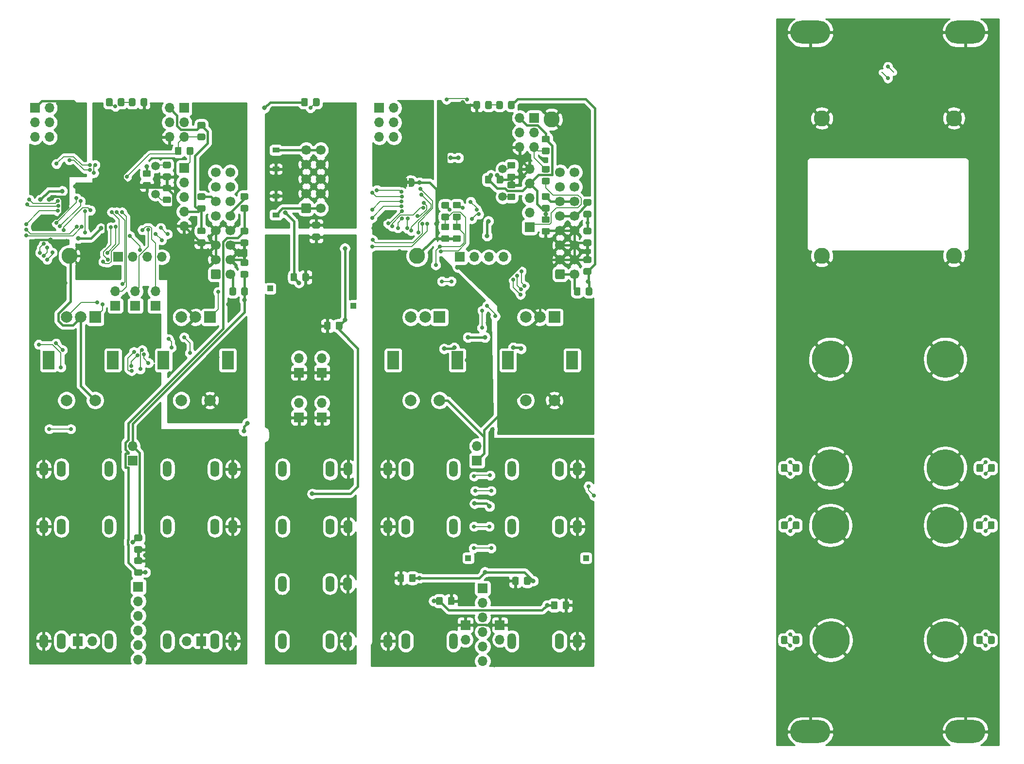
<source format=gtl>
G04 #@! TF.GenerationSoftware,KiCad,Pcbnew,(5.1.9)-1*
G04 #@! TF.CreationDate,2021-05-20T23:06:15+02:00*
G04 #@! TF.ProjectId,KicadJE_OLED_Board,4b696361-644a-4455-9f4f-4c45445f426f,Rev A*
G04 #@! TF.SameCoordinates,Original*
G04 #@! TF.FileFunction,Copper,L1,Top*
G04 #@! TF.FilePolarity,Positive*
%FSLAX46Y46*%
G04 Gerber Fmt 4.6, Leading zero omitted, Abs format (unit mm)*
G04 Created by KiCad (PCBNEW (5.1.9)-1) date 2021-05-20 23:06:15*
%MOMM*%
%LPD*%
G01*
G04 APERTURE LIST*
G04 #@! TA.AperFunction,EtchedComponent*
%ADD10C,0.150000*%
G04 #@! TD*
G04 #@! TA.AperFunction,ComponentPad*
%ADD11C,2.800000*%
G04 #@! TD*
G04 #@! TA.AperFunction,ComponentPad*
%ADD12O,7.000000X4.000000*%
G04 #@! TD*
G04 #@! TA.AperFunction,ComponentPad*
%ADD13C,6.500000*%
G04 #@! TD*
G04 #@! TA.AperFunction,SMDPad,CuDef*
%ADD14R,1.200000X0.900000*%
G04 #@! TD*
G04 #@! TA.AperFunction,ComponentPad*
%ADD15R,1.700000X1.700000*%
G04 #@! TD*
G04 #@! TA.AperFunction,ComponentPad*
%ADD16O,1.700000X1.700000*%
G04 #@! TD*
G04 #@! TA.AperFunction,ComponentPad*
%ADD17O,1.500000X2.800000*%
G04 #@! TD*
G04 #@! TA.AperFunction,ComponentPad*
%ADD18O,1.600000X2.400000*%
G04 #@! TD*
G04 #@! TA.AperFunction,ComponentPad*
%ADD19O,1.600000X2.800000*%
G04 #@! TD*
G04 #@! TA.AperFunction,ComponentPad*
%ADD20C,1.700000*%
G04 #@! TD*
G04 #@! TA.AperFunction,SMDPad,CuDef*
%ADD21C,0.150000*%
G04 #@! TD*
G04 #@! TA.AperFunction,ComponentPad*
%ADD22C,2.000000*%
G04 #@! TD*
G04 #@! TA.AperFunction,ComponentPad*
%ADD23R,2.000000X3.200000*%
G04 #@! TD*
G04 #@! TA.AperFunction,ComponentPad*
%ADD24R,2.000000X2.000000*%
G04 #@! TD*
G04 #@! TA.AperFunction,ComponentPad*
%ADD25C,1.500000*%
G04 #@! TD*
G04 #@! TA.AperFunction,ComponentPad*
%ADD26R,1.000000X1.000000*%
G04 #@! TD*
G04 #@! TA.AperFunction,ViaPad*
%ADD27C,0.800000*%
G04 #@! TD*
G04 #@! TA.AperFunction,ViaPad*
%ADD28C,0.700000*%
G04 #@! TD*
G04 #@! TA.AperFunction,Conductor*
%ADD29C,0.400000*%
G04 #@! TD*
G04 #@! TA.AperFunction,Conductor*
%ADD30C,0.150000*%
G04 #@! TD*
G04 #@! TA.AperFunction,Conductor*
%ADD31C,0.254000*%
G04 #@! TD*
G04 APERTURE END LIST*
D10*
G36*
X167250000Y-64700000D02*
G01*
X166750000Y-64700000D01*
X166750000Y-65300000D01*
X167250000Y-65300000D01*
X167250000Y-64700000D01*
G37*
D11*
X108000000Y-77800000D03*
X192000000Y-54000000D03*
X168600000Y-77800000D03*
D12*
X264100000Y-38800000D03*
D13*
X260600000Y-95800000D03*
D12*
X237100000Y-38800000D03*
X237100000Y-160800000D03*
D13*
X260600000Y-114800000D03*
D12*
X264100000Y-160800000D03*
D13*
X240600000Y-114800000D03*
X240675001Y-144800000D03*
X240600000Y-124800000D03*
X240600000Y-95800000D03*
X260600000Y-144800000D03*
X260600000Y-124800000D03*
D14*
X144000000Y-62650000D03*
X144000000Y-59350000D03*
X144000000Y-67350000D03*
X144000000Y-70650000D03*
G04 #@! TA.AperFunction,SMDPad,CuDef*
G36*
G01*
X231975000Y-115250001D02*
X231975000Y-114349999D01*
G75*
G02*
X232224999Y-114100000I249999J0D01*
G01*
X232875001Y-114100000D01*
G75*
G02*
X233125000Y-114349999I0J-249999D01*
G01*
X233125000Y-115250001D01*
G75*
G02*
X232875001Y-115500000I-249999J0D01*
G01*
X232224999Y-115500000D01*
G75*
G02*
X231975000Y-115250001I0J249999D01*
G01*
G37*
G04 #@! TD.AperFunction*
G04 #@! TA.AperFunction,SMDPad,CuDef*
G36*
G01*
X234025000Y-115250001D02*
X234025000Y-114349999D01*
G75*
G02*
X234274999Y-114100000I249999J0D01*
G01*
X234925001Y-114100000D01*
G75*
G02*
X235175000Y-114349999I0J-249999D01*
G01*
X235175000Y-115250001D01*
G75*
G02*
X234925001Y-115500000I-249999J0D01*
G01*
X234274999Y-115500000D01*
G75*
G02*
X234025000Y-115250001I0J249999D01*
G01*
G37*
G04 #@! TD.AperFunction*
G04 #@! TA.AperFunction,SMDPad,CuDef*
G36*
G01*
X268075000Y-115250001D02*
X268075000Y-114349999D01*
G75*
G02*
X268324999Y-114100000I249999J0D01*
G01*
X268975001Y-114100000D01*
G75*
G02*
X269225000Y-114349999I0J-249999D01*
G01*
X269225000Y-115250001D01*
G75*
G02*
X268975001Y-115500000I-249999J0D01*
G01*
X268324999Y-115500000D01*
G75*
G02*
X268075000Y-115250001I0J249999D01*
G01*
G37*
G04 #@! TD.AperFunction*
G04 #@! TA.AperFunction,SMDPad,CuDef*
G36*
G01*
X266025000Y-115250001D02*
X266025000Y-114349999D01*
G75*
G02*
X266274999Y-114100000I249999J0D01*
G01*
X266925001Y-114100000D01*
G75*
G02*
X267175000Y-114349999I0J-249999D01*
G01*
X267175000Y-115250001D01*
G75*
G02*
X266925001Y-115500000I-249999J0D01*
G01*
X266274999Y-115500000D01*
G75*
G02*
X266025000Y-115250001I0J249999D01*
G01*
G37*
G04 #@! TD.AperFunction*
G04 #@! TA.AperFunction,SMDPad,CuDef*
G36*
G01*
X232000000Y-125250001D02*
X232000000Y-124349999D01*
G75*
G02*
X232249999Y-124100000I249999J0D01*
G01*
X232900001Y-124100000D01*
G75*
G02*
X233150000Y-124349999I0J-249999D01*
G01*
X233150000Y-125250001D01*
G75*
G02*
X232900001Y-125500000I-249999J0D01*
G01*
X232249999Y-125500000D01*
G75*
G02*
X232000000Y-125250001I0J249999D01*
G01*
G37*
G04 #@! TD.AperFunction*
G04 #@! TA.AperFunction,SMDPad,CuDef*
G36*
G01*
X234050000Y-125250001D02*
X234050000Y-124349999D01*
G75*
G02*
X234299999Y-124100000I249999J0D01*
G01*
X234950001Y-124100000D01*
G75*
G02*
X235200000Y-124349999I0J-249999D01*
G01*
X235200000Y-125250001D01*
G75*
G02*
X234950001Y-125500000I-249999J0D01*
G01*
X234299999Y-125500000D01*
G75*
G02*
X234050000Y-125250001I0J249999D01*
G01*
G37*
G04 #@! TD.AperFunction*
G04 #@! TA.AperFunction,SMDPad,CuDef*
G36*
G01*
X268025000Y-125250001D02*
X268025000Y-124349999D01*
G75*
G02*
X268274999Y-124100000I249999J0D01*
G01*
X268925001Y-124100000D01*
G75*
G02*
X269175000Y-124349999I0J-249999D01*
G01*
X269175000Y-125250001D01*
G75*
G02*
X268925001Y-125500000I-249999J0D01*
G01*
X268274999Y-125500000D01*
G75*
G02*
X268025000Y-125250001I0J249999D01*
G01*
G37*
G04 #@! TD.AperFunction*
G04 #@! TA.AperFunction,SMDPad,CuDef*
G36*
G01*
X265975000Y-125250001D02*
X265975000Y-124349999D01*
G75*
G02*
X266224999Y-124100000I249999J0D01*
G01*
X266875001Y-124100000D01*
G75*
G02*
X267125000Y-124349999I0J-249999D01*
G01*
X267125000Y-125250001D01*
G75*
G02*
X266875001Y-125500000I-249999J0D01*
G01*
X266224999Y-125500000D01*
G75*
G02*
X265975000Y-125250001I0J249999D01*
G01*
G37*
G04 #@! TD.AperFunction*
G04 #@! TA.AperFunction,SMDPad,CuDef*
G36*
G01*
X231975000Y-145250001D02*
X231975000Y-144349999D01*
G75*
G02*
X232224999Y-144100000I249999J0D01*
G01*
X232875001Y-144100000D01*
G75*
G02*
X233125000Y-144349999I0J-249999D01*
G01*
X233125000Y-145250001D01*
G75*
G02*
X232875001Y-145500000I-249999J0D01*
G01*
X232224999Y-145500000D01*
G75*
G02*
X231975000Y-145250001I0J249999D01*
G01*
G37*
G04 #@! TD.AperFunction*
G04 #@! TA.AperFunction,SMDPad,CuDef*
G36*
G01*
X234025000Y-145250001D02*
X234025000Y-144349999D01*
G75*
G02*
X234274999Y-144100000I249999J0D01*
G01*
X234925001Y-144100000D01*
G75*
G02*
X235175000Y-144349999I0J-249999D01*
G01*
X235175000Y-145250001D01*
G75*
G02*
X234925001Y-145500000I-249999J0D01*
G01*
X234274999Y-145500000D01*
G75*
G02*
X234025000Y-145250001I0J249999D01*
G01*
G37*
G04 #@! TD.AperFunction*
G04 #@! TA.AperFunction,SMDPad,CuDef*
G36*
G01*
X268050000Y-145250001D02*
X268050000Y-144349999D01*
G75*
G02*
X268299999Y-144100000I249999J0D01*
G01*
X268950001Y-144100000D01*
G75*
G02*
X269200000Y-144349999I0J-249999D01*
G01*
X269200000Y-145250001D01*
G75*
G02*
X268950001Y-145500000I-249999J0D01*
G01*
X268299999Y-145500000D01*
G75*
G02*
X268050000Y-145250001I0J249999D01*
G01*
G37*
G04 #@! TD.AperFunction*
G04 #@! TA.AperFunction,SMDPad,CuDef*
G36*
G01*
X266000000Y-145250001D02*
X266000000Y-144349999D01*
G75*
G02*
X266249999Y-144100000I249999J0D01*
G01*
X266900001Y-144100000D01*
G75*
G02*
X267150000Y-144349999I0J-249999D01*
G01*
X267150000Y-145250001D01*
G75*
G02*
X266900001Y-145500000I-249999J0D01*
G01*
X266249999Y-145500000D01*
G75*
G02*
X266000000Y-145250001I0J249999D01*
G01*
G37*
G04 #@! TD.AperFunction*
D11*
X239100000Y-77800000D03*
X239100000Y-53800000D03*
X262100000Y-77800000D03*
X262100000Y-53800000D03*
G04 #@! TA.AperFunction,SMDPad,CuDef*
G36*
G01*
X181550000Y-64049999D02*
X181550000Y-64950001D01*
G75*
G02*
X181300001Y-65200000I-249999J0D01*
G01*
X180649999Y-65200000D01*
G75*
G02*
X180400000Y-64950001I0J249999D01*
G01*
X180400000Y-64049999D01*
G75*
G02*
X180649999Y-63800000I249999J0D01*
G01*
X181300001Y-63800000D01*
G75*
G02*
X181550000Y-64049999I0J-249999D01*
G01*
G37*
G04 #@! TD.AperFunction*
G04 #@! TA.AperFunction,SMDPad,CuDef*
G36*
G01*
X183600000Y-64049999D02*
X183600000Y-64950001D01*
G75*
G02*
X183350001Y-65200000I-249999J0D01*
G01*
X182699999Y-65200000D01*
G75*
G02*
X182450000Y-64950001I0J249999D01*
G01*
X182450000Y-64049999D01*
G75*
G02*
X182699999Y-63800000I249999J0D01*
G01*
X183350001Y-63800000D01*
G75*
G02*
X183600000Y-64049999I0J-249999D01*
G01*
G37*
G04 #@! TD.AperFunction*
G04 #@! TA.AperFunction,SMDPad,CuDef*
G36*
G01*
X190549999Y-64175000D02*
X191450001Y-64175000D01*
G75*
G02*
X191700000Y-64424999I0J-249999D01*
G01*
X191700000Y-65075001D01*
G75*
G02*
X191450001Y-65325000I-249999J0D01*
G01*
X190549999Y-65325000D01*
G75*
G02*
X190300000Y-65075001I0J249999D01*
G01*
X190300000Y-64424999D01*
G75*
G02*
X190549999Y-64175000I249999J0D01*
G01*
G37*
G04 #@! TD.AperFunction*
G04 #@! TA.AperFunction,SMDPad,CuDef*
G36*
G01*
X190549999Y-62125000D02*
X191450001Y-62125000D01*
G75*
G02*
X191700000Y-62374999I0J-249999D01*
G01*
X191700000Y-63025001D01*
G75*
G02*
X191450001Y-63275000I-249999J0D01*
G01*
X190549999Y-63275000D01*
G75*
G02*
X190300000Y-63025001I0J249999D01*
G01*
X190300000Y-62374999D01*
G75*
G02*
X190549999Y-62125000I249999J0D01*
G01*
G37*
G04 #@! TD.AperFunction*
G04 #@! TA.AperFunction,SMDPad,CuDef*
G36*
G01*
X185450001Y-66025000D02*
X184549999Y-66025000D01*
G75*
G02*
X184300000Y-65775001I0J249999D01*
G01*
X184300000Y-65124999D01*
G75*
G02*
X184549999Y-64875000I249999J0D01*
G01*
X185450001Y-64875000D01*
G75*
G02*
X185700000Y-65124999I0J-249999D01*
G01*
X185700000Y-65775001D01*
G75*
G02*
X185450001Y-66025000I-249999J0D01*
G01*
G37*
G04 #@! TD.AperFunction*
G04 #@! TA.AperFunction,SMDPad,CuDef*
G36*
G01*
X185450001Y-68075000D02*
X184549999Y-68075000D01*
G75*
G02*
X184300000Y-67825001I0J249999D01*
G01*
X184300000Y-67174999D01*
G75*
G02*
X184549999Y-66925000I249999J0D01*
G01*
X185450001Y-66925000D01*
G75*
G02*
X185700000Y-67174999I0J-249999D01*
G01*
X185700000Y-67825001D01*
G75*
G02*
X185450001Y-68075000I-249999J0D01*
G01*
G37*
G04 #@! TD.AperFunction*
G04 #@! TA.AperFunction,SMDPad,CuDef*
G36*
G01*
X184549999Y-61425000D02*
X185450001Y-61425000D01*
G75*
G02*
X185700000Y-61674999I0J-249999D01*
G01*
X185700000Y-62325001D01*
G75*
G02*
X185450001Y-62575000I-249999J0D01*
G01*
X184549999Y-62575000D01*
G75*
G02*
X184300000Y-62325001I0J249999D01*
G01*
X184300000Y-61674999D01*
G75*
G02*
X184549999Y-61425000I249999J0D01*
G01*
G37*
G04 #@! TD.AperFunction*
G04 #@! TA.AperFunction,SMDPad,CuDef*
G36*
G01*
X184549999Y-63475000D02*
X185450001Y-63475000D01*
G75*
G02*
X185700000Y-63724999I0J-249999D01*
G01*
X185700000Y-64375001D01*
G75*
G02*
X185450001Y-64625000I-249999J0D01*
G01*
X184549999Y-64625000D01*
G75*
G02*
X184300000Y-64375001I0J249999D01*
G01*
X184300000Y-63724999D01*
G75*
G02*
X184549999Y-63475000I249999J0D01*
G01*
G37*
G04 #@! TD.AperFunction*
D15*
X176000000Y-78000000D03*
D16*
X178540000Y-78000000D03*
X181080000Y-78000000D03*
X183620000Y-78000000D03*
D17*
X174920000Y-115000000D03*
D18*
X163520000Y-115000000D03*
D19*
X166620000Y-115000000D03*
X193380000Y-115000000D03*
D18*
X196480000Y-115000000D03*
D17*
X185080000Y-115000000D03*
D19*
X166620000Y-125000000D03*
D18*
X163520000Y-125000000D03*
D17*
X174920000Y-125000000D03*
D19*
X193380000Y-125000000D03*
D18*
X196480000Y-125000000D03*
D17*
X185080000Y-125000000D03*
D16*
X180000000Y-148500000D03*
X180000000Y-145960000D03*
X180000000Y-143420000D03*
X180000000Y-140880000D03*
X180000000Y-138340000D03*
D15*
X180000000Y-135800000D03*
X179000000Y-113500000D03*
D16*
X179000000Y-110960000D03*
X183000000Y-144740000D03*
D15*
X183000000Y-142200000D03*
X177000000Y-142200000D03*
D16*
X177000000Y-144740000D03*
D17*
X174920000Y-145000000D03*
D18*
X163520000Y-145000000D03*
D19*
X166620000Y-145000000D03*
X193380000Y-145000000D03*
D18*
X196480000Y-145000000D03*
D17*
X185080000Y-145000000D03*
D15*
X189000000Y-53750000D03*
D16*
X186460000Y-53750000D03*
X189000000Y-56290000D03*
X186460000Y-56290000D03*
X189000000Y-58830000D03*
X186460000Y-58830000D03*
G04 #@! TA.AperFunction,ComponentPad*
G36*
G01*
X192650000Y-81600000D02*
X192650000Y-80400000D01*
G75*
G02*
X192900000Y-80150000I250000J0D01*
G01*
X194100000Y-80150000D01*
G75*
G02*
X194350000Y-80400000I0J-250000D01*
G01*
X194350000Y-81600000D01*
G75*
G02*
X194100000Y-81850000I-250000J0D01*
G01*
X192900000Y-81850000D01*
G75*
G02*
X192650000Y-81600000I0J250000D01*
G01*
G37*
G04 #@! TD.AperFunction*
D20*
X193500000Y-78460000D03*
X193500000Y-75920000D03*
X193500000Y-73380000D03*
X193500000Y-70840000D03*
X193500000Y-68300000D03*
X193500000Y-65760000D03*
X193500000Y-63220000D03*
X196040000Y-81000000D03*
X196040000Y-78460000D03*
X196040000Y-75920000D03*
X196040000Y-73380000D03*
X196040000Y-70840000D03*
X196040000Y-68300000D03*
X196040000Y-65760000D03*
X196040000Y-63220000D03*
G04 #@! TA.AperFunction,SMDPad,CuDef*
D21*
G36*
X167650000Y-64250602D02*
G01*
X167674534Y-64250602D01*
X167723365Y-64255412D01*
X167771490Y-64264984D01*
X167818445Y-64279228D01*
X167863778Y-64298005D01*
X167907051Y-64321136D01*
X167947850Y-64348396D01*
X167985779Y-64379524D01*
X168020476Y-64414221D01*
X168051604Y-64452150D01*
X168078864Y-64492949D01*
X168101995Y-64536222D01*
X168120772Y-64581555D01*
X168135016Y-64628510D01*
X168144588Y-64676635D01*
X168149398Y-64725466D01*
X168149398Y-64750000D01*
X168150000Y-64750000D01*
X168150000Y-65250000D01*
X168149398Y-65250000D01*
X168149398Y-65274534D01*
X168144588Y-65323365D01*
X168135016Y-65371490D01*
X168120772Y-65418445D01*
X168101995Y-65463778D01*
X168078864Y-65507051D01*
X168051604Y-65547850D01*
X168020476Y-65585779D01*
X167985779Y-65620476D01*
X167947850Y-65651604D01*
X167907051Y-65678864D01*
X167863778Y-65701995D01*
X167818445Y-65720772D01*
X167771490Y-65735016D01*
X167723365Y-65744588D01*
X167674534Y-65749398D01*
X167650000Y-65749398D01*
X167650000Y-65750000D01*
X167150000Y-65750000D01*
X167150000Y-64250000D01*
X167650000Y-64250000D01*
X167650000Y-64250602D01*
G37*
G04 #@! TD.AperFunction*
G04 #@! TA.AperFunction,SMDPad,CuDef*
G36*
X166850000Y-65750000D02*
G01*
X166350000Y-65750000D01*
X166350000Y-65749398D01*
X166325466Y-65749398D01*
X166276635Y-65744588D01*
X166228510Y-65735016D01*
X166181555Y-65720772D01*
X166136222Y-65701995D01*
X166092949Y-65678864D01*
X166052150Y-65651604D01*
X166014221Y-65620476D01*
X165979524Y-65585779D01*
X165948396Y-65547850D01*
X165921136Y-65507051D01*
X165898005Y-65463778D01*
X165879228Y-65418445D01*
X165864984Y-65371490D01*
X165855412Y-65323365D01*
X165850602Y-65274534D01*
X165850602Y-65250000D01*
X165850000Y-65250000D01*
X165850000Y-64750000D01*
X165850602Y-64750000D01*
X165850602Y-64725466D01*
X165855412Y-64676635D01*
X165864984Y-64628510D01*
X165879228Y-64581555D01*
X165898005Y-64536222D01*
X165921136Y-64492949D01*
X165948396Y-64452150D01*
X165979524Y-64414221D01*
X166014221Y-64379524D01*
X166052150Y-64348396D01*
X166092949Y-64321136D01*
X166136222Y-64298005D01*
X166181555Y-64279228D01*
X166228510Y-64264984D01*
X166276635Y-64255412D01*
X166325466Y-64250602D01*
X166350000Y-64250602D01*
X166350000Y-64250000D01*
X166850000Y-64250000D01*
X166850000Y-65750000D01*
G37*
G04 #@! TD.AperFunction*
G04 #@! TA.AperFunction,SMDPad,CuDef*
G36*
G01*
X190549999Y-56875000D02*
X191450001Y-56875000D01*
G75*
G02*
X191700000Y-57124999I0J-249999D01*
G01*
X191700000Y-57775001D01*
G75*
G02*
X191450001Y-58025000I-249999J0D01*
G01*
X190549999Y-58025000D01*
G75*
G02*
X190300000Y-57775001I0J249999D01*
G01*
X190300000Y-57124999D01*
G75*
G02*
X190549999Y-56875000I249999J0D01*
G01*
G37*
G04 #@! TD.AperFunction*
G04 #@! TA.AperFunction,SMDPad,CuDef*
G36*
G01*
X190549999Y-58925000D02*
X191450001Y-58925000D01*
G75*
G02*
X191700000Y-59174999I0J-249999D01*
G01*
X191700000Y-59825001D01*
G75*
G02*
X191450001Y-60075000I-249999J0D01*
G01*
X190549999Y-60075000D01*
G75*
G02*
X190300000Y-59825001I0J249999D01*
G01*
X190300000Y-59174999D01*
G75*
G02*
X190549999Y-58925000I249999J0D01*
G01*
G37*
G04 #@! TD.AperFunction*
D22*
X167500000Y-103000000D03*
X172500000Y-103000000D03*
D23*
X164400000Y-96000000D03*
X175600000Y-96000000D03*
D22*
X167500000Y-88500000D03*
X170000000Y-88500000D03*
D24*
X172500000Y-88500000D03*
D25*
X183500000Y-67500000D03*
X183500000Y-62620000D03*
G04 #@! TA.AperFunction,SMDPad,CuDef*
G36*
G01*
X191450001Y-74100000D02*
X190549999Y-74100000D01*
G75*
G02*
X190300000Y-73850001I0J249999D01*
G01*
X190300000Y-73199999D01*
G75*
G02*
X190549999Y-72950000I249999J0D01*
G01*
X191450001Y-72950000D01*
G75*
G02*
X191700000Y-73199999I0J-249999D01*
G01*
X191700000Y-73850001D01*
G75*
G02*
X191450001Y-74100000I-249999J0D01*
G01*
G37*
G04 #@! TD.AperFunction*
G04 #@! TA.AperFunction,SMDPad,CuDef*
G36*
G01*
X191450001Y-72050000D02*
X190549999Y-72050000D01*
G75*
G02*
X190300000Y-71800001I0J249999D01*
G01*
X190300000Y-71149999D01*
G75*
G02*
X190549999Y-70900000I249999J0D01*
G01*
X191450001Y-70900000D01*
G75*
G02*
X191700000Y-71149999I0J-249999D01*
G01*
X191700000Y-71800001D01*
G75*
G02*
X191450001Y-72050000I-249999J0D01*
G01*
G37*
G04 #@! TD.AperFunction*
G04 #@! TA.AperFunction,SMDPad,CuDef*
G36*
G01*
X197799999Y-79950000D02*
X198700001Y-79950000D01*
G75*
G02*
X198950000Y-80199999I0J-249999D01*
G01*
X198950000Y-80850001D01*
G75*
G02*
X198700001Y-81100000I-249999J0D01*
G01*
X197799999Y-81100000D01*
G75*
G02*
X197550000Y-80850001I0J249999D01*
G01*
X197550000Y-80199999D01*
G75*
G02*
X197799999Y-79950000I249999J0D01*
G01*
G37*
G04 #@! TD.AperFunction*
G04 #@! TA.AperFunction,SMDPad,CuDef*
G36*
G01*
X197799999Y-77900000D02*
X198700001Y-77900000D01*
G75*
G02*
X198950000Y-78149999I0J-249999D01*
G01*
X198950000Y-78800001D01*
G75*
G02*
X198700001Y-79050000I-249999J0D01*
G01*
X197799999Y-79050000D01*
G75*
G02*
X197550000Y-78800001I0J249999D01*
G01*
X197550000Y-78149999D01*
G75*
G02*
X197799999Y-77900000I249999J0D01*
G01*
G37*
G04 #@! TD.AperFunction*
G04 #@! TA.AperFunction,SMDPad,CuDef*
G36*
G01*
X198700001Y-74050000D02*
X197799999Y-74050000D01*
G75*
G02*
X197550000Y-73800001I0J249999D01*
G01*
X197550000Y-73149999D01*
G75*
G02*
X197799999Y-72900000I249999J0D01*
G01*
X198700001Y-72900000D01*
G75*
G02*
X198950000Y-73149999I0J-249999D01*
G01*
X198950000Y-73800001D01*
G75*
G02*
X198700001Y-74050000I-249999J0D01*
G01*
G37*
G04 #@! TD.AperFunction*
G04 #@! TA.AperFunction,SMDPad,CuDef*
G36*
G01*
X198700001Y-76100000D02*
X197799999Y-76100000D01*
G75*
G02*
X197550000Y-75850001I0J249999D01*
G01*
X197550000Y-75199999D01*
G75*
G02*
X197799999Y-74950000I249999J0D01*
G01*
X198700001Y-74950000D01*
G75*
G02*
X198950000Y-75199999I0J-249999D01*
G01*
X198950000Y-75850001D01*
G75*
G02*
X198700001Y-76100000I-249999J0D01*
G01*
G37*
G04 #@! TD.AperFunction*
G04 #@! TA.AperFunction,SMDPad,CuDef*
G36*
G01*
X191900000Y-139200001D02*
X191900000Y-138299999D01*
G75*
G02*
X192149999Y-138050000I249999J0D01*
G01*
X192800001Y-138050000D01*
G75*
G02*
X193050000Y-138299999I0J-249999D01*
G01*
X193050000Y-139200001D01*
G75*
G02*
X192800001Y-139450000I-249999J0D01*
G01*
X192149999Y-139450000D01*
G75*
G02*
X191900000Y-139200001I0J249999D01*
G01*
G37*
G04 #@! TD.AperFunction*
G04 #@! TA.AperFunction,SMDPad,CuDef*
G36*
G01*
X193950000Y-139200001D02*
X193950000Y-138299999D01*
G75*
G02*
X194199999Y-138050000I249999J0D01*
G01*
X194850001Y-138050000D01*
G75*
G02*
X195100000Y-138299999I0J-249999D01*
G01*
X195100000Y-139200001D01*
G75*
G02*
X194850001Y-139450000I-249999J0D01*
G01*
X194199999Y-139450000D01*
G75*
G02*
X193950000Y-139200001I0J249999D01*
G01*
G37*
G04 #@! TD.AperFunction*
G04 #@! TA.AperFunction,SMDPad,CuDef*
G36*
G01*
X187200000Y-134950001D02*
X187200000Y-134049999D01*
G75*
G02*
X187449999Y-133800000I249999J0D01*
G01*
X188100001Y-133800000D01*
G75*
G02*
X188350000Y-134049999I0J-249999D01*
G01*
X188350000Y-134950001D01*
G75*
G02*
X188100001Y-135200000I-249999J0D01*
G01*
X187449999Y-135200000D01*
G75*
G02*
X187200000Y-134950001I0J249999D01*
G01*
G37*
G04 #@! TD.AperFunction*
G04 #@! TA.AperFunction,SMDPad,CuDef*
G36*
G01*
X185150000Y-134950001D02*
X185150000Y-134049999D01*
G75*
G02*
X185399999Y-133800000I249999J0D01*
G01*
X186050001Y-133800000D01*
G75*
G02*
X186300000Y-134049999I0J-249999D01*
G01*
X186300000Y-134950001D01*
G75*
G02*
X186050001Y-135200000I-249999J0D01*
G01*
X185399999Y-135200000D01*
G75*
G02*
X185150000Y-134950001I0J249999D01*
G01*
G37*
G04 #@! TD.AperFunction*
G04 #@! TA.AperFunction,SMDPad,CuDef*
G36*
G01*
X181600000Y-51049999D02*
X181600000Y-51950001D01*
G75*
G02*
X181350001Y-52200000I-249999J0D01*
G01*
X180699999Y-52200000D01*
G75*
G02*
X180450000Y-51950001I0J249999D01*
G01*
X180450000Y-51049999D01*
G75*
G02*
X180699999Y-50800000I249999J0D01*
G01*
X181350001Y-50800000D01*
G75*
G02*
X181600000Y-51049999I0J-249999D01*
G01*
G37*
G04 #@! TD.AperFunction*
G04 #@! TA.AperFunction,SMDPad,CuDef*
G36*
G01*
X179550000Y-51049999D02*
X179550000Y-51950001D01*
G75*
G02*
X179300001Y-52200000I-249999J0D01*
G01*
X178649999Y-52200000D01*
G75*
G02*
X178400000Y-51950001I0J249999D01*
G01*
X178400000Y-51049999D01*
G75*
G02*
X178649999Y-50800000I249999J0D01*
G01*
X179300001Y-50800000D01*
G75*
G02*
X179550000Y-51049999I0J-249999D01*
G01*
G37*
G04 #@! TD.AperFunction*
G04 #@! TA.AperFunction,SMDPad,CuDef*
G36*
G01*
X197799999Y-67900000D02*
X198700001Y-67900000D01*
G75*
G02*
X198950000Y-68149999I0J-249999D01*
G01*
X198950000Y-68800001D01*
G75*
G02*
X198700001Y-69050000I-249999J0D01*
G01*
X197799999Y-69050000D01*
G75*
G02*
X197550000Y-68800001I0J249999D01*
G01*
X197550000Y-68149999D01*
G75*
G02*
X197799999Y-67900000I249999J0D01*
G01*
G37*
G04 #@! TD.AperFunction*
G04 #@! TA.AperFunction,SMDPad,CuDef*
G36*
G01*
X197799999Y-69950000D02*
X198700001Y-69950000D01*
G75*
G02*
X198950000Y-70199999I0J-249999D01*
G01*
X198950000Y-70850001D01*
G75*
G02*
X198700001Y-71100000I-249999J0D01*
G01*
X197799999Y-71100000D01*
G75*
G02*
X197550000Y-70850001I0J249999D01*
G01*
X197550000Y-70199999D01*
G75*
G02*
X197799999Y-69950000I249999J0D01*
G01*
G37*
G04 #@! TD.AperFunction*
G04 #@! TA.AperFunction,SMDPad,CuDef*
G36*
G01*
X195900000Y-84450001D02*
X195900000Y-83549999D01*
G75*
G02*
X196149999Y-83300000I249999J0D01*
G01*
X196800001Y-83300000D01*
G75*
G02*
X197050000Y-83549999I0J-249999D01*
G01*
X197050000Y-84450001D01*
G75*
G02*
X196800001Y-84700000I-249999J0D01*
G01*
X196149999Y-84700000D01*
G75*
G02*
X195900000Y-84450001I0J249999D01*
G01*
G37*
G04 #@! TD.AperFunction*
G04 #@! TA.AperFunction,SMDPad,CuDef*
G36*
G01*
X197950000Y-84450001D02*
X197950000Y-83549999D01*
G75*
G02*
X198199999Y-83300000I249999J0D01*
G01*
X198850001Y-83300000D01*
G75*
G02*
X199100000Y-83549999I0J-249999D01*
G01*
X199100000Y-84450001D01*
G75*
G02*
X198850001Y-84700000I-249999J0D01*
G01*
X198199999Y-84700000D01*
G75*
G02*
X197950000Y-84450001I0J249999D01*
G01*
G37*
G04 #@! TD.AperFunction*
G04 #@! TA.AperFunction,SMDPad,CuDef*
G36*
G01*
X190549999Y-68925000D02*
X191450001Y-68925000D01*
G75*
G02*
X191700000Y-69174999I0J-249999D01*
G01*
X191700000Y-69825001D01*
G75*
G02*
X191450001Y-70075000I-249999J0D01*
G01*
X190549999Y-70075000D01*
G75*
G02*
X190300000Y-69825001I0J249999D01*
G01*
X190300000Y-69174999D01*
G75*
G02*
X190549999Y-68925000I249999J0D01*
G01*
G37*
G04 #@! TD.AperFunction*
G04 #@! TA.AperFunction,SMDPad,CuDef*
G36*
G01*
X190549999Y-66875000D02*
X191450001Y-66875000D01*
G75*
G02*
X191700000Y-67124999I0J-249999D01*
G01*
X191700000Y-67775001D01*
G75*
G02*
X191450001Y-68025000I-249999J0D01*
G01*
X190549999Y-68025000D01*
G75*
G02*
X190300000Y-67775001I0J249999D01*
G01*
X190300000Y-67124999D01*
G75*
G02*
X190549999Y-66875000I249999J0D01*
G01*
G37*
G04 #@! TD.AperFunction*
G04 #@! TA.AperFunction,SMDPad,CuDef*
G36*
G01*
X184425000Y-51950001D02*
X184425000Y-51049999D01*
G75*
G02*
X184674999Y-50800000I249999J0D01*
G01*
X185325001Y-50800000D01*
G75*
G02*
X185575000Y-51049999I0J-249999D01*
G01*
X185575000Y-51950001D01*
G75*
G02*
X185325001Y-52200000I-249999J0D01*
G01*
X184674999Y-52200000D01*
G75*
G02*
X184425000Y-51950001I0J249999D01*
G01*
G37*
G04 #@! TD.AperFunction*
G04 #@! TA.AperFunction,SMDPad,CuDef*
G36*
G01*
X182375000Y-51950001D02*
X182375000Y-51049999D01*
G75*
G02*
X182624999Y-50800000I249999J0D01*
G01*
X183275001Y-50800000D01*
G75*
G02*
X183525000Y-51049999I0J-249999D01*
G01*
X183525000Y-51950001D01*
G75*
G02*
X183275001Y-52200000I-249999J0D01*
G01*
X182624999Y-52200000D01*
G75*
G02*
X182375000Y-51950001I0J249999D01*
G01*
G37*
G04 #@! TD.AperFunction*
D22*
X187500000Y-103000000D03*
X192500000Y-103000000D03*
D23*
X184400000Y-96000000D03*
X195600000Y-96000000D03*
D22*
X187500000Y-88500000D03*
X190000000Y-88500000D03*
D24*
X192500000Y-88500000D03*
D15*
X188200000Y-72800000D03*
D16*
X188200000Y-70260000D03*
X188200000Y-67720000D03*
X188200000Y-65180000D03*
X188200000Y-62640000D03*
D15*
X162000000Y-52000000D03*
D16*
X164540000Y-52000000D03*
X162000000Y-54540000D03*
X164540000Y-54540000D03*
X162000000Y-57080000D03*
X164540000Y-57080000D03*
G04 #@! TA.AperFunction,SMDPad,CuDef*
G36*
G01*
X171900000Y-138450001D02*
X171900000Y-137549999D01*
G75*
G02*
X172149999Y-137300000I249999J0D01*
G01*
X172800001Y-137300000D01*
G75*
G02*
X173050000Y-137549999I0J-249999D01*
G01*
X173050000Y-138450001D01*
G75*
G02*
X172800001Y-138700000I-249999J0D01*
G01*
X172149999Y-138700000D01*
G75*
G02*
X171900000Y-138450001I0J249999D01*
G01*
G37*
G04 #@! TD.AperFunction*
G04 #@! TA.AperFunction,SMDPad,CuDef*
G36*
G01*
X173950000Y-138450001D02*
X173950000Y-137549999D01*
G75*
G02*
X174199999Y-137300000I249999J0D01*
G01*
X174850001Y-137300000D01*
G75*
G02*
X175100000Y-137549999I0J-249999D01*
G01*
X175100000Y-138450001D01*
G75*
G02*
X174850001Y-138700000I-249999J0D01*
G01*
X174199999Y-138700000D01*
G75*
G02*
X173950000Y-138450001I0J249999D01*
G01*
G37*
G04 #@! TD.AperFunction*
G04 #@! TA.AperFunction,SMDPad,CuDef*
G36*
G01*
X167200000Y-134450001D02*
X167200000Y-133549999D01*
G75*
G02*
X167449999Y-133300000I249999J0D01*
G01*
X168100001Y-133300000D01*
G75*
G02*
X168350000Y-133549999I0J-249999D01*
G01*
X168350000Y-134450001D01*
G75*
G02*
X168100001Y-134700000I-249999J0D01*
G01*
X167449999Y-134700000D01*
G75*
G02*
X167200000Y-134450001I0J249999D01*
G01*
G37*
G04 #@! TD.AperFunction*
G04 #@! TA.AperFunction,SMDPad,CuDef*
G36*
G01*
X165150000Y-134450001D02*
X165150000Y-133549999D01*
G75*
G02*
X165399999Y-133300000I249999J0D01*
G01*
X166050001Y-133300000D01*
G75*
G02*
X166300000Y-133549999I0J-249999D01*
G01*
X166300000Y-134450001D01*
G75*
G02*
X166050001Y-134700000I-249999J0D01*
G01*
X165399999Y-134700000D01*
G75*
G02*
X165150000Y-134450001I0J249999D01*
G01*
G37*
G04 #@! TD.AperFunction*
G04 #@! TA.AperFunction,SMDPad,CuDef*
G36*
G01*
X175049999Y-74225000D02*
X175950001Y-74225000D01*
G75*
G02*
X176200000Y-74474999I0J-249999D01*
G01*
X176200000Y-75125001D01*
G75*
G02*
X175950001Y-75375000I-249999J0D01*
G01*
X175049999Y-75375000D01*
G75*
G02*
X174800000Y-75125001I0J249999D01*
G01*
X174800000Y-74474999D01*
G75*
G02*
X175049999Y-74225000I249999J0D01*
G01*
G37*
G04 #@! TD.AperFunction*
G04 #@! TA.AperFunction,SMDPad,CuDef*
G36*
G01*
X175049999Y-72175000D02*
X175950001Y-72175000D01*
G75*
G02*
X176200000Y-72424999I0J-249999D01*
G01*
X176200000Y-73075001D01*
G75*
G02*
X175950001Y-73325000I-249999J0D01*
G01*
X175049999Y-73325000D01*
G75*
G02*
X174800000Y-73075001I0J249999D01*
G01*
X174800000Y-72424999D01*
G75*
G02*
X175049999Y-72175000I249999J0D01*
G01*
G37*
G04 #@! TD.AperFunction*
G04 #@! TA.AperFunction,SMDPad,CuDef*
G36*
G01*
X173049999Y-72175000D02*
X173950001Y-72175000D01*
G75*
G02*
X174200000Y-72424999I0J-249999D01*
G01*
X174200000Y-73075001D01*
G75*
G02*
X173950001Y-73325000I-249999J0D01*
G01*
X173049999Y-73325000D01*
G75*
G02*
X172800000Y-73075001I0J249999D01*
G01*
X172800000Y-72424999D01*
G75*
G02*
X173049999Y-72175000I249999J0D01*
G01*
G37*
G04 #@! TD.AperFunction*
G04 #@! TA.AperFunction,SMDPad,CuDef*
G36*
G01*
X173049999Y-74225000D02*
X173950001Y-74225000D01*
G75*
G02*
X174200000Y-74474999I0J-249999D01*
G01*
X174200000Y-75125001D01*
G75*
G02*
X173950001Y-75375000I-249999J0D01*
G01*
X173049999Y-75375000D01*
G75*
G02*
X172800000Y-75125001I0J249999D01*
G01*
X172800000Y-74474999D01*
G75*
G02*
X173049999Y-74225000I249999J0D01*
G01*
G37*
G04 #@! TD.AperFunction*
G04 #@! TA.AperFunction,SMDPad,CuDef*
G36*
G01*
X175049999Y-70425000D02*
X175950001Y-70425000D01*
G75*
G02*
X176200000Y-70674999I0J-249999D01*
G01*
X176200000Y-71325001D01*
G75*
G02*
X175950001Y-71575000I-249999J0D01*
G01*
X175049999Y-71575000D01*
G75*
G02*
X174800000Y-71325001I0J249999D01*
G01*
X174800000Y-70674999D01*
G75*
G02*
X175049999Y-70425000I249999J0D01*
G01*
G37*
G04 #@! TD.AperFunction*
G04 #@! TA.AperFunction,SMDPad,CuDef*
G36*
G01*
X175049999Y-68375000D02*
X175950001Y-68375000D01*
G75*
G02*
X176200000Y-68624999I0J-249999D01*
G01*
X176200000Y-69275001D01*
G75*
G02*
X175950001Y-69525000I-249999J0D01*
G01*
X175049999Y-69525000D01*
G75*
G02*
X174800000Y-69275001I0J249999D01*
G01*
X174800000Y-68624999D01*
G75*
G02*
X175049999Y-68375000I249999J0D01*
G01*
G37*
G04 #@! TD.AperFunction*
G04 #@! TA.AperFunction,SMDPad,CuDef*
G36*
G01*
X173049999Y-68400000D02*
X173950001Y-68400000D01*
G75*
G02*
X174200000Y-68649999I0J-249999D01*
G01*
X174200000Y-69300001D01*
G75*
G02*
X173950001Y-69550000I-249999J0D01*
G01*
X173049999Y-69550000D01*
G75*
G02*
X172800000Y-69300001I0J249999D01*
G01*
X172800000Y-68649999D01*
G75*
G02*
X173049999Y-68400000I249999J0D01*
G01*
G37*
G04 #@! TD.AperFunction*
G04 #@! TA.AperFunction,SMDPad,CuDef*
G36*
G01*
X173049999Y-70450000D02*
X173950001Y-70450000D01*
G75*
G02*
X174200000Y-70699999I0J-249999D01*
G01*
X174200000Y-71350001D01*
G75*
G02*
X173950001Y-71600000I-249999J0D01*
G01*
X173049999Y-71600000D01*
G75*
G02*
X172800000Y-71350001I0J249999D01*
G01*
X172800000Y-70699999D01*
G75*
G02*
X173049999Y-70450000I249999J0D01*
G01*
G37*
G04 #@! TD.AperFunction*
D26*
X177500000Y-130500000D03*
X198000000Y-130500000D03*
D16*
X152000000Y-103460000D03*
D15*
X152000000Y-106000000D03*
D19*
X153455001Y-125000000D03*
D18*
X156555001Y-125000000D03*
D17*
X145155001Y-125000000D03*
X145080000Y-145000000D03*
D18*
X156480000Y-145000000D03*
D19*
X153380000Y-145000000D03*
D15*
X148000000Y-106000000D03*
D16*
X148000000Y-103460000D03*
D19*
X153455001Y-115000000D03*
D18*
X156555001Y-115000000D03*
D17*
X145155001Y-115000000D03*
X145080000Y-135000000D03*
D18*
X156480000Y-135000000D03*
D19*
X153380000Y-135000000D03*
G04 #@! TA.AperFunction,SMDPad,CuDef*
G36*
G01*
X150549999Y-73925000D02*
X151450001Y-73925000D01*
G75*
G02*
X151700000Y-74174999I0J-249999D01*
G01*
X151700000Y-74825001D01*
G75*
G02*
X151450001Y-75075000I-249999J0D01*
G01*
X150549999Y-75075000D01*
G75*
G02*
X150300000Y-74825001I0J249999D01*
G01*
X150300000Y-74174999D01*
G75*
G02*
X150549999Y-73925000I249999J0D01*
G01*
G37*
G04 #@! TD.AperFunction*
G04 #@! TA.AperFunction,SMDPad,CuDef*
G36*
G01*
X150549999Y-71875000D02*
X151450001Y-71875000D01*
G75*
G02*
X151700000Y-72124999I0J-249999D01*
G01*
X151700000Y-72775001D01*
G75*
G02*
X151450001Y-73025000I-249999J0D01*
G01*
X150549999Y-73025000D01*
G75*
G02*
X150300000Y-72775001I0J249999D01*
G01*
X150300000Y-72124999D01*
G75*
G02*
X150549999Y-71875000I249999J0D01*
G01*
G37*
G04 #@! TD.AperFunction*
D26*
X143000000Y-83500000D03*
G04 #@! TA.AperFunction,SMDPad,CuDef*
G36*
G01*
X153525000Y-89549999D02*
X153525000Y-90450001D01*
G75*
G02*
X153275001Y-90700000I-249999J0D01*
G01*
X152624999Y-90700000D01*
G75*
G02*
X152375000Y-90450001I0J249999D01*
G01*
X152375000Y-89549999D01*
G75*
G02*
X152624999Y-89300000I249999J0D01*
G01*
X153275001Y-89300000D01*
G75*
G02*
X153525000Y-89549999I0J-249999D01*
G01*
G37*
G04 #@! TD.AperFunction*
G04 #@! TA.AperFunction,SMDPad,CuDef*
G36*
G01*
X155575000Y-89549999D02*
X155575000Y-90450001D01*
G75*
G02*
X155325001Y-90700000I-249999J0D01*
G01*
X154674999Y-90700000D01*
G75*
G02*
X154425000Y-90450001I0J249999D01*
G01*
X154425000Y-89549999D01*
G75*
G02*
X154674999Y-89300000I249999J0D01*
G01*
X155325001Y-89300000D01*
G75*
G02*
X155575000Y-89549999I0J-249999D01*
G01*
G37*
G04 #@! TD.AperFunction*
G04 #@! TA.AperFunction,SMDPad,CuDef*
G36*
G01*
X149744999Y-81074998D02*
X149744999Y-81975000D01*
G75*
G02*
X149495000Y-82224999I-249999J0D01*
G01*
X148844998Y-82224999D01*
G75*
G02*
X148594999Y-81975000I0J249999D01*
G01*
X148594999Y-81074998D01*
G75*
G02*
X148844998Y-80824999I249999J0D01*
G01*
X149495000Y-80824999D01*
G75*
G02*
X149744999Y-81074998I0J-249999D01*
G01*
G37*
G04 #@! TD.AperFunction*
G04 #@! TA.AperFunction,SMDPad,CuDef*
G36*
G01*
X147694999Y-81074998D02*
X147694999Y-81975000D01*
G75*
G02*
X147445000Y-82224999I-249999J0D01*
G01*
X146794998Y-82224999D01*
G75*
G02*
X146544999Y-81975000I0J249999D01*
G01*
X146544999Y-81074998D01*
G75*
G02*
X146794998Y-80824999I249999J0D01*
G01*
X147445000Y-80824999D01*
G75*
G02*
X147694999Y-81074998I0J-249999D01*
G01*
G37*
G04 #@! TD.AperFunction*
G04 #@! TA.AperFunction,ComponentPad*
G36*
G01*
X148400000Y-70100000D02*
X148400000Y-68900000D01*
G75*
G02*
X148650000Y-68650000I250000J0D01*
G01*
X149850000Y-68650000D01*
G75*
G02*
X150100000Y-68900000I0J-250000D01*
G01*
X150100000Y-70100000D01*
G75*
G02*
X149850000Y-70350000I-250000J0D01*
G01*
X148650000Y-70350000D01*
G75*
G02*
X148400000Y-70100000I0J250000D01*
G01*
G37*
G04 #@! TD.AperFunction*
D20*
X149250000Y-66960000D03*
X149250000Y-64420000D03*
X149250000Y-61880000D03*
X149250000Y-59340000D03*
X151790000Y-69500000D03*
X151790000Y-66960000D03*
X151790000Y-64420000D03*
X151790000Y-61880000D03*
X151790000Y-59340000D03*
D16*
X148000000Y-95634999D03*
D15*
X148000000Y-98174999D03*
X152000000Y-98174999D03*
D16*
X152000000Y-95634999D03*
D26*
X157500000Y-86500000D03*
G04 #@! TA.AperFunction,SMDPad,CuDef*
G36*
G01*
X148400000Y-51450001D02*
X148400000Y-50549999D01*
G75*
G02*
X148649999Y-50300000I249999J0D01*
G01*
X149300001Y-50300000D01*
G75*
G02*
X149550000Y-50549999I0J-249999D01*
G01*
X149550000Y-51450001D01*
G75*
G02*
X149300001Y-51700000I-249999J0D01*
G01*
X148649999Y-51700000D01*
G75*
G02*
X148400000Y-51450001I0J249999D01*
G01*
G37*
G04 #@! TD.AperFunction*
G04 #@! TA.AperFunction,SMDPad,CuDef*
G36*
G01*
X150450000Y-51450001D02*
X150450000Y-50549999D01*
G75*
G02*
X150699999Y-50300000I249999J0D01*
G01*
X151350001Y-50300000D01*
G75*
G02*
X151600000Y-50549999I0J-249999D01*
G01*
X151600000Y-51450001D01*
G75*
G02*
X151350001Y-51700000I-249999J0D01*
G01*
X150699999Y-51700000D01*
G75*
G02*
X150450000Y-51450001I0J249999D01*
G01*
G37*
G04 #@! TD.AperFunction*
G04 #@! TA.AperFunction,SMDPad,CuDef*
G36*
G01*
X131450001Y-76075000D02*
X130549999Y-76075000D01*
G75*
G02*
X130300000Y-75825001I0J249999D01*
G01*
X130300000Y-75174999D01*
G75*
G02*
X130549999Y-74925000I249999J0D01*
G01*
X131450001Y-74925000D01*
G75*
G02*
X131700000Y-75174999I0J-249999D01*
G01*
X131700000Y-75825001D01*
G75*
G02*
X131450001Y-76075000I-249999J0D01*
G01*
G37*
G04 #@! TD.AperFunction*
G04 #@! TA.AperFunction,SMDPad,CuDef*
G36*
G01*
X131450001Y-74025000D02*
X130549999Y-74025000D01*
G75*
G02*
X130300000Y-73775001I0J249999D01*
G01*
X130300000Y-73124999D01*
G75*
G02*
X130549999Y-72875000I249999J0D01*
G01*
X131450001Y-72875000D01*
G75*
G02*
X131700000Y-73124999I0J-249999D01*
G01*
X131700000Y-73775001D01*
G75*
G02*
X131450001Y-74025000I-249999J0D01*
G01*
G37*
G04 #@! TD.AperFunction*
G04 #@! TA.AperFunction,SMDPad,CuDef*
G36*
G01*
X138049999Y-80450000D02*
X138950001Y-80450000D01*
G75*
G02*
X139200000Y-80699999I0J-249999D01*
G01*
X139200000Y-81350001D01*
G75*
G02*
X138950001Y-81600000I-249999J0D01*
G01*
X138049999Y-81600000D01*
G75*
G02*
X137800000Y-81350001I0J249999D01*
G01*
X137800000Y-80699999D01*
G75*
G02*
X138049999Y-80450000I249999J0D01*
G01*
G37*
G04 #@! TD.AperFunction*
G04 #@! TA.AperFunction,SMDPad,CuDef*
G36*
G01*
X138049999Y-78400000D02*
X138950001Y-78400000D01*
G75*
G02*
X139200000Y-78649999I0J-249999D01*
G01*
X139200000Y-79300001D01*
G75*
G02*
X138950001Y-79550000I-249999J0D01*
G01*
X138049999Y-79550000D01*
G75*
G02*
X137800000Y-79300001I0J249999D01*
G01*
X137800000Y-78649999D01*
G75*
G02*
X138049999Y-78400000I249999J0D01*
G01*
G37*
G04 #@! TD.AperFunction*
G04 #@! TA.AperFunction,SMDPad,CuDef*
G36*
G01*
X138950001Y-76100000D02*
X138049999Y-76100000D01*
G75*
G02*
X137800000Y-75850001I0J249999D01*
G01*
X137800000Y-75199999D01*
G75*
G02*
X138049999Y-74950000I249999J0D01*
G01*
X138950001Y-74950000D01*
G75*
G02*
X139200000Y-75199999I0J-249999D01*
G01*
X139200000Y-75850001D01*
G75*
G02*
X138950001Y-76100000I-249999J0D01*
G01*
G37*
G04 #@! TD.AperFunction*
G04 #@! TA.AperFunction,SMDPad,CuDef*
G36*
G01*
X138950001Y-74050000D02*
X138049999Y-74050000D01*
G75*
G02*
X137800000Y-73800001I0J249999D01*
G01*
X137800000Y-73149999D01*
G75*
G02*
X138049999Y-72900000I249999J0D01*
G01*
X138950001Y-72900000D01*
G75*
G02*
X139200000Y-73149999I0J-249999D01*
G01*
X139200000Y-73800001D01*
G75*
G02*
X138950001Y-74050000I-249999J0D01*
G01*
G37*
G04 #@! TD.AperFunction*
G04 #@! TA.AperFunction,SMDPad,CuDef*
G36*
G01*
X120450001Y-133600000D02*
X119549999Y-133600000D01*
G75*
G02*
X119300000Y-133350001I0J249999D01*
G01*
X119300000Y-132699999D01*
G75*
G02*
X119549999Y-132450000I249999J0D01*
G01*
X120450001Y-132450000D01*
G75*
G02*
X120700000Y-132699999I0J-249999D01*
G01*
X120700000Y-133350001D01*
G75*
G02*
X120450001Y-133600000I-249999J0D01*
G01*
G37*
G04 #@! TD.AperFunction*
G04 #@! TA.AperFunction,SMDPad,CuDef*
G36*
G01*
X120450001Y-131550000D02*
X119549999Y-131550000D01*
G75*
G02*
X119300000Y-131300001I0J249999D01*
G01*
X119300000Y-130649999D01*
G75*
G02*
X119549999Y-130400000I249999J0D01*
G01*
X120450001Y-130400000D01*
G75*
G02*
X120700000Y-130649999I0J-249999D01*
G01*
X120700000Y-131300001D01*
G75*
G02*
X120450001Y-131550000I-249999J0D01*
G01*
G37*
G04 #@! TD.AperFunction*
G04 #@! TA.AperFunction,SMDPad,CuDef*
G36*
G01*
X120450001Y-127550000D02*
X119549999Y-127550000D01*
G75*
G02*
X119300000Y-127300001I0J249999D01*
G01*
X119300000Y-126649999D01*
G75*
G02*
X119549999Y-126400000I249999J0D01*
G01*
X120450001Y-126400000D01*
G75*
G02*
X120700000Y-126649999I0J-249999D01*
G01*
X120700000Y-127300001D01*
G75*
G02*
X120450001Y-127550000I-249999J0D01*
G01*
G37*
G04 #@! TD.AperFunction*
G04 #@! TA.AperFunction,SMDPad,CuDef*
G36*
G01*
X120450001Y-129600000D02*
X119549999Y-129600000D01*
G75*
G02*
X119300000Y-129350001I0J249999D01*
G01*
X119300000Y-128699999D01*
G75*
G02*
X119549999Y-128450000I249999J0D01*
G01*
X120450001Y-128450000D01*
G75*
G02*
X120700000Y-128699999I0J-249999D01*
G01*
X120700000Y-129350001D01*
G75*
G02*
X120450001Y-129600000I-249999J0D01*
G01*
G37*
G04 #@! TD.AperFunction*
G04 #@! TA.AperFunction,SMDPad,CuDef*
G36*
G01*
X121950001Y-64025000D02*
X121049999Y-64025000D01*
G75*
G02*
X120800000Y-63775001I0J249999D01*
G01*
X120800000Y-63124999D01*
G75*
G02*
X121049999Y-62875000I249999J0D01*
G01*
X121950001Y-62875000D01*
G75*
G02*
X122200000Y-63124999I0J-249999D01*
G01*
X122200000Y-63775001D01*
G75*
G02*
X121950001Y-64025000I-249999J0D01*
G01*
G37*
G04 #@! TD.AperFunction*
G04 #@! TA.AperFunction,SMDPad,CuDef*
G36*
G01*
X121950001Y-66075000D02*
X121049999Y-66075000D01*
G75*
G02*
X120800000Y-65825001I0J249999D01*
G01*
X120800000Y-65174999D01*
G75*
G02*
X121049999Y-64925000I249999J0D01*
G01*
X121950001Y-64925000D01*
G75*
G02*
X122200000Y-65174999I0J-249999D01*
G01*
X122200000Y-65825001D01*
G75*
G02*
X121950001Y-66075000I-249999J0D01*
G01*
G37*
G04 #@! TD.AperFunction*
G04 #@! TA.AperFunction,SMDPad,CuDef*
G36*
G01*
X125450001Y-68600000D02*
X124549999Y-68600000D01*
G75*
G02*
X124300000Y-68350001I0J249999D01*
G01*
X124300000Y-67699999D01*
G75*
G02*
X124549999Y-67450000I249999J0D01*
G01*
X125450001Y-67450000D01*
G75*
G02*
X125700000Y-67699999I0J-249999D01*
G01*
X125700000Y-68350001D01*
G75*
G02*
X125450001Y-68600000I-249999J0D01*
G01*
G37*
G04 #@! TD.AperFunction*
G04 #@! TA.AperFunction,SMDPad,CuDef*
G36*
G01*
X125450001Y-66550000D02*
X124549999Y-66550000D01*
G75*
G02*
X124300000Y-66300001I0J249999D01*
G01*
X124300000Y-65649999D01*
G75*
G02*
X124549999Y-65400000I249999J0D01*
G01*
X125450001Y-65400000D01*
G75*
G02*
X125700000Y-65649999I0J-249999D01*
G01*
X125700000Y-66300001D01*
G75*
G02*
X125450001Y-66550000I-249999J0D01*
G01*
G37*
G04 #@! TD.AperFunction*
G04 #@! TA.AperFunction,SMDPad,CuDef*
G36*
G01*
X124549999Y-63425000D02*
X125450001Y-63425000D01*
G75*
G02*
X125700000Y-63674999I0J-249999D01*
G01*
X125700000Y-64325001D01*
G75*
G02*
X125450001Y-64575000I-249999J0D01*
G01*
X124549999Y-64575000D01*
G75*
G02*
X124300000Y-64325001I0J249999D01*
G01*
X124300000Y-63674999D01*
G75*
G02*
X124549999Y-63425000I249999J0D01*
G01*
G37*
G04 #@! TD.AperFunction*
G04 #@! TA.AperFunction,SMDPad,CuDef*
G36*
G01*
X124549999Y-61375000D02*
X125450001Y-61375000D01*
G75*
G02*
X125700000Y-61624999I0J-249999D01*
G01*
X125700000Y-62275001D01*
G75*
G02*
X125450001Y-62525000I-249999J0D01*
G01*
X124549999Y-62525000D01*
G75*
G02*
X124300000Y-62275001I0J249999D01*
G01*
X124300000Y-61624999D01*
G75*
G02*
X124549999Y-61375000I249999J0D01*
G01*
G37*
G04 #@! TD.AperFunction*
G04 #@! TA.AperFunction,SMDPad,CuDef*
G36*
G01*
X126400000Y-59950001D02*
X126400000Y-59049999D01*
G75*
G02*
X126649999Y-58800000I249999J0D01*
G01*
X127300001Y-58800000D01*
G75*
G02*
X127550000Y-59049999I0J-249999D01*
G01*
X127550000Y-59950001D01*
G75*
G02*
X127300001Y-60200000I-249999J0D01*
G01*
X126649999Y-60200000D01*
G75*
G02*
X126400000Y-59950001I0J249999D01*
G01*
G37*
G04 #@! TD.AperFunction*
G04 #@! TA.AperFunction,SMDPad,CuDef*
G36*
G01*
X128450000Y-59950001D02*
X128450000Y-59049999D01*
G75*
G02*
X128699999Y-58800000I249999J0D01*
G01*
X129350001Y-58800000D01*
G75*
G02*
X129600000Y-59049999I0J-249999D01*
G01*
X129600000Y-59950001D01*
G75*
G02*
X129350001Y-60200000I-249999J0D01*
G01*
X128699999Y-60200000D01*
G75*
G02*
X128450000Y-59950001I0J249999D01*
G01*
G37*
G04 #@! TD.AperFunction*
G04 #@! TA.AperFunction,SMDPad,CuDef*
G36*
G01*
X119525000Y-50549999D02*
X119525000Y-51450001D01*
G75*
G02*
X119275001Y-51700000I-249999J0D01*
G01*
X118624999Y-51700000D01*
G75*
G02*
X118375000Y-51450001I0J249999D01*
G01*
X118375000Y-50549999D01*
G75*
G02*
X118624999Y-50300000I249999J0D01*
G01*
X119275001Y-50300000D01*
G75*
G02*
X119525000Y-50549999I0J-249999D01*
G01*
G37*
G04 #@! TD.AperFunction*
G04 #@! TA.AperFunction,SMDPad,CuDef*
G36*
G01*
X121575000Y-50549999D02*
X121575000Y-51450001D01*
G75*
G02*
X121325001Y-51700000I-249999J0D01*
G01*
X120674999Y-51700000D01*
G75*
G02*
X120425000Y-51450001I0J249999D01*
G01*
X120425000Y-50549999D01*
G75*
G02*
X120674999Y-50300000I249999J0D01*
G01*
X121325001Y-50300000D01*
G75*
G02*
X121575000Y-50549999I0J-249999D01*
G01*
G37*
G04 #@! TD.AperFunction*
D16*
X128460000Y-145000000D03*
D15*
X131000000Y-145000000D03*
D16*
X112000000Y-145000000D03*
D15*
X109460000Y-145000000D03*
D19*
X106620000Y-145000000D03*
D18*
X103520000Y-145000000D03*
D17*
X114920000Y-145000000D03*
D19*
X133380000Y-145000000D03*
D18*
X136480000Y-145000000D03*
D17*
X125080000Y-145000000D03*
X114920000Y-115000000D03*
D18*
X103520000Y-115000000D03*
D19*
X106620000Y-115000000D03*
X133380000Y-115000000D03*
D18*
X136480000Y-115000000D03*
D17*
X125080000Y-115000000D03*
X114920000Y-125000000D03*
D18*
X103520000Y-125000000D03*
D19*
X106620000Y-125000000D03*
D17*
X125080000Y-125000000D03*
D18*
X136480000Y-125000000D03*
D19*
X133380000Y-125000000D03*
D15*
X119000000Y-113500000D03*
D16*
X119000000Y-110960000D03*
D15*
X116500000Y-78000000D03*
D16*
X119040000Y-78000000D03*
X121580000Y-78000000D03*
X124120000Y-78000000D03*
D15*
X102000000Y-52000000D03*
D16*
X104540000Y-52000000D03*
X102000000Y-54540000D03*
X104540000Y-54540000D03*
X102000000Y-57080000D03*
X104540000Y-57080000D03*
D15*
X120000000Y-135500000D03*
D16*
X120000000Y-138040000D03*
X120000000Y-140580000D03*
X120000000Y-143120000D03*
X120000000Y-145660000D03*
X120000000Y-148200000D03*
D15*
X128000000Y-62460000D03*
D16*
X128000000Y-65000000D03*
X128000000Y-67540000D03*
X128000000Y-70080000D03*
X128000000Y-72620000D03*
D15*
X128000000Y-52000000D03*
D16*
X125460000Y-52000000D03*
X128000000Y-54540000D03*
X125460000Y-54540000D03*
X128000000Y-57080000D03*
X125460000Y-57080000D03*
D15*
X116000000Y-86500000D03*
D16*
X116000000Y-83960000D03*
X123000000Y-83960000D03*
D15*
X123000000Y-86500000D03*
X119500000Y-86500000D03*
D16*
X119500000Y-83960000D03*
G04 #@! TA.AperFunction,ComponentPad*
G36*
G01*
X132650000Y-81600000D02*
X132650000Y-80400000D01*
G75*
G02*
X132900000Y-80150000I250000J0D01*
G01*
X134100000Y-80150000D01*
G75*
G02*
X134350000Y-80400000I0J-250000D01*
G01*
X134350000Y-81600000D01*
G75*
G02*
X134100000Y-81850000I-250000J0D01*
G01*
X132900000Y-81850000D01*
G75*
G02*
X132650000Y-81600000I0J250000D01*
G01*
G37*
G04 #@! TD.AperFunction*
D20*
X133500000Y-78460000D03*
X133500000Y-75920000D03*
X133500000Y-73380000D03*
X133500000Y-70840000D03*
X133500000Y-68300000D03*
X133500000Y-65760000D03*
X133500000Y-63220000D03*
X136040000Y-81000000D03*
X136040000Y-78460000D03*
X136040000Y-75920000D03*
X136040000Y-73380000D03*
X136040000Y-70840000D03*
X136040000Y-68300000D03*
X136040000Y-65760000D03*
X136040000Y-63220000D03*
G04 #@! TA.AperFunction,SMDPad,CuDef*
G36*
G01*
X138049999Y-68925000D02*
X138950001Y-68925000D01*
G75*
G02*
X139200000Y-69174999I0J-249999D01*
G01*
X139200000Y-69825001D01*
G75*
G02*
X138950001Y-70075000I-249999J0D01*
G01*
X138049999Y-70075000D01*
G75*
G02*
X137800000Y-69825001I0J249999D01*
G01*
X137800000Y-69174999D01*
G75*
G02*
X138049999Y-68925000I249999J0D01*
G01*
G37*
G04 #@! TD.AperFunction*
G04 #@! TA.AperFunction,SMDPad,CuDef*
G36*
G01*
X138049999Y-66875000D02*
X138950001Y-66875000D01*
G75*
G02*
X139200000Y-67124999I0J-249999D01*
G01*
X139200000Y-67775001D01*
G75*
G02*
X138950001Y-68025000I-249999J0D01*
G01*
X138049999Y-68025000D01*
G75*
G02*
X137800000Y-67775001I0J249999D01*
G01*
X137800000Y-67124999D01*
G75*
G02*
X138049999Y-66875000I249999J0D01*
G01*
G37*
G04 #@! TD.AperFunction*
G04 #@! TA.AperFunction,SMDPad,CuDef*
G36*
G01*
X137950000Y-84450001D02*
X137950000Y-83549999D01*
G75*
G02*
X138199999Y-83300000I249999J0D01*
G01*
X138850001Y-83300000D01*
G75*
G02*
X139100000Y-83549999I0J-249999D01*
G01*
X139100000Y-84450001D01*
G75*
G02*
X138850001Y-84700000I-249999J0D01*
G01*
X138199999Y-84700000D01*
G75*
G02*
X137950000Y-84450001I0J249999D01*
G01*
G37*
G04 #@! TD.AperFunction*
G04 #@! TA.AperFunction,SMDPad,CuDef*
G36*
G01*
X135900000Y-84450001D02*
X135900000Y-83549999D01*
G75*
G02*
X136149999Y-83300000I249999J0D01*
G01*
X136800001Y-83300000D01*
G75*
G02*
X137050000Y-83549999I0J-249999D01*
G01*
X137050000Y-84450001D01*
G75*
G02*
X136800001Y-84700000I-249999J0D01*
G01*
X136149999Y-84700000D01*
G75*
G02*
X135900000Y-84450001I0J249999D01*
G01*
G37*
G04 #@! TD.AperFunction*
G04 #@! TA.AperFunction,SMDPad,CuDef*
G36*
G01*
X130549999Y-66900000D02*
X131450001Y-66900000D01*
G75*
G02*
X131700000Y-67149999I0J-249999D01*
G01*
X131700000Y-67800001D01*
G75*
G02*
X131450001Y-68050000I-249999J0D01*
G01*
X130549999Y-68050000D01*
G75*
G02*
X130300000Y-67800001I0J249999D01*
G01*
X130300000Y-67149999D01*
G75*
G02*
X130549999Y-66900000I249999J0D01*
G01*
G37*
G04 #@! TD.AperFunction*
G04 #@! TA.AperFunction,SMDPad,CuDef*
G36*
G01*
X130549999Y-68950000D02*
X131450001Y-68950000D01*
G75*
G02*
X131700000Y-69199999I0J-249999D01*
G01*
X131700000Y-69850001D01*
G75*
G02*
X131450001Y-70100000I-249999J0D01*
G01*
X130549999Y-70100000D01*
G75*
G02*
X130300000Y-69850001I0J249999D01*
G01*
X130300000Y-69199999D01*
G75*
G02*
X130549999Y-68950000I249999J0D01*
G01*
G37*
G04 #@! TD.AperFunction*
G04 #@! TA.AperFunction,SMDPad,CuDef*
G36*
G01*
X115550000Y-50549999D02*
X115550000Y-51450001D01*
G75*
G02*
X115300001Y-51700000I-249999J0D01*
G01*
X114649999Y-51700000D01*
G75*
G02*
X114400000Y-51450001I0J249999D01*
G01*
X114400000Y-50549999D01*
G75*
G02*
X114649999Y-50300000I249999J0D01*
G01*
X115300001Y-50300000D01*
G75*
G02*
X115550000Y-50549999I0J-249999D01*
G01*
G37*
G04 #@! TD.AperFunction*
G04 #@! TA.AperFunction,SMDPad,CuDef*
G36*
G01*
X117600000Y-50549999D02*
X117600000Y-51450001D01*
G75*
G02*
X117350001Y-51700000I-249999J0D01*
G01*
X116699999Y-51700000D01*
G75*
G02*
X116450000Y-51450001I0J249999D01*
G01*
X116450000Y-50549999D01*
G75*
G02*
X116699999Y-50300000I249999J0D01*
G01*
X117350001Y-50300000D01*
G75*
G02*
X117600000Y-50549999I0J-249999D01*
G01*
G37*
G04 #@! TD.AperFunction*
G04 #@! TA.AperFunction,SMDPad,CuDef*
G36*
G01*
X130549999Y-54425000D02*
X131450001Y-54425000D01*
G75*
G02*
X131700000Y-54674999I0J-249999D01*
G01*
X131700000Y-55325001D01*
G75*
G02*
X131450001Y-55575000I-249999J0D01*
G01*
X130549999Y-55575000D01*
G75*
G02*
X130300000Y-55325001I0J249999D01*
G01*
X130300000Y-54674999D01*
G75*
G02*
X130549999Y-54425000I249999J0D01*
G01*
G37*
G04 #@! TD.AperFunction*
G04 #@! TA.AperFunction,SMDPad,CuDef*
G36*
G01*
X130549999Y-56475000D02*
X131450001Y-56475000D01*
G75*
G02*
X131700000Y-56724999I0J-249999D01*
G01*
X131700000Y-57375001D01*
G75*
G02*
X131450001Y-57625000I-249999J0D01*
G01*
X130549999Y-57625000D01*
G75*
G02*
X130300000Y-57375001I0J249999D01*
G01*
X130300000Y-56724999D01*
G75*
G02*
X130549999Y-56475000I249999J0D01*
G01*
G37*
G04 #@! TD.AperFunction*
D22*
X107500000Y-103000000D03*
X112500000Y-103000000D03*
D23*
X104400000Y-96000000D03*
X115600000Y-96000000D03*
D22*
X107500000Y-88500000D03*
X110000000Y-88500000D03*
D24*
X112500000Y-88500000D03*
X132500000Y-88500000D03*
D22*
X130000000Y-88500000D03*
X127500000Y-88500000D03*
D23*
X135600000Y-96000000D03*
X124400000Y-96000000D03*
D22*
X132500000Y-103000000D03*
X127500000Y-103000000D03*
D25*
X123000000Y-67000000D03*
X123000000Y-62120000D03*
D27*
X104000000Y-72500000D03*
D28*
X110000000Y-52000000D03*
D27*
X118250000Y-65750000D03*
X114074990Y-76000000D03*
D28*
X138000000Y-52000000D03*
D27*
X109500000Y-81500000D03*
X115750000Y-80000000D03*
X126750000Y-80000000D03*
X129250000Y-77500000D03*
X132500000Y-86250000D03*
X135750000Y-86250000D03*
X135750000Y-93500000D03*
X133750000Y-95500000D03*
X126500000Y-95500000D03*
X125500000Y-91100000D03*
X109055475Y-65725002D03*
X113000000Y-70250000D03*
X135000000Y-100500000D03*
X138500000Y-100500000D03*
X138000000Y-105750000D03*
X125500000Y-106500000D03*
X136400000Y-106600000D03*
X115000000Y-56000000D03*
X116750000Y-56000000D03*
X125000000Y-70000000D03*
X130250000Y-51750000D03*
X169000000Y-65000000D03*
X176500000Y-51000000D03*
X182500000Y-63750000D03*
X172000000Y-72175000D03*
X177800000Y-65000000D03*
X173500000Y-58200000D03*
X184300000Y-82600000D03*
X183100000Y-93300000D03*
X183100000Y-91200000D03*
X194800000Y-88500000D03*
X197800000Y-90400000D03*
X185200000Y-85600000D03*
X181800000Y-85000000D03*
X190000000Y-83500000D03*
X190000000Y-80900000D03*
X187800000Y-79200000D03*
X181100000Y-70400000D03*
X186000000Y-70500000D03*
X186300000Y-72500000D03*
X187500000Y-74700000D03*
X191000000Y-74800000D03*
X191000000Y-61000000D03*
X193600000Y-60900000D03*
X196100000Y-61000000D03*
X197600000Y-52100000D03*
X172500000Y-51200000D03*
X177000000Y-57600000D03*
X178800000Y-59400000D03*
X183500000Y-59300000D03*
D28*
X183700000Y-54000000D03*
X172400000Y-61100000D03*
X172600000Y-67500000D03*
X176200000Y-67500000D03*
X176000000Y-63600000D03*
X177500000Y-61600000D03*
D27*
X183200000Y-108400000D03*
X198100000Y-108500000D03*
X190200000Y-108500000D03*
X175639999Y-79800000D03*
X193600000Y-83400000D03*
X197900000Y-86400000D03*
X187100000Y-95300000D03*
X189900000Y-98900000D03*
X194800000Y-100400000D03*
X183000000Y-98800000D03*
D28*
X125500000Y-98300000D03*
X125500000Y-103600000D03*
X130000000Y-103600000D03*
X130500000Y-99200000D03*
X130000000Y-105500000D03*
X131300000Y-96600000D03*
D27*
X156000000Y-76500000D03*
X156000000Y-89000000D03*
X150322397Y-119305038D03*
D28*
X250600000Y-46800000D03*
D27*
X142000000Y-52000000D03*
X148000000Y-82500000D03*
X145640686Y-70300000D03*
D28*
X233600000Y-115800000D03*
X233600000Y-113800000D03*
X267600000Y-115800000D03*
X267600000Y-113799958D03*
X233600000Y-123800000D03*
X233600000Y-125800008D03*
X267600000Y-125800000D03*
X267600000Y-123800000D03*
D27*
X109537361Y-74767237D03*
X113500008Y-73000000D03*
X138397702Y-108352298D03*
X139000000Y-107000000D03*
X181457702Y-63707702D03*
X191000000Y-70500000D03*
X180780972Y-74320547D03*
X181000000Y-71750000D03*
X175775000Y-60700000D03*
X174425000Y-60700000D03*
X178600002Y-121000000D03*
X181200010Y-121500000D03*
X173300010Y-94000000D03*
X175049999Y-93799998D03*
X177450000Y-92000000D03*
X185349990Y-93799998D03*
X186699990Y-94000000D03*
X180400000Y-92000000D03*
X121500000Y-62200000D03*
D28*
X233600000Y-145800000D03*
X233600007Y-143800007D03*
X267600000Y-143800000D03*
X267600000Y-145800000D03*
X174281901Y-69736568D03*
D27*
X142750000Y-75000000D03*
X152000000Y-93000000D03*
X104500000Y-68000000D03*
X107500000Y-75250000D03*
X107250000Y-82500000D03*
X130750000Y-117750000D03*
X125500000Y-118000000D03*
X121250000Y-130000000D03*
D28*
X116500000Y-127500000D03*
X113000000Y-129000000D03*
X111250000Y-131000000D03*
X105750000Y-127000000D03*
X105250000Y-134500000D03*
X103000000Y-134000000D03*
X103000000Y-139500000D03*
X114000000Y-139500000D03*
X116500000Y-137500000D03*
X122000000Y-148500000D03*
X101500000Y-148500000D03*
X138500000Y-148500000D03*
X138500000Y-139750000D03*
X138250000Y-133750000D03*
X110000000Y-104500000D03*
X104250000Y-104500000D03*
X109000000Y-117750000D03*
D27*
X108750000Y-95250000D03*
X111250000Y-95250000D03*
X108750000Y-98750000D03*
X111250000Y-98750000D03*
X104750000Y-75000000D03*
X162700000Y-64950000D03*
X163010511Y-71283257D03*
D28*
X179000000Y-88000000D03*
X172800000Y-80600000D03*
D27*
X161000000Y-73000000D03*
X165500000Y-74500000D03*
X165500000Y-77000000D03*
X171000000Y-80600000D03*
X171000000Y-85750000D03*
X168900000Y-85750000D03*
X169000000Y-80600000D03*
X175250000Y-85750000D03*
X177250000Y-96000000D03*
X173250000Y-96000000D03*
X167000000Y-96000000D03*
X169000000Y-112500000D03*
X164500000Y-98500000D03*
X173000000Y-105000000D03*
X176400000Y-93400000D03*
X176300000Y-90800000D03*
X180500000Y-93500000D03*
X170800000Y-51200000D03*
D28*
X164800000Y-62400000D03*
X161300000Y-58700000D03*
X161125000Y-62375000D03*
D27*
X169300000Y-61100000D03*
X170800000Y-57800000D03*
X167000000Y-60000000D03*
X164600000Y-84000000D03*
X163700000Y-86200000D03*
X165300000Y-93300000D03*
X163700000Y-93300000D03*
X164100000Y-110900000D03*
X181000000Y-105600000D03*
X198100000Y-110000000D03*
X181500000Y-109900000D03*
X177300000Y-104600000D03*
X175400000Y-102700000D03*
X175400000Y-106100000D03*
X177100000Y-108000000D03*
X176500000Y-112600000D03*
X175500000Y-111400000D03*
X181500000Y-112600000D03*
X176300000Y-117600000D03*
X176300000Y-120100000D03*
X176300000Y-122100000D03*
X176600000Y-125900000D03*
X176600000Y-124000000D03*
X175900000Y-130100000D03*
X167450000Y-129150000D03*
X164000000Y-132500000D03*
X168900000Y-135300000D03*
X171400000Y-135400000D03*
X164100000Y-137900000D03*
X173600000Y-147000000D03*
X168800000Y-145000000D03*
X190900000Y-145000000D03*
X182000000Y-149200000D03*
X199000000Y-149000000D03*
X199000000Y-137600000D03*
X195400000Y-137500000D03*
X191300000Y-137400000D03*
X197000000Y-132300000D03*
X195200000Y-132300000D03*
X195100000Y-130300000D03*
X198300000Y-129100000D03*
X185900000Y-130900000D03*
X181600000Y-131700000D03*
X182000000Y-134600000D03*
X184200000Y-134500000D03*
X181300000Y-123200000D03*
X178600000Y-123200000D03*
X185100000Y-122400000D03*
X185100000Y-118800000D03*
X193300000Y-120700000D03*
X196600000Y-120500000D03*
X198200000Y-121300000D03*
X193400000Y-122800000D03*
X193480000Y-118000000D03*
X196700000Y-118000000D03*
X191400000Y-112200000D03*
X181700000Y-108100000D03*
X180900000Y-89500000D03*
X179000000Y-85900000D03*
X175600000Y-82900000D03*
D28*
X167581985Y-73432643D03*
X169300000Y-67100010D03*
X169200000Y-66100000D03*
X168800000Y-73725000D03*
X179940389Y-87340389D03*
X179887914Y-90362756D03*
X176500000Y-69449998D03*
X165229412Y-72952437D03*
X165954758Y-71299992D03*
X167000000Y-71299990D03*
X166850320Y-73000012D03*
X169736832Y-68604421D03*
X168687678Y-70874857D03*
D27*
X138500000Y-85500000D03*
X119000000Y-127750000D03*
X188825000Y-134500000D03*
X169000000Y-134000000D03*
X180400010Y-132974094D03*
X198399990Y-82250000D03*
X121250000Y-133000000D03*
X191250000Y-138750000D03*
X171500000Y-138000000D03*
D28*
X198250000Y-72000000D03*
X169650022Y-69449988D03*
X164231604Y-72655208D03*
D27*
X102974990Y-68000000D03*
X106750000Y-66500000D03*
D28*
X118000000Y-64000000D03*
X150000000Y-52000000D03*
X165943410Y-70043402D03*
X163542039Y-72158198D03*
X173700000Y-50525000D03*
X177322726Y-50525000D03*
X181300000Y-116100000D03*
X178500000Y-116250000D03*
X178500000Y-125000000D03*
X181150010Y-125000000D03*
X181500000Y-118800000D03*
X178700000Y-118800000D03*
X181500000Y-128800000D03*
X178449992Y-128800000D03*
X178118625Y-71381375D03*
X179341346Y-70553470D03*
X185314502Y-81904834D03*
X186599990Y-84561918D03*
X186734668Y-80484668D03*
X187280331Y-83030331D03*
X177918929Y-68355755D03*
X179000000Y-69775020D03*
X185984668Y-81234668D03*
X186655331Y-83655331D03*
X170349587Y-72198451D03*
X160750032Y-76200000D03*
X169500000Y-72225000D03*
X160825000Y-75000000D03*
X160750000Y-71194081D03*
X165838991Y-69199828D03*
X160750000Y-69725142D03*
X165903478Y-68352265D03*
X160750005Y-66799986D03*
X165935917Y-67502872D03*
X161569953Y-66324084D03*
X165852000Y-66657013D03*
X172526169Y-76170994D03*
X171844135Y-79405865D03*
X172925000Y-82250000D03*
X174550010Y-82250000D03*
X172750000Y-76990995D03*
X198450000Y-117969669D03*
X199367469Y-119617469D03*
X180774049Y-86494453D03*
X182202903Y-88315314D03*
X103520420Y-77831081D03*
X104155331Y-76344669D03*
X106345166Y-72635704D03*
X109939999Y-68250000D03*
X118865000Y-97864137D03*
X119254288Y-94543629D03*
X110739999Y-73750000D03*
X108000000Y-61075010D03*
X111575000Y-62850001D03*
X110750000Y-70000000D03*
X102900059Y-77250000D03*
X103550070Y-75719668D03*
X102674990Y-93250000D03*
X105729731Y-72020269D03*
X109254394Y-67747560D03*
X106550035Y-97250000D03*
X120365000Y-97563544D03*
X120690001Y-94222068D03*
X113894084Y-78819084D03*
X111575010Y-62000000D03*
X105750000Y-61750000D03*
X115400000Y-70174973D03*
X112892305Y-85892305D03*
X123005330Y-73944668D03*
X129000000Y-94750010D03*
X128000000Y-92000000D03*
X124081795Y-75058604D03*
X250600000Y-44800000D03*
X113750000Y-86250000D03*
X133921919Y-84078081D03*
X123919181Y-72910139D03*
X125100000Y-74000000D03*
X106834421Y-94226241D03*
X105679091Y-93070910D03*
X104121463Y-78432123D03*
X105030331Y-77219668D03*
X106979731Y-73270269D03*
X111694175Y-69868998D03*
X112272550Y-63335724D03*
X112494093Y-61930920D03*
X116250001Y-70174999D03*
X117300000Y-82700000D03*
X125300000Y-92300000D03*
X125800000Y-93800000D03*
X108250000Y-108000000D03*
X104500000Y-108000000D03*
X101024990Y-68000000D03*
X106000000Y-68250000D03*
X100675000Y-68798050D03*
X106052753Y-69115002D03*
X100525000Y-72250000D03*
X105993962Y-69962979D03*
X100525038Y-73250000D03*
X109324977Y-72750000D03*
X100525030Y-74250000D03*
X110174990Y-72750000D03*
X118557870Y-74321625D03*
X120300000Y-76800000D03*
X114606591Y-77293404D03*
X119855330Y-95144670D03*
X118745397Y-97004603D03*
X116098742Y-72703560D03*
X121009668Y-95009668D03*
X114750000Y-78500000D03*
X121792164Y-96475279D03*
X115224435Y-72777640D03*
X116000000Y-51750000D03*
X121750000Y-73250000D03*
X120723411Y-73276589D03*
X117181767Y-70174999D03*
D29*
X136435000Y-75525000D02*
X136040000Y-75920000D01*
X138500000Y-75525000D02*
X136435000Y-75525000D01*
X133080000Y-75500000D02*
X133500000Y-75920000D01*
X131000000Y-75500000D02*
X133080000Y-75500000D01*
X133500000Y-78460000D02*
X133500000Y-73380000D01*
X137985000Y-78460000D02*
X138500000Y-78975000D01*
X136040000Y-78460000D02*
X137985000Y-78460000D01*
X125000000Y-65975000D02*
X125000000Y-64000000D01*
X130880000Y-75500000D02*
X128000000Y-72620000D01*
X131000000Y-75500000D02*
X130880000Y-75500000D01*
X126100010Y-67075010D02*
X125000000Y-65975000D01*
X126100010Y-71922091D02*
X126100010Y-67075010D01*
X126797919Y-72620000D02*
X126100010Y-71922091D01*
X128000000Y-72620000D02*
X126797919Y-72620000D01*
X124874999Y-65849999D02*
X125000000Y-65975000D01*
X118739997Y-65849999D02*
X124874999Y-65849999D01*
X117249999Y-63639999D02*
X117249999Y-64360001D01*
X123809998Y-57080000D02*
X117249999Y-63639999D01*
X125460000Y-57080000D02*
X123809998Y-57080000D01*
X121000000Y-54270002D02*
X123809998Y-57080000D01*
X121000000Y-51000000D02*
X121000000Y-54270002D01*
X118194999Y-65694999D02*
X118194999Y-65305001D01*
X118250000Y-65750000D02*
X118194999Y-65694999D01*
X118194999Y-65305001D02*
X118739997Y-65849999D01*
X117249999Y-64360001D02*
X118194999Y-65305001D01*
X106099999Y-87827999D02*
X108177998Y-85750000D01*
X106099999Y-89172001D02*
X106099999Y-87827999D01*
X106827999Y-89900001D02*
X106099999Y-89172001D01*
X108599999Y-89900001D02*
X106827999Y-89900001D01*
X110000000Y-88500000D02*
X108599999Y-89900001D01*
X108177998Y-77977998D02*
X108000000Y-77800000D01*
X108177998Y-85750000D02*
X108177998Y-77977998D01*
X114074990Y-76000000D02*
X113000000Y-76000000D01*
X112274990Y-77800000D02*
X114074990Y-76000000D01*
X108000000Y-77800000D02*
X112274990Y-77800000D01*
X110000000Y-100500000D02*
X110000000Y-88500000D01*
X112500000Y-103000000D02*
X110000000Y-100500000D01*
X118225002Y-65725002D02*
X118250000Y-65750000D01*
X109055475Y-65725002D02*
X118225002Y-65725002D01*
X114300009Y-71550009D02*
X113000000Y-70250000D01*
X114300009Y-75774981D02*
X114300009Y-71550009D01*
X114074990Y-76000000D02*
X114300009Y-75774981D01*
X196435000Y-75525000D02*
X196040000Y-75920000D01*
X198500000Y-75525000D02*
X196435000Y-75525000D01*
X196055000Y-78475000D02*
X196040000Y-78460000D01*
X198500000Y-78475000D02*
X196055000Y-78475000D01*
X196040000Y-75920000D02*
X196040000Y-73380000D01*
X191145000Y-73380000D02*
X191000000Y-73525000D01*
X196040000Y-73380000D02*
X191145000Y-73380000D01*
X196040000Y-75920000D02*
X193500000Y-75920000D01*
X193500000Y-78460000D02*
X196040000Y-78460000D01*
X196040000Y-78460000D02*
X196040000Y-75920000D01*
X185000000Y-65450000D02*
X185000000Y-64050000D01*
X184550000Y-64500000D02*
X185000000Y-64050000D01*
X183025000Y-64500000D02*
X184550000Y-64500000D01*
X186790000Y-64050000D02*
X188200000Y-62640000D01*
X185000000Y-64050000D02*
X186790000Y-64050000D01*
X169000000Y-65000000D02*
X167650000Y-65000000D01*
X177000000Y-51500000D02*
X176500000Y-51000000D01*
X178975000Y-51500000D02*
X177000000Y-51500000D01*
X186460000Y-60900000D02*
X188200000Y-62640000D01*
X186460000Y-58830000D02*
X186460000Y-60900000D01*
X183025000Y-64275000D02*
X182500000Y-63750000D01*
X183025000Y-64500000D02*
X183025000Y-64275000D01*
X173500000Y-74800000D02*
X175500000Y-74800000D01*
X172000000Y-72175000D02*
X172000000Y-68000000D01*
X170800000Y-65000000D02*
X169000000Y-65000000D01*
X172000000Y-66200000D02*
X170800000Y-65000000D01*
X172000000Y-68000000D02*
X172000000Y-66200000D01*
X172000000Y-66100000D02*
X173100000Y-65000000D01*
X172000000Y-68000000D02*
X172000000Y-66100000D01*
X173617426Y-64917426D02*
X173700000Y-65000000D01*
X173617426Y-58090341D02*
X173617426Y-64917426D01*
X173700000Y-65000000D02*
X177800000Y-65000000D01*
X173100000Y-65000000D02*
X173700000Y-65000000D01*
X173914213Y-103000000D02*
X172500000Y-103000000D01*
X180250001Y-109335788D02*
X173914213Y-103000000D01*
X179000000Y-113500000D02*
X180250001Y-112249999D01*
X180250001Y-108177997D02*
X180250001Y-109750001D01*
X186827999Y-101599999D02*
X180250001Y-108177997D01*
X191099999Y-101599999D02*
X186827999Y-101599999D01*
X192500000Y-103000000D02*
X191099999Y-101599999D01*
X180250001Y-109750001D02*
X180250001Y-109335788D01*
X180250001Y-112249999D02*
X180250001Y-109750001D01*
X190000000Y-81960000D02*
X190000000Y-83500000D01*
X193500000Y-78460000D02*
X190000000Y-81960000D01*
X187649334Y-78460000D02*
X193500000Y-78460000D01*
X184300000Y-81809334D02*
X187649334Y-78460000D01*
X184300000Y-82600000D02*
X184300000Y-81809334D01*
X172300000Y-74800000D02*
X173500000Y-74800000D01*
X172000000Y-74500000D02*
X172300000Y-74800000D01*
X172000000Y-72175000D02*
X172000000Y-74500000D01*
X171600000Y-74800000D02*
X172300000Y-74800000D01*
X168600000Y-77800000D02*
X171600000Y-74800000D01*
X190000000Y-83500000D02*
X190000000Y-88500000D01*
X156000000Y-89000000D02*
X156000000Y-76500000D01*
X155000000Y-90000000D02*
X156000000Y-89000000D01*
X156944962Y-119305038D02*
X150322397Y-119305038D01*
X158250000Y-118000000D02*
X156944962Y-119305038D01*
X155000000Y-90700000D02*
X158250000Y-93950000D01*
X158250000Y-93950000D02*
X158250000Y-118000000D01*
X155000000Y-90000000D02*
X155000000Y-90700000D01*
D30*
X249600000Y-45800000D02*
X250600000Y-46800000D01*
X249550000Y-45800000D02*
X249600000Y-45800000D01*
D29*
X147119999Y-81619999D02*
X148000000Y-82500000D01*
X147119999Y-81524999D02*
X147119999Y-81619999D01*
X147119999Y-71779313D02*
X145640686Y-70300000D01*
X147119999Y-81524999D02*
X147119999Y-71779313D01*
X143000000Y-51000000D02*
X142000000Y-52000000D01*
X148975000Y-51000000D02*
X143000000Y-51000000D01*
D30*
X233550000Y-115800000D02*
X233600000Y-115800000D01*
X232550000Y-114800000D02*
X233550000Y-115800000D01*
X234600000Y-114800000D02*
X233600000Y-113800000D01*
X267650000Y-115800000D02*
X267600000Y-115800000D01*
X268650000Y-114800000D02*
X267650000Y-115800000D01*
X266600000Y-114800000D02*
X267600000Y-113800000D01*
X267600000Y-113800000D02*
X267600000Y-113799958D01*
X233575000Y-123800000D02*
X233600000Y-123800000D01*
X232575000Y-124800000D02*
X233575000Y-123800000D01*
X234625000Y-124800000D02*
X233624992Y-125800008D01*
X233624992Y-125800008D02*
X233600000Y-125800008D01*
X268600000Y-124800000D02*
X267600000Y-125800000D01*
X267550000Y-123800000D02*
X267600000Y-123800000D01*
X266550000Y-124800000D02*
X267550000Y-123800000D01*
D29*
X131000000Y-73450000D02*
X131000000Y-69525000D01*
X130445000Y-70080000D02*
X131000000Y-69525000D01*
X128000000Y-70080000D02*
X130445000Y-70080000D01*
X130209999Y-55790001D02*
X131000000Y-55000000D01*
X127399999Y-55790001D02*
X130209999Y-55790001D01*
X126749999Y-55140001D02*
X127399999Y-55790001D01*
X126749999Y-53289999D02*
X126749999Y-55140001D01*
X125460000Y-52000000D02*
X126749999Y-53289999D01*
X132100010Y-56100010D02*
X131000000Y-55000000D01*
X129899990Y-60319266D02*
X132100010Y-58119246D01*
X132100010Y-58119246D02*
X132100010Y-56100010D01*
X129899990Y-69124990D02*
X129899990Y-60319266D01*
X130300000Y-69525000D02*
X129899990Y-69124990D01*
X131000000Y-69525000D02*
X130300000Y-69525000D01*
X111732771Y-74767237D02*
X113500008Y-73000000D01*
X109537361Y-74767237D02*
X111732771Y-74767237D01*
X138397702Y-107602298D02*
X139000000Y-107000000D01*
X138397702Y-108352298D02*
X138397702Y-107602298D01*
X189500000Y-68750000D02*
X190250000Y-69500000D01*
X190250000Y-69500000D02*
X191000000Y-69500000D01*
X189500000Y-66480000D02*
X189500000Y-68750000D01*
X188200000Y-65180000D02*
X189500000Y-66480000D01*
X186954990Y-66425010D02*
X188200000Y-65180000D01*
X184280754Y-66425010D02*
X186954990Y-66425010D01*
X183899990Y-66044246D02*
X184280754Y-66425010D01*
X182519246Y-66044246D02*
X183899990Y-66044246D01*
X180975000Y-64500000D02*
X182519246Y-66044246D01*
X181457702Y-64017298D02*
X180975000Y-64500000D01*
X181457702Y-63707702D02*
X181457702Y-64017298D01*
X191000000Y-56439998D02*
X191000000Y-57450000D01*
X189560003Y-55000001D02*
X191000000Y-56439998D01*
X187710001Y-55000001D02*
X189560003Y-55000001D01*
X186460000Y-53750000D02*
X187710001Y-55000001D01*
X192100010Y-58550010D02*
X191000000Y-57450000D01*
X192074990Y-63675010D02*
X192100010Y-63649990D01*
X192100010Y-63649990D02*
X192100010Y-58550010D01*
X189704990Y-63675010D02*
X192074990Y-63675010D01*
X188200000Y-65180000D02*
X189704990Y-63675010D01*
X191000000Y-69500000D02*
X191000000Y-70500000D01*
X191000000Y-70500000D02*
X191000000Y-71475000D01*
X180780972Y-74320547D02*
X180780972Y-71969028D01*
X180780972Y-71969028D02*
X181000000Y-71750000D01*
X175775000Y-60700000D02*
X174425000Y-60700000D01*
X180700010Y-121000000D02*
X181200010Y-121500000D01*
X178600002Y-121000000D02*
X180700010Y-121000000D01*
X174849997Y-94000000D02*
X175049999Y-93799998D01*
X173300010Y-94000000D02*
X174849997Y-94000000D01*
X186499988Y-93799998D02*
X186699990Y-94000000D01*
X185349990Y-93799998D02*
X186499988Y-93799998D01*
X177450000Y-92000000D02*
X180400000Y-92000000D01*
X121500000Y-63450000D02*
X121500000Y-62200000D01*
D30*
X232600000Y-144800000D02*
X233600000Y-145800000D01*
X232550000Y-144800000D02*
X232600000Y-144800000D01*
X234600000Y-144800000D02*
X233600007Y-143800007D01*
X268625000Y-144800000D02*
X267625000Y-143800000D01*
X267625000Y-143800000D02*
X267600000Y-143800000D01*
X267575000Y-145800000D02*
X267600000Y-145800000D01*
X266575000Y-144800000D02*
X267575000Y-145800000D01*
X173520333Y-68975000D02*
X174281901Y-69736568D01*
X173500000Y-68975000D02*
X173520333Y-68975000D01*
D29*
X120000000Y-130975000D02*
X120000000Y-129025000D01*
X108749999Y-50749999D02*
X110000000Y-52000000D01*
X103250001Y-50749999D02*
X108749999Y-50749999D01*
X102000000Y-52000000D02*
X103250001Y-50749999D01*
X105000001Y-67499999D02*
X107499999Y-67499999D01*
X105807968Y-71270268D02*
X107750000Y-69328236D01*
X105369730Y-71270268D02*
X105807968Y-71270268D01*
X104139998Y-72500000D02*
X105369730Y-71270268D01*
X104000000Y-72500000D02*
X104139998Y-72500000D01*
X105229732Y-71270268D02*
X104000000Y-72500000D01*
X106802754Y-70264189D02*
X105796675Y-71270268D01*
X106360001Y-67499999D02*
X106802754Y-67942752D01*
X106802754Y-67942752D02*
X106802754Y-70264189D01*
X105000001Y-67499999D02*
X106360001Y-67499999D01*
X105796675Y-71270268D02*
X105229732Y-71270268D01*
X104500000Y-68000000D02*
X105000001Y-67499999D01*
X103910071Y-74969667D02*
X102030333Y-74969667D01*
X103940404Y-75000000D02*
X103910071Y-74969667D01*
X104750000Y-75000000D02*
X103940404Y-75000000D01*
X102030333Y-74969667D02*
X101500000Y-75500000D01*
X162750000Y-65000000D02*
X162700000Y-64950000D01*
X166350000Y-65000000D02*
X163500000Y-65000000D01*
X163450000Y-64950000D02*
X163500000Y-65000000D01*
X162700000Y-64950000D02*
X163450000Y-64950000D01*
X177030001Y-142169999D02*
X177000000Y-142200000D01*
X180600001Y-142169999D02*
X177030001Y-142169999D01*
X180630002Y-142200000D02*
X180600001Y-142169999D01*
X183000000Y-142200000D02*
X180630002Y-142200000D01*
D30*
X171000489Y-68800499D02*
X169300000Y-67100010D01*
X167581985Y-72793737D02*
X171000489Y-69375233D01*
X167581985Y-73432643D02*
X167581985Y-72793737D01*
X171000489Y-69375233D02*
X171000489Y-68800499D01*
X171300500Y-69499500D02*
X168800000Y-72000000D01*
X168800000Y-72000000D02*
X168800000Y-73725000D01*
X171300500Y-68200500D02*
X171300500Y-69499500D01*
X169200000Y-66100000D02*
X171300500Y-68200500D01*
X179940389Y-90310281D02*
X179887914Y-90362756D01*
X179940389Y-87340389D02*
X179940389Y-90310281D01*
X176000002Y-68950000D02*
X176500000Y-69449998D01*
X175500000Y-68950000D02*
X176000002Y-68950000D01*
X165229412Y-72025338D02*
X165954758Y-71299992D01*
X165229412Y-72952437D02*
X165229412Y-72025338D01*
X166850320Y-73000012D02*
X166850320Y-71449670D01*
X166850320Y-71449670D02*
X167000000Y-71299990D01*
X169076586Y-70874857D02*
X168687678Y-70874857D01*
X169736832Y-68604421D02*
X170225024Y-69092613D01*
X170225024Y-69092613D02*
X170225024Y-69726420D01*
X170225024Y-69726420D02*
X169076586Y-70874857D01*
D29*
X138525000Y-81050000D02*
X138500000Y-81025000D01*
X138525000Y-84000000D02*
X138525000Y-81050000D01*
X138500000Y-84025000D02*
X138525000Y-84000000D01*
X138500000Y-85500000D02*
X138500000Y-84025000D01*
X119775000Y-126975000D02*
X119000000Y-127750000D01*
X120000000Y-126975000D02*
X119775000Y-126975000D01*
X120250001Y-126724999D02*
X120000000Y-126975000D01*
X120250001Y-112210001D02*
X120250001Y-126724999D01*
X119000000Y-110960000D02*
X120250001Y-112210001D01*
X138500000Y-85500000D02*
X138500000Y-87598542D01*
X119000000Y-107098542D02*
X119000000Y-110960000D01*
X138500000Y-87598542D02*
X119000000Y-107098542D01*
X199574990Y-52074990D02*
X199574990Y-79200010D01*
X197925010Y-50425010D02*
X199574990Y-52074990D01*
X199574990Y-79200010D02*
X198250000Y-80525000D01*
X186074990Y-50425010D02*
X197925010Y-50425010D01*
X185000000Y-51500000D02*
X186074990Y-50425010D01*
X187775000Y-134500000D02*
X188825000Y-134500000D01*
X169000000Y-134000000D02*
X167775000Y-134000000D01*
X169000000Y-134000000D02*
X179374104Y-134000000D01*
X187299094Y-132974094D02*
X180400010Y-132974094D01*
X188825000Y-134500000D02*
X187299094Y-132974094D01*
X179374104Y-134000000D02*
X180400010Y-132974094D01*
X198525000Y-82375010D02*
X198399990Y-82250000D01*
X198525000Y-84000000D02*
X198525000Y-82375010D01*
X198500000Y-82149990D02*
X198399990Y-82250000D01*
X198500000Y-80525000D02*
X198500000Y-82149990D01*
X138500000Y-69500000D02*
X138500000Y-73475000D01*
X120025000Y-133000000D02*
X120000000Y-133025000D01*
X121250000Y-133000000D02*
X120025000Y-133000000D01*
X137305001Y-74669999D02*
X138500000Y-73475000D01*
X134789999Y-90460001D02*
X134789999Y-75319999D01*
X118250000Y-109859998D02*
X118250000Y-107000000D01*
X135439999Y-74669999D02*
X137305001Y-74669999D01*
X134789999Y-75319999D02*
X135439999Y-74669999D01*
X117749999Y-110359999D02*
X118250000Y-109859998D01*
X118250000Y-107000000D02*
X134789999Y-90460001D01*
X117749999Y-111560001D02*
X117749999Y-110359999D01*
X120000000Y-133025000D02*
X118250000Y-131275000D01*
X118250000Y-127315998D02*
X118250000Y-114750001D01*
X118250000Y-131275000D02*
X118250000Y-128184002D01*
X118250000Y-128184002D02*
X118199999Y-128134001D01*
X118199999Y-128134001D02*
X118199999Y-127365999D01*
X118199999Y-127365999D02*
X118250000Y-127315998D01*
X117749999Y-112329999D02*
X117829999Y-112249999D01*
X117829999Y-114750001D02*
X117749999Y-114670001D01*
X118250000Y-114750001D02*
X117829999Y-114750001D01*
X117749999Y-114670001D02*
X117749999Y-112329999D01*
X117829999Y-112249999D02*
X118250000Y-112249999D01*
X118250000Y-112060002D02*
X117749999Y-111560001D01*
X118250000Y-112249999D02*
X118250000Y-112060002D01*
X191250000Y-138750000D02*
X192475000Y-138750000D01*
X172475000Y-138000000D02*
X171500000Y-138000000D01*
X198250000Y-72000000D02*
X198250000Y-73475000D01*
X198250000Y-70525000D02*
X198250000Y-72000000D01*
X190370001Y-139629999D02*
X191250000Y-138750000D01*
X174104999Y-139629999D02*
X190370001Y-139629999D01*
X172475000Y-138000000D02*
X174104999Y-139629999D01*
D30*
X169650022Y-69449988D02*
X169155048Y-69449988D01*
X165713045Y-70724990D02*
X164231604Y-72206431D01*
X164231604Y-72206431D02*
X164231604Y-72655208D01*
X167880046Y-70724990D02*
X165713045Y-70724990D01*
X169155048Y-69449988D02*
X167880046Y-70724990D01*
D29*
X104474990Y-66500000D02*
X106750000Y-66500000D01*
X102974990Y-68000000D02*
X104474990Y-66500000D01*
D30*
X188674990Y-72325010D02*
X188200000Y-72800000D01*
X191667470Y-72325010D02*
X188674990Y-72325010D01*
X191975010Y-72017470D02*
X191667470Y-72325010D01*
X192867459Y-69425001D02*
X191975010Y-70317450D01*
X191975010Y-70317450D02*
X191975010Y-72017470D01*
X196580001Y-69425001D02*
X192867459Y-69425001D01*
X197165001Y-67759999D02*
X197165001Y-68840001D01*
X196580001Y-67174999D02*
X197165001Y-67759999D01*
X192242479Y-67174999D02*
X196580001Y-67174999D01*
X191000000Y-65932520D02*
X192242479Y-67174999D01*
X197165001Y-68840001D02*
X196580001Y-69425001D01*
X191000000Y-64750000D02*
X191000000Y-65932520D01*
X126975000Y-58105000D02*
X128000000Y-57080000D01*
X126975000Y-59500000D02*
X126975000Y-58105000D01*
X130970000Y-57080000D02*
X131000000Y-57050000D01*
X128000000Y-57080000D02*
X130970000Y-57080000D01*
X126475000Y-60000000D02*
X126975000Y-59500000D01*
X122000000Y-60000000D02*
X126475000Y-60000000D01*
X118000000Y-64000000D02*
X122000000Y-60000000D01*
X189000000Y-60700000D02*
X191000000Y-62700000D01*
X189000000Y-58830000D02*
X189000000Y-60700000D01*
X189670000Y-59500000D02*
X189000000Y-58830000D01*
X191000000Y-59500000D02*
X189670000Y-59500000D01*
X185000000Y-67500000D02*
X183500000Y-67500000D01*
X184380000Y-62620000D02*
X185000000Y-62000000D01*
X183500000Y-62620000D02*
X184380000Y-62620000D01*
X151000000Y-51000000D02*
X150000000Y-52000000D01*
X151025000Y-51000000D02*
X151000000Y-51000000D01*
X165943410Y-70043402D02*
X163828614Y-72158198D01*
X163828614Y-72158198D02*
X163542039Y-72158198D01*
X177122725Y-50324999D02*
X177322726Y-50525000D01*
X173900001Y-50324999D02*
X177122725Y-50324999D01*
X173700000Y-50525000D02*
X173900001Y-50324999D01*
X181025000Y-51500000D02*
X182950000Y-51500000D01*
X178650000Y-116100000D02*
X178500000Y-116250000D01*
X181300000Y-116100000D02*
X178650000Y-116100000D01*
X181150010Y-125000000D02*
X178500000Y-125000000D01*
X181500000Y-118800000D02*
X178700000Y-118800000D01*
X181500000Y-128800000D02*
X178449992Y-128800000D01*
X178946530Y-70553470D02*
X179341346Y-70553470D01*
X178118625Y-71381375D02*
X178946530Y-70553470D01*
X185314502Y-83276430D02*
X186599990Y-84561918D01*
X185314502Y-81904834D02*
X185314502Y-83276430D01*
X186734668Y-82484668D02*
X187280331Y-83030331D01*
X186734668Y-80484668D02*
X186734668Y-82484668D01*
X177918929Y-68355755D02*
X179000000Y-69436826D01*
X179000000Y-69436826D02*
X179000000Y-69775020D01*
X185984668Y-82984668D02*
X186655331Y-83655331D01*
X185984668Y-81234668D02*
X185984668Y-82984668D01*
X170349587Y-72198451D02*
X170349587Y-73450693D01*
X167600280Y-76200000D02*
X160750032Y-76200000D01*
X170349587Y-73450693D02*
X167600280Y-76200000D01*
X161325000Y-75500000D02*
X160825000Y-75000000D01*
X167876002Y-75500000D02*
X161325000Y-75500000D01*
X169500000Y-73876002D02*
X167876002Y-75500000D01*
X169500000Y-72225000D02*
X169500000Y-73876002D01*
X160750000Y-71194081D02*
X162744253Y-69199828D01*
X162744253Y-69199828D02*
X165838991Y-69199828D01*
X160750000Y-69725142D02*
X162122877Y-68352265D01*
X162122877Y-68352265D02*
X165903478Y-68352265D01*
X160750005Y-66799986D02*
X161452891Y-67502872D01*
X161452891Y-67502872D02*
X165935917Y-67502872D01*
X161569953Y-66324084D02*
X165519071Y-66324084D01*
X165519071Y-66324084D02*
X165852000Y-66657013D01*
X175500000Y-71000000D02*
X175500000Y-72750000D01*
X176079006Y-76170994D02*
X172526169Y-76170994D01*
X176750000Y-74000000D02*
X176750000Y-75500000D01*
X176750000Y-75500000D02*
X176079006Y-76170994D01*
X175500000Y-72750000D02*
X176750000Y-74000000D01*
X171844135Y-76853028D02*
X171844135Y-79405865D01*
X172526169Y-76170994D02*
X171844135Y-76853028D01*
X172925000Y-82250000D02*
X174550010Y-82250000D01*
X173500000Y-71025000D02*
X173500000Y-72750000D01*
X175749279Y-76924999D02*
X172815996Y-76924999D01*
X172815996Y-76924999D02*
X172750000Y-76990995D01*
X177050009Y-75624269D02*
X175749279Y-76924999D01*
X177050009Y-71103241D02*
X177050009Y-75624269D01*
X176146758Y-70199990D02*
X177050009Y-71103241D01*
X174853242Y-70199990D02*
X176146758Y-70199990D01*
X173500000Y-71553232D02*
X174853242Y-70199990D01*
X173500000Y-72750000D02*
X173500000Y-71553232D01*
X198450000Y-118700000D02*
X199367469Y-119617469D01*
X198450000Y-117969669D02*
X198450000Y-118700000D01*
X180774049Y-86494453D02*
X182202903Y-87923307D01*
X182202903Y-87923307D02*
X182202903Y-88315314D01*
D29*
X151790000Y-59340000D02*
X149250000Y-59340000D01*
X149240000Y-59350000D02*
X149250000Y-59340000D01*
X144000000Y-59350000D02*
X149240000Y-59350000D01*
X149250000Y-69500000D02*
X151790000Y-69500000D01*
X145150000Y-69500000D02*
X144000000Y-70650000D01*
X149250000Y-69500000D02*
X145150000Y-69500000D01*
D30*
X104155331Y-77196170D02*
X104155331Y-76344669D01*
X103520420Y-77831081D02*
X104155331Y-77196170D01*
X109939999Y-69040871D02*
X109939999Y-68250000D01*
X106345166Y-72635704D02*
X109939999Y-69040871D01*
X118170396Y-95627521D02*
X119254288Y-94543629D01*
X118170396Y-97664507D02*
X118170396Y-95627521D01*
X118370026Y-97864137D02*
X118170396Y-97664507D01*
X118865000Y-97864137D02*
X118370026Y-97864137D01*
X108825010Y-61075010D02*
X108000000Y-61075010D01*
X110600001Y-62850001D02*
X111575000Y-62850001D01*
X108825010Y-61075010D02*
X110600001Y-62850001D01*
X110750000Y-73739999D02*
X110739999Y-73750000D01*
X110750000Y-70000000D02*
X110750000Y-73739999D01*
X102900059Y-76369679D02*
X103550070Y-75719668D01*
X102900059Y-77250000D02*
X102900059Y-76369679D01*
X109254394Y-68495606D02*
X109254394Y-67747560D01*
X105729731Y-72020269D02*
X109254394Y-68495606D01*
X106550035Y-94755028D02*
X106550035Y-97250000D01*
X105045007Y-93250000D02*
X106550035Y-94755028D01*
X102674990Y-93250000D02*
X105045007Y-93250000D01*
X120434667Y-94477402D02*
X120690001Y-94222068D01*
X120434667Y-97493877D02*
X120434667Y-94477402D01*
X120365000Y-97563544D02*
X120434667Y-97493877D01*
X106099999Y-61400001D02*
X105750000Y-61750000D01*
X107000000Y-60500000D02*
X106099999Y-61400001D01*
X108750000Y-60500000D02*
X107000000Y-60500000D01*
X110250000Y-62000000D02*
X108750000Y-60500000D01*
X111575010Y-62000000D02*
X110250000Y-62000000D01*
X115325001Y-76999272D02*
X116673743Y-75650530D01*
X113894084Y-78819084D02*
X114244083Y-79169083D01*
X116673743Y-71448716D02*
X115400000Y-70174973D01*
X114244083Y-79169083D02*
X114931919Y-79169083D01*
X114931919Y-79169083D02*
X115325001Y-78776001D01*
X115325001Y-78776001D02*
X115325001Y-76999272D01*
X116673743Y-75650530D02*
X116673743Y-71448716D01*
X107500000Y-88500000D02*
X110107695Y-85892305D01*
X110107695Y-85892305D02*
X112892305Y-85892305D01*
X129000000Y-93000000D02*
X128000000Y-92000000D01*
X129000000Y-94750010D02*
X129000000Y-93000000D01*
X123005330Y-73944668D02*
X124081795Y-75021133D01*
X124081795Y-75021133D02*
X124081795Y-75058604D01*
X250600000Y-44800000D02*
X251600000Y-45800000D01*
X113750000Y-87250000D02*
X113750000Y-86250000D01*
X112500000Y-88500000D02*
X113750000Y-87250000D01*
X133921919Y-87078081D02*
X132500000Y-88500000D01*
X133921919Y-84078081D02*
X133921919Y-87078081D01*
X123919181Y-72910139D02*
X125009042Y-74000000D01*
X125009042Y-74000000D02*
X125100000Y-74000000D01*
X106484422Y-93876241D02*
X105679091Y-93070910D01*
X106834421Y-94226241D02*
X106484422Y-93876241D01*
X105030331Y-77523255D02*
X105030331Y-77219668D01*
X104121463Y-78432123D02*
X105030331Y-77523255D01*
X111250176Y-69424999D02*
X111694175Y-69868998D01*
X110330027Y-69424999D02*
X111250176Y-69424999D01*
X106979731Y-72775295D02*
X110330027Y-69424999D01*
X106979731Y-73270269D02*
X106979731Y-72775295D01*
X112272550Y-62152463D02*
X112494093Y-61930920D01*
X112272550Y-63335724D02*
X112272550Y-62152463D01*
X117649999Y-82350001D02*
X117300000Y-82700000D01*
X116250001Y-70174999D02*
X117649999Y-71574997D01*
X117649999Y-71574997D02*
X117649999Y-82350001D01*
X125800000Y-92800000D02*
X125800000Y-93800000D01*
X125300000Y-92300000D02*
X125800000Y-92800000D01*
X108250000Y-108000000D02*
X104500000Y-108000000D01*
X124025000Y-68025000D02*
X123000000Y-67000000D01*
X125000000Y-68025000D02*
X124025000Y-68025000D01*
X123170000Y-61950000D02*
X123000000Y-62120000D01*
X125000000Y-61950000D02*
X123170000Y-61950000D01*
X129025000Y-61435000D02*
X128000000Y-62460000D01*
X129025000Y-59500000D02*
X129025000Y-61435000D01*
X117025000Y-51000000D02*
X118950000Y-51000000D01*
X105574999Y-68675001D02*
X106000000Y-68250000D01*
X101699991Y-68675001D02*
X105574999Y-68675001D01*
X101024990Y-68000000D02*
X101699991Y-68675001D01*
X100675000Y-68798050D02*
X101024999Y-69148049D01*
X101024999Y-69148049D02*
X106019706Y-69148049D01*
X106019706Y-69148049D02*
X106052753Y-69115002D01*
X102812021Y-69962979D02*
X105993962Y-69962979D01*
X100525000Y-72250000D02*
X102812021Y-69962979D01*
X108074977Y-74000000D02*
X109324977Y-72750000D01*
X101275038Y-74000000D02*
X108074977Y-74000000D01*
X100525038Y-73250000D02*
X101275038Y-74000000D01*
X100525030Y-74250000D02*
X100575041Y-74300011D01*
X100575041Y-74300011D02*
X108624979Y-74300011D01*
X108624979Y-74300011D02*
X110174990Y-72750000D01*
X120300000Y-76063755D02*
X120300000Y-76800000D01*
X118557870Y-74321625D02*
X120300000Y-76063755D01*
X118745397Y-96254603D02*
X118745397Y-97004603D01*
X119855330Y-95144670D02*
X118745397Y-96254603D01*
X116098742Y-75801253D02*
X116098742Y-72703560D01*
X114606591Y-77293404D02*
X116098742Y-75801253D01*
X121009668Y-95692783D02*
X121792164Y-96475279D01*
X121009668Y-95009668D02*
X121009668Y-95692783D01*
X114750000Y-78500000D02*
X113924998Y-77674998D01*
X115224436Y-75824547D02*
X115224435Y-73272614D01*
X113924998Y-77123985D02*
X115224436Y-75824547D01*
X113924998Y-77674998D02*
X113924998Y-77123985D01*
X115224435Y-73272614D02*
X115224435Y-72777640D01*
X115725000Y-51750000D02*
X114975000Y-51000000D01*
X116000000Y-51750000D02*
X115725000Y-51750000D01*
D29*
X193500000Y-81000000D02*
X196040000Y-81000000D01*
X196040000Y-83565000D02*
X196475000Y-84000000D01*
X196040000Y-81000000D02*
X196040000Y-83565000D01*
X193500000Y-70840000D02*
X196040000Y-70840000D01*
X196135000Y-70840000D02*
X198500000Y-68475000D01*
X196040000Y-70840000D02*
X196135000Y-70840000D01*
X193500000Y-68300000D02*
X196040000Y-68300000D01*
X191850000Y-68300000D02*
X191000000Y-67450000D01*
X193500000Y-68300000D02*
X191850000Y-68300000D01*
X136475000Y-81435000D02*
X136040000Y-81000000D01*
X136475000Y-84000000D02*
X136475000Y-81435000D01*
X138500000Y-67805744D02*
X138500000Y-67450000D01*
X136040000Y-70265744D02*
X138500000Y-67805744D01*
X136040000Y-70840000D02*
X136040000Y-70265744D01*
X132675000Y-67475000D02*
X133500000Y-68300000D01*
X131000000Y-67475000D02*
X132675000Y-67475000D01*
D30*
X120115001Y-83344999D02*
X119500000Y-83960000D01*
X121750000Y-76201002D02*
X120115001Y-77836001D01*
X120115001Y-77836001D02*
X120115001Y-83344999D01*
X121750000Y-73250000D02*
X121750000Y-76201002D01*
X121325001Y-72674999D02*
X120723411Y-73276589D01*
X122026001Y-72674999D02*
X121325001Y-72674999D01*
X122325001Y-72973999D02*
X122026001Y-72674999D01*
X122325001Y-74878179D02*
X122325001Y-72973999D01*
X123000000Y-75553178D02*
X122325001Y-74878179D01*
X123000000Y-83960000D02*
X123000000Y-75553178D01*
X117964999Y-83197082D02*
X117202081Y-83960000D01*
X117202081Y-83960000D02*
X116000000Y-83960000D01*
X117181767Y-70174999D02*
X117964999Y-70958231D01*
X117964999Y-70958231D02*
X117964999Y-83197082D01*
D31*
X234030475Y-36679635D02*
X233646970Y-37026576D01*
X233338519Y-37441669D01*
X233116975Y-37908962D01*
X233020333Y-38262838D01*
X233127009Y-38673000D01*
X236973000Y-38673000D01*
X236973000Y-38653000D01*
X237227000Y-38653000D01*
X237227000Y-38673000D01*
X241072991Y-38673000D01*
X241179667Y-38262838D01*
X241083025Y-37908962D01*
X240861481Y-37441669D01*
X240553030Y-37026576D01*
X240169525Y-36679635D01*
X239802314Y-36460000D01*
X261397686Y-36460000D01*
X261030475Y-36679635D01*
X260646970Y-37026576D01*
X260338519Y-37441669D01*
X260116975Y-37908962D01*
X260020333Y-38262838D01*
X260127009Y-38673000D01*
X263973000Y-38673000D01*
X263973000Y-38653000D01*
X264227000Y-38653000D01*
X264227000Y-38673000D01*
X268072991Y-38673000D01*
X268179667Y-38262838D01*
X268083025Y-37908962D01*
X267861481Y-37441669D01*
X267553030Y-37026576D01*
X267169525Y-36679635D01*
X266802314Y-36460000D01*
X269940000Y-36460000D01*
X269940001Y-163140000D01*
X266802314Y-163140000D01*
X267169525Y-162920365D01*
X267553030Y-162573424D01*
X267861481Y-162158331D01*
X268083025Y-161691038D01*
X268179667Y-161337162D01*
X268072991Y-160927000D01*
X264227000Y-160927000D01*
X264227000Y-160947000D01*
X263973000Y-160947000D01*
X263973000Y-160927000D01*
X260127009Y-160927000D01*
X260020333Y-161337162D01*
X260116975Y-161691038D01*
X260338519Y-162158331D01*
X260646970Y-162573424D01*
X261030475Y-162920365D01*
X261397686Y-163140000D01*
X239802314Y-163140000D01*
X240169525Y-162920365D01*
X240553030Y-162573424D01*
X240861481Y-162158331D01*
X241083025Y-161691038D01*
X241179667Y-161337162D01*
X241072991Y-160927000D01*
X237227000Y-160927000D01*
X237227000Y-160947000D01*
X236973000Y-160947000D01*
X236973000Y-160927000D01*
X233127009Y-160927000D01*
X233020333Y-161337162D01*
X233116975Y-161691038D01*
X233338519Y-162158331D01*
X233646970Y-162573424D01*
X234030475Y-162920365D01*
X234397686Y-163140000D01*
X231260000Y-163140000D01*
X231260000Y-160262838D01*
X233020333Y-160262838D01*
X233127009Y-160673000D01*
X236973000Y-160673000D01*
X236973000Y-158165000D01*
X237227000Y-158165000D01*
X237227000Y-160673000D01*
X241072991Y-160673000D01*
X241179667Y-160262838D01*
X260020333Y-160262838D01*
X260127009Y-160673000D01*
X263973000Y-160673000D01*
X263973000Y-158165000D01*
X264227000Y-158165000D01*
X264227000Y-160673000D01*
X268072991Y-160673000D01*
X268179667Y-160262838D01*
X268083025Y-159908962D01*
X267861481Y-159441669D01*
X267553030Y-159026576D01*
X267169525Y-158679635D01*
X266725704Y-158414178D01*
X266238623Y-158240407D01*
X265727000Y-158165000D01*
X264227000Y-158165000D01*
X263973000Y-158165000D01*
X262473000Y-158165000D01*
X261961377Y-158240407D01*
X261474296Y-158414178D01*
X261030475Y-158679635D01*
X260646970Y-159026576D01*
X260338519Y-159441669D01*
X260116975Y-159908962D01*
X260020333Y-160262838D01*
X241179667Y-160262838D01*
X241083025Y-159908962D01*
X240861481Y-159441669D01*
X240553030Y-159026576D01*
X240169525Y-158679635D01*
X239725704Y-158414178D01*
X239238623Y-158240407D01*
X238727000Y-158165000D01*
X237227000Y-158165000D01*
X236973000Y-158165000D01*
X235473000Y-158165000D01*
X234961377Y-158240407D01*
X234474296Y-158414178D01*
X234030475Y-158679635D01*
X233646970Y-159026576D01*
X233338519Y-159441669D01*
X233116975Y-159908962D01*
X233020333Y-160262838D01*
X231260000Y-160262838D01*
X231260000Y-147536428D01*
X238118178Y-147536428D01*
X238484366Y-148031216D01*
X239156838Y-148396501D01*
X239887651Y-148623575D01*
X240648722Y-148703710D01*
X241410804Y-148633828D01*
X242144609Y-148416614D01*
X242821937Y-148060416D01*
X242865636Y-148031216D01*
X243231824Y-147536428D01*
X258043177Y-147536428D01*
X258409365Y-148031216D01*
X259081837Y-148396501D01*
X259812650Y-148623575D01*
X260573721Y-148703710D01*
X261335803Y-148633828D01*
X262069608Y-148416614D01*
X262746936Y-148060416D01*
X262790635Y-148031216D01*
X263156823Y-147536428D01*
X260600000Y-144979605D01*
X258043177Y-147536428D01*
X243231824Y-147536428D01*
X240675001Y-144979605D01*
X238118178Y-147536428D01*
X231260000Y-147536428D01*
X231260000Y-144349999D01*
X231336928Y-144349999D01*
X231336928Y-145250001D01*
X231353992Y-145423255D01*
X231404528Y-145589851D01*
X231486595Y-145743387D01*
X231597038Y-145877962D01*
X231731613Y-145988405D01*
X231885149Y-146070472D01*
X232051745Y-146121008D01*
X232224999Y-146138072D01*
X232673878Y-146138072D01*
X232727104Y-146266572D01*
X232834901Y-146427901D01*
X232972099Y-146565099D01*
X233133428Y-146672896D01*
X233312686Y-146747147D01*
X233502986Y-146785000D01*
X233697014Y-146785000D01*
X233887314Y-146747147D01*
X234066572Y-146672896D01*
X234227901Y-146565099D01*
X234365099Y-146427901D01*
X234472896Y-146266572D01*
X234526122Y-146138072D01*
X234925001Y-146138072D01*
X235098255Y-146121008D01*
X235264851Y-146070472D01*
X235418387Y-145988405D01*
X235552962Y-145877962D01*
X235663405Y-145743387D01*
X235745472Y-145589851D01*
X235796008Y-145423255D01*
X235813072Y-145250001D01*
X235813072Y-144773721D01*
X236771291Y-144773721D01*
X236841173Y-145535803D01*
X237058387Y-146269608D01*
X237414585Y-146946936D01*
X237443785Y-146990635D01*
X237938573Y-147356823D01*
X240495396Y-144800000D01*
X240854606Y-144800000D01*
X243411429Y-147356823D01*
X243906217Y-146990635D01*
X244271502Y-146318163D01*
X244498576Y-145587350D01*
X244578711Y-144826279D01*
X244573892Y-144773721D01*
X256696290Y-144773721D01*
X256766172Y-145535803D01*
X256983386Y-146269608D01*
X257339584Y-146946936D01*
X257368784Y-146990635D01*
X257863572Y-147356823D01*
X260420395Y-144800000D01*
X260779605Y-144800000D01*
X263336428Y-147356823D01*
X263831216Y-146990635D01*
X264196501Y-146318163D01*
X264423575Y-145587350D01*
X264503710Y-144826279D01*
X264460036Y-144349999D01*
X265361928Y-144349999D01*
X265361928Y-145250001D01*
X265378992Y-145423255D01*
X265429528Y-145589851D01*
X265511595Y-145743387D01*
X265622038Y-145877962D01*
X265756613Y-145988405D01*
X265910149Y-146070472D01*
X266076745Y-146121008D01*
X266249999Y-146138072D01*
X266673878Y-146138072D01*
X266727104Y-146266572D01*
X266834901Y-146427901D01*
X266972099Y-146565099D01*
X267133428Y-146672896D01*
X267312686Y-146747147D01*
X267502986Y-146785000D01*
X267697014Y-146785000D01*
X267887314Y-146747147D01*
X268066572Y-146672896D01*
X268227901Y-146565099D01*
X268365099Y-146427901D01*
X268472896Y-146266572D01*
X268526122Y-146138072D01*
X268950001Y-146138072D01*
X269123255Y-146121008D01*
X269289851Y-146070472D01*
X269443387Y-145988405D01*
X269577962Y-145877962D01*
X269688405Y-145743387D01*
X269770472Y-145589851D01*
X269821008Y-145423255D01*
X269838072Y-145250001D01*
X269838072Y-144349999D01*
X269821008Y-144176745D01*
X269770472Y-144010149D01*
X269688405Y-143856613D01*
X269577962Y-143722038D01*
X269443387Y-143611595D01*
X269289851Y-143529528D01*
X269123255Y-143478992D01*
X268950001Y-143461928D01*
X268526122Y-143461928D01*
X268472896Y-143333428D01*
X268365099Y-143172099D01*
X268227901Y-143034901D01*
X268066572Y-142927104D01*
X267887314Y-142852853D01*
X267697014Y-142815000D01*
X267502986Y-142815000D01*
X267312686Y-142852853D01*
X267133428Y-142927104D01*
X266972099Y-143034901D01*
X266834901Y-143172099D01*
X266727104Y-143333428D01*
X266673878Y-143461928D01*
X266249999Y-143461928D01*
X266076745Y-143478992D01*
X265910149Y-143529528D01*
X265756613Y-143611595D01*
X265622038Y-143722038D01*
X265511595Y-143856613D01*
X265429528Y-144010149D01*
X265378992Y-144176745D01*
X265361928Y-144349999D01*
X264460036Y-144349999D01*
X264433828Y-144064197D01*
X264216614Y-143330392D01*
X263860416Y-142653064D01*
X263831216Y-142609365D01*
X263336428Y-142243177D01*
X260779605Y-144800000D01*
X260420395Y-144800000D01*
X257863572Y-142243177D01*
X257368784Y-142609365D01*
X257003499Y-143281837D01*
X256776425Y-144012650D01*
X256696290Y-144773721D01*
X244573892Y-144773721D01*
X244508829Y-144064197D01*
X244291615Y-143330392D01*
X243935417Y-142653064D01*
X243906217Y-142609365D01*
X243411429Y-142243177D01*
X240854606Y-144800000D01*
X240495396Y-144800000D01*
X237938573Y-142243177D01*
X237443785Y-142609365D01*
X237078500Y-143281837D01*
X236851426Y-144012650D01*
X236771291Y-144773721D01*
X235813072Y-144773721D01*
X235813072Y-144349999D01*
X235796008Y-144176745D01*
X235745472Y-144010149D01*
X235663405Y-143856613D01*
X235552962Y-143722038D01*
X235418387Y-143611595D01*
X235264851Y-143529528D01*
X235098255Y-143478992D01*
X234925001Y-143461928D01*
X234526126Y-143461928D01*
X234472903Y-143333435D01*
X234365106Y-143172106D01*
X234227908Y-143034908D01*
X234066579Y-142927111D01*
X233887321Y-142852860D01*
X233697021Y-142815007D01*
X233502993Y-142815007D01*
X233312693Y-142852860D01*
X233133435Y-142927111D01*
X232972106Y-143034908D01*
X232834908Y-143172106D01*
X232727111Y-143333435D01*
X232673888Y-143461928D01*
X232224999Y-143461928D01*
X232051745Y-143478992D01*
X231885149Y-143529528D01*
X231731613Y-143611595D01*
X231597038Y-143722038D01*
X231486595Y-143856613D01*
X231404528Y-144010149D01*
X231353992Y-144176745D01*
X231336928Y-144349999D01*
X231260000Y-144349999D01*
X231260000Y-142063572D01*
X238118178Y-142063572D01*
X240675001Y-144620395D01*
X243231824Y-142063572D01*
X258043177Y-142063572D01*
X260600000Y-144620395D01*
X263156823Y-142063572D01*
X262790635Y-141568784D01*
X262118163Y-141203499D01*
X261387350Y-140976425D01*
X260626279Y-140896290D01*
X259864197Y-140966172D01*
X259130392Y-141183386D01*
X258453064Y-141539584D01*
X258409365Y-141568784D01*
X258043177Y-142063572D01*
X243231824Y-142063572D01*
X242865636Y-141568784D01*
X242193164Y-141203499D01*
X241462351Y-140976425D01*
X240701280Y-140896290D01*
X239939198Y-140966172D01*
X239205393Y-141183386D01*
X238528065Y-141539584D01*
X238484366Y-141568784D01*
X238118178Y-142063572D01*
X231260000Y-142063572D01*
X231260000Y-127536428D01*
X238043177Y-127536428D01*
X238409365Y-128031216D01*
X239081837Y-128396501D01*
X239812650Y-128623575D01*
X240573721Y-128703710D01*
X241335803Y-128633828D01*
X242069608Y-128416614D01*
X242746936Y-128060416D01*
X242790635Y-128031216D01*
X243156823Y-127536428D01*
X258043177Y-127536428D01*
X258409365Y-128031216D01*
X259081837Y-128396501D01*
X259812650Y-128623575D01*
X260573721Y-128703710D01*
X261335803Y-128633828D01*
X262069608Y-128416614D01*
X262746936Y-128060416D01*
X262790635Y-128031216D01*
X263156823Y-127536428D01*
X260600000Y-124979605D01*
X258043177Y-127536428D01*
X243156823Y-127536428D01*
X240600000Y-124979605D01*
X238043177Y-127536428D01*
X231260000Y-127536428D01*
X231260000Y-124349999D01*
X231361928Y-124349999D01*
X231361928Y-125250001D01*
X231378992Y-125423255D01*
X231429528Y-125589851D01*
X231511595Y-125743387D01*
X231622038Y-125877962D01*
X231756613Y-125988405D01*
X231910149Y-126070472D01*
X232076745Y-126121008D01*
X232249999Y-126138072D01*
X232673874Y-126138072D01*
X232727104Y-126266580D01*
X232834901Y-126427909D01*
X232972099Y-126565107D01*
X233133428Y-126672904D01*
X233312686Y-126747155D01*
X233502986Y-126785008D01*
X233697014Y-126785008D01*
X233887314Y-126747155D01*
X234066572Y-126672904D01*
X234227901Y-126565107D01*
X234365099Y-126427909D01*
X234472896Y-126266580D01*
X234526126Y-126138072D01*
X234950001Y-126138072D01*
X235123255Y-126121008D01*
X235289851Y-126070472D01*
X235443387Y-125988405D01*
X235577962Y-125877962D01*
X235688405Y-125743387D01*
X235770472Y-125589851D01*
X235821008Y-125423255D01*
X235838072Y-125250001D01*
X235838072Y-124773721D01*
X236696290Y-124773721D01*
X236766172Y-125535803D01*
X236983386Y-126269608D01*
X237339584Y-126946936D01*
X237368784Y-126990635D01*
X237863572Y-127356823D01*
X240420395Y-124800000D01*
X240779605Y-124800000D01*
X243336428Y-127356823D01*
X243831216Y-126990635D01*
X244196501Y-126318163D01*
X244423575Y-125587350D01*
X244503710Y-124826279D01*
X244498891Y-124773721D01*
X256696290Y-124773721D01*
X256766172Y-125535803D01*
X256983386Y-126269608D01*
X257339584Y-126946936D01*
X257368784Y-126990635D01*
X257863572Y-127356823D01*
X260420395Y-124800000D01*
X260779605Y-124800000D01*
X263336428Y-127356823D01*
X263831216Y-126990635D01*
X264196501Y-126318163D01*
X264423575Y-125587350D01*
X264503710Y-124826279D01*
X264460036Y-124349999D01*
X265336928Y-124349999D01*
X265336928Y-125250001D01*
X265353992Y-125423255D01*
X265404528Y-125589851D01*
X265486595Y-125743387D01*
X265597038Y-125877962D01*
X265731613Y-125988405D01*
X265885149Y-126070472D01*
X266051745Y-126121008D01*
X266224999Y-126138072D01*
X266673878Y-126138072D01*
X266727104Y-126266572D01*
X266834901Y-126427901D01*
X266972099Y-126565099D01*
X267133428Y-126672896D01*
X267312686Y-126747147D01*
X267502986Y-126785000D01*
X267697014Y-126785000D01*
X267887314Y-126747147D01*
X268066572Y-126672896D01*
X268227901Y-126565099D01*
X268365099Y-126427901D01*
X268472896Y-126266572D01*
X268526122Y-126138072D01*
X268925001Y-126138072D01*
X269098255Y-126121008D01*
X269264851Y-126070472D01*
X269418387Y-125988405D01*
X269552962Y-125877962D01*
X269663405Y-125743387D01*
X269745472Y-125589851D01*
X269796008Y-125423255D01*
X269813072Y-125250001D01*
X269813072Y-124349999D01*
X269796008Y-124176745D01*
X269745472Y-124010149D01*
X269663405Y-123856613D01*
X269552962Y-123722038D01*
X269418387Y-123611595D01*
X269264851Y-123529528D01*
X269098255Y-123478992D01*
X268925001Y-123461928D01*
X268526122Y-123461928D01*
X268472896Y-123333428D01*
X268365099Y-123172099D01*
X268227901Y-123034901D01*
X268066572Y-122927104D01*
X267887314Y-122852853D01*
X267697014Y-122815000D01*
X267502986Y-122815000D01*
X267312686Y-122852853D01*
X267133428Y-122927104D01*
X266972099Y-123034901D01*
X266834901Y-123172099D01*
X266727104Y-123333428D01*
X266673878Y-123461928D01*
X266224999Y-123461928D01*
X266051745Y-123478992D01*
X265885149Y-123529528D01*
X265731613Y-123611595D01*
X265597038Y-123722038D01*
X265486595Y-123856613D01*
X265404528Y-124010149D01*
X265353992Y-124176745D01*
X265336928Y-124349999D01*
X264460036Y-124349999D01*
X264433828Y-124064197D01*
X264216614Y-123330392D01*
X263860416Y-122653064D01*
X263831216Y-122609365D01*
X263336428Y-122243177D01*
X260779605Y-124800000D01*
X260420395Y-124800000D01*
X257863572Y-122243177D01*
X257368784Y-122609365D01*
X257003499Y-123281837D01*
X256776425Y-124012650D01*
X256696290Y-124773721D01*
X244498891Y-124773721D01*
X244433828Y-124064197D01*
X244216614Y-123330392D01*
X243860416Y-122653064D01*
X243831216Y-122609365D01*
X243336428Y-122243177D01*
X240779605Y-124800000D01*
X240420395Y-124800000D01*
X237863572Y-122243177D01*
X237368784Y-122609365D01*
X237003499Y-123281837D01*
X236776425Y-124012650D01*
X236696290Y-124773721D01*
X235838072Y-124773721D01*
X235838072Y-124349999D01*
X235821008Y-124176745D01*
X235770472Y-124010149D01*
X235688405Y-123856613D01*
X235577962Y-123722038D01*
X235443387Y-123611595D01*
X235289851Y-123529528D01*
X235123255Y-123478992D01*
X234950001Y-123461928D01*
X234526122Y-123461928D01*
X234472896Y-123333428D01*
X234365099Y-123172099D01*
X234227901Y-123034901D01*
X234066572Y-122927104D01*
X233887314Y-122852853D01*
X233697014Y-122815000D01*
X233502986Y-122815000D01*
X233312686Y-122852853D01*
X233133428Y-122927104D01*
X232972099Y-123034901D01*
X232834901Y-123172099D01*
X232727104Y-123333428D01*
X232673878Y-123461928D01*
X232249999Y-123461928D01*
X232076745Y-123478992D01*
X231910149Y-123529528D01*
X231756613Y-123611595D01*
X231622038Y-123722038D01*
X231511595Y-123856613D01*
X231429528Y-124010149D01*
X231378992Y-124176745D01*
X231361928Y-124349999D01*
X231260000Y-124349999D01*
X231260000Y-122063572D01*
X238043177Y-122063572D01*
X240600000Y-124620395D01*
X243156823Y-122063572D01*
X258043177Y-122063572D01*
X260600000Y-124620395D01*
X263156823Y-122063572D01*
X262790635Y-121568784D01*
X262118163Y-121203499D01*
X261387350Y-120976425D01*
X260626279Y-120896290D01*
X259864197Y-120966172D01*
X259130392Y-121183386D01*
X258453064Y-121539584D01*
X258409365Y-121568784D01*
X258043177Y-122063572D01*
X243156823Y-122063572D01*
X242790635Y-121568784D01*
X242118163Y-121203499D01*
X241387350Y-120976425D01*
X240626279Y-120896290D01*
X239864197Y-120966172D01*
X239130392Y-121183386D01*
X238453064Y-121539584D01*
X238409365Y-121568784D01*
X238043177Y-122063572D01*
X231260000Y-122063572D01*
X231260000Y-117536428D01*
X238043177Y-117536428D01*
X238409365Y-118031216D01*
X239081837Y-118396501D01*
X239812650Y-118623575D01*
X240573721Y-118703710D01*
X241335803Y-118633828D01*
X242069608Y-118416614D01*
X242746936Y-118060416D01*
X242790635Y-118031216D01*
X243156823Y-117536428D01*
X258043177Y-117536428D01*
X258409365Y-118031216D01*
X259081837Y-118396501D01*
X259812650Y-118623575D01*
X260573721Y-118703710D01*
X261335803Y-118633828D01*
X262069608Y-118416614D01*
X262746936Y-118060416D01*
X262790635Y-118031216D01*
X263156823Y-117536428D01*
X260600000Y-114979605D01*
X258043177Y-117536428D01*
X243156823Y-117536428D01*
X240600000Y-114979605D01*
X238043177Y-117536428D01*
X231260000Y-117536428D01*
X231260000Y-114349999D01*
X231336928Y-114349999D01*
X231336928Y-115250001D01*
X231353992Y-115423255D01*
X231404528Y-115589851D01*
X231486595Y-115743387D01*
X231597038Y-115877962D01*
X231731613Y-115988405D01*
X231885149Y-116070472D01*
X232051745Y-116121008D01*
X232224999Y-116138072D01*
X232673878Y-116138072D01*
X232727104Y-116266572D01*
X232834901Y-116427901D01*
X232972099Y-116565099D01*
X233133428Y-116672896D01*
X233312686Y-116747147D01*
X233502986Y-116785000D01*
X233697014Y-116785000D01*
X233887314Y-116747147D01*
X234066572Y-116672896D01*
X234227901Y-116565099D01*
X234365099Y-116427901D01*
X234472896Y-116266572D01*
X234526122Y-116138072D01*
X234925001Y-116138072D01*
X235098255Y-116121008D01*
X235264851Y-116070472D01*
X235418387Y-115988405D01*
X235552962Y-115877962D01*
X235663405Y-115743387D01*
X235745472Y-115589851D01*
X235796008Y-115423255D01*
X235813072Y-115250001D01*
X235813072Y-114773721D01*
X236696290Y-114773721D01*
X236766172Y-115535803D01*
X236983386Y-116269608D01*
X237339584Y-116946936D01*
X237368784Y-116990635D01*
X237863572Y-117356823D01*
X240420395Y-114800000D01*
X240779605Y-114800000D01*
X243336428Y-117356823D01*
X243831216Y-116990635D01*
X244196501Y-116318163D01*
X244423575Y-115587350D01*
X244503710Y-114826279D01*
X244498891Y-114773721D01*
X256696290Y-114773721D01*
X256766172Y-115535803D01*
X256983386Y-116269608D01*
X257339584Y-116946936D01*
X257368784Y-116990635D01*
X257863572Y-117356823D01*
X260420395Y-114800000D01*
X260779605Y-114800000D01*
X263336428Y-117356823D01*
X263831216Y-116990635D01*
X264196501Y-116318163D01*
X264423575Y-115587350D01*
X264503710Y-114826279D01*
X264460036Y-114349999D01*
X265386928Y-114349999D01*
X265386928Y-115250001D01*
X265403992Y-115423255D01*
X265454528Y-115589851D01*
X265536595Y-115743387D01*
X265647038Y-115877962D01*
X265781613Y-115988405D01*
X265935149Y-116070472D01*
X266101745Y-116121008D01*
X266274999Y-116138072D01*
X266673878Y-116138072D01*
X266727104Y-116266572D01*
X266834901Y-116427901D01*
X266972099Y-116565099D01*
X267133428Y-116672896D01*
X267312686Y-116747147D01*
X267502986Y-116785000D01*
X267697014Y-116785000D01*
X267887314Y-116747147D01*
X268066572Y-116672896D01*
X268227901Y-116565099D01*
X268365099Y-116427901D01*
X268472896Y-116266572D01*
X268526122Y-116138072D01*
X268975001Y-116138072D01*
X269148255Y-116121008D01*
X269314851Y-116070472D01*
X269468387Y-115988405D01*
X269602962Y-115877962D01*
X269713405Y-115743387D01*
X269795472Y-115589851D01*
X269846008Y-115423255D01*
X269863072Y-115250001D01*
X269863072Y-114349999D01*
X269846008Y-114176745D01*
X269795472Y-114010149D01*
X269713405Y-113856613D01*
X269602962Y-113722038D01*
X269468387Y-113611595D01*
X269314851Y-113529528D01*
X269148255Y-113478992D01*
X268975001Y-113461928D01*
X268526140Y-113461928D01*
X268472896Y-113333386D01*
X268365099Y-113172057D01*
X268227901Y-113034859D01*
X268066572Y-112927062D01*
X267887314Y-112852811D01*
X267697014Y-112814958D01*
X267502986Y-112814958D01*
X267312686Y-112852811D01*
X267133428Y-112927062D01*
X266972099Y-113034859D01*
X266834901Y-113172057D01*
X266727104Y-113333386D01*
X266673860Y-113461928D01*
X266274999Y-113461928D01*
X266101745Y-113478992D01*
X265935149Y-113529528D01*
X265781613Y-113611595D01*
X265647038Y-113722038D01*
X265536595Y-113856613D01*
X265454528Y-114010149D01*
X265403992Y-114176745D01*
X265386928Y-114349999D01*
X264460036Y-114349999D01*
X264433828Y-114064197D01*
X264216614Y-113330392D01*
X263860416Y-112653064D01*
X263831216Y-112609365D01*
X263336428Y-112243177D01*
X260779605Y-114800000D01*
X260420395Y-114800000D01*
X257863572Y-112243177D01*
X257368784Y-112609365D01*
X257003499Y-113281837D01*
X256776425Y-114012650D01*
X256696290Y-114773721D01*
X244498891Y-114773721D01*
X244433828Y-114064197D01*
X244216614Y-113330392D01*
X243860416Y-112653064D01*
X243831216Y-112609365D01*
X243336428Y-112243177D01*
X240779605Y-114800000D01*
X240420395Y-114800000D01*
X237863572Y-112243177D01*
X237368784Y-112609365D01*
X237003499Y-113281837D01*
X236776425Y-114012650D01*
X236696290Y-114773721D01*
X235813072Y-114773721D01*
X235813072Y-114349999D01*
X235796008Y-114176745D01*
X235745472Y-114010149D01*
X235663405Y-113856613D01*
X235552962Y-113722038D01*
X235418387Y-113611595D01*
X235264851Y-113529528D01*
X235098255Y-113478992D01*
X234925001Y-113461928D01*
X234526122Y-113461928D01*
X234472896Y-113333428D01*
X234365099Y-113172099D01*
X234227901Y-113034901D01*
X234066572Y-112927104D01*
X233887314Y-112852853D01*
X233697014Y-112815000D01*
X233502986Y-112815000D01*
X233312686Y-112852853D01*
X233133428Y-112927104D01*
X232972099Y-113034901D01*
X232834901Y-113172099D01*
X232727104Y-113333428D01*
X232673878Y-113461928D01*
X232224999Y-113461928D01*
X232051745Y-113478992D01*
X231885149Y-113529528D01*
X231731613Y-113611595D01*
X231597038Y-113722038D01*
X231486595Y-113856613D01*
X231404528Y-114010149D01*
X231353992Y-114176745D01*
X231336928Y-114349999D01*
X231260000Y-114349999D01*
X231260000Y-112063572D01*
X238043177Y-112063572D01*
X240600000Y-114620395D01*
X243156823Y-112063572D01*
X258043177Y-112063572D01*
X260600000Y-114620395D01*
X263156823Y-112063572D01*
X262790635Y-111568784D01*
X262118163Y-111203499D01*
X261387350Y-110976425D01*
X260626279Y-110896290D01*
X259864197Y-110966172D01*
X259130392Y-111183386D01*
X258453064Y-111539584D01*
X258409365Y-111568784D01*
X258043177Y-112063572D01*
X243156823Y-112063572D01*
X242790635Y-111568784D01*
X242118163Y-111203499D01*
X241387350Y-110976425D01*
X240626279Y-110896290D01*
X239864197Y-110966172D01*
X239130392Y-111183386D01*
X238453064Y-111539584D01*
X238409365Y-111568784D01*
X238043177Y-112063572D01*
X231260000Y-112063572D01*
X231260000Y-98536428D01*
X238043177Y-98536428D01*
X238409365Y-99031216D01*
X239081837Y-99396501D01*
X239812650Y-99623575D01*
X240573721Y-99703710D01*
X241335803Y-99633828D01*
X242069608Y-99416614D01*
X242746936Y-99060416D01*
X242790635Y-99031216D01*
X243156823Y-98536428D01*
X258043177Y-98536428D01*
X258409365Y-99031216D01*
X259081837Y-99396501D01*
X259812650Y-99623575D01*
X260573721Y-99703710D01*
X261335803Y-99633828D01*
X262069608Y-99416614D01*
X262746936Y-99060416D01*
X262790635Y-99031216D01*
X263156823Y-98536428D01*
X260600000Y-95979605D01*
X258043177Y-98536428D01*
X243156823Y-98536428D01*
X240600000Y-95979605D01*
X238043177Y-98536428D01*
X231260000Y-98536428D01*
X231260000Y-95773721D01*
X236696290Y-95773721D01*
X236766172Y-96535803D01*
X236983386Y-97269608D01*
X237339584Y-97946936D01*
X237368784Y-97990635D01*
X237863572Y-98356823D01*
X240420395Y-95800000D01*
X240779605Y-95800000D01*
X243336428Y-98356823D01*
X243831216Y-97990635D01*
X244196501Y-97318163D01*
X244423575Y-96587350D01*
X244503710Y-95826279D01*
X244498891Y-95773721D01*
X256696290Y-95773721D01*
X256766172Y-96535803D01*
X256983386Y-97269608D01*
X257339584Y-97946936D01*
X257368784Y-97990635D01*
X257863572Y-98356823D01*
X260420395Y-95800000D01*
X260779605Y-95800000D01*
X263336428Y-98356823D01*
X263831216Y-97990635D01*
X264196501Y-97318163D01*
X264423575Y-96587350D01*
X264503710Y-95826279D01*
X264433828Y-95064197D01*
X264216614Y-94330392D01*
X263860416Y-93653064D01*
X263831216Y-93609365D01*
X263336428Y-93243177D01*
X260779605Y-95800000D01*
X260420395Y-95800000D01*
X257863572Y-93243177D01*
X257368784Y-93609365D01*
X257003499Y-94281837D01*
X256776425Y-95012650D01*
X256696290Y-95773721D01*
X244498891Y-95773721D01*
X244433828Y-95064197D01*
X244216614Y-94330392D01*
X243860416Y-93653064D01*
X243831216Y-93609365D01*
X243336428Y-93243177D01*
X240779605Y-95800000D01*
X240420395Y-95800000D01*
X237863572Y-93243177D01*
X237368784Y-93609365D01*
X237003499Y-94281837D01*
X236776425Y-95012650D01*
X236696290Y-95773721D01*
X231260000Y-95773721D01*
X231260000Y-93063572D01*
X238043177Y-93063572D01*
X240600000Y-95620395D01*
X243156823Y-93063572D01*
X258043177Y-93063572D01*
X260600000Y-95620395D01*
X263156823Y-93063572D01*
X262790635Y-92568784D01*
X262118163Y-92203499D01*
X261387350Y-91976425D01*
X260626279Y-91896290D01*
X259864197Y-91966172D01*
X259130392Y-92183386D01*
X258453064Y-92539584D01*
X258409365Y-92568784D01*
X258043177Y-93063572D01*
X243156823Y-93063572D01*
X242790635Y-92568784D01*
X242118163Y-92203499D01*
X241387350Y-91976425D01*
X240626279Y-91896290D01*
X239864197Y-91966172D01*
X239130392Y-92183386D01*
X238453064Y-92539584D01*
X238409365Y-92568784D01*
X238043177Y-93063572D01*
X231260000Y-93063572D01*
X231260000Y-79220447D01*
X237859158Y-79220447D01*
X238003135Y-79525770D01*
X238360892Y-79706597D01*
X238747053Y-79814155D01*
X239146777Y-79844310D01*
X239544704Y-79795904D01*
X239925540Y-79670795D01*
X240196865Y-79525770D01*
X240340842Y-79220447D01*
X260859158Y-79220447D01*
X261003135Y-79525770D01*
X261360892Y-79706597D01*
X261747053Y-79814155D01*
X262146777Y-79844310D01*
X262544704Y-79795904D01*
X262925540Y-79670795D01*
X263196865Y-79525770D01*
X263340842Y-79220447D01*
X262100000Y-77979605D01*
X260859158Y-79220447D01*
X240340842Y-79220447D01*
X239100000Y-77979605D01*
X237859158Y-79220447D01*
X231260000Y-79220447D01*
X231260000Y-61300000D01*
X236436807Y-61300000D01*
X236440001Y-61332429D01*
X236440000Y-76267581D01*
X236436807Y-76300000D01*
X236449550Y-76429383D01*
X236487290Y-76553793D01*
X236548575Y-76668450D01*
X236631052Y-76768948D01*
X236731550Y-76851425D01*
X236846207Y-76912710D01*
X236970617Y-76950450D01*
X237100000Y-76963193D01*
X237132419Y-76960000D01*
X237244399Y-76960000D01*
X237193403Y-77060892D01*
X237085845Y-77447053D01*
X237055690Y-77846777D01*
X237104096Y-78244704D01*
X237229205Y-78625540D01*
X237374230Y-78896865D01*
X237679553Y-79040842D01*
X238920395Y-77800000D01*
X238906253Y-77785858D01*
X239085858Y-77606253D01*
X239100000Y-77620395D01*
X239114143Y-77606253D01*
X239293748Y-77785858D01*
X239279605Y-77800000D01*
X240520447Y-79040842D01*
X240825770Y-78896865D01*
X241006597Y-78539108D01*
X241114155Y-78152947D01*
X241144310Y-77753223D01*
X241095904Y-77355296D01*
X240970795Y-76974460D01*
X240963066Y-76960000D01*
X260244399Y-76960000D01*
X260193403Y-77060892D01*
X260085845Y-77447053D01*
X260055690Y-77846777D01*
X260104096Y-78244704D01*
X260229205Y-78625540D01*
X260374230Y-78896865D01*
X260679553Y-79040842D01*
X261920395Y-77800000D01*
X261906253Y-77785858D01*
X262085858Y-77606253D01*
X262100000Y-77620395D01*
X262114143Y-77606253D01*
X262293748Y-77785858D01*
X262279605Y-77800000D01*
X263520447Y-79040842D01*
X263825770Y-78896865D01*
X264006597Y-78539108D01*
X264114155Y-78152947D01*
X264144310Y-77753223D01*
X264095904Y-77355296D01*
X263970795Y-76974460D01*
X263963066Y-76960000D01*
X264067581Y-76960000D01*
X264100000Y-76963193D01*
X264132419Y-76960000D01*
X264229383Y-76950450D01*
X264353793Y-76912710D01*
X264468450Y-76851425D01*
X264568948Y-76768948D01*
X264651425Y-76668450D01*
X264712710Y-76553793D01*
X264750450Y-76429383D01*
X264763193Y-76300000D01*
X264760000Y-76267581D01*
X264760000Y-61332419D01*
X264763193Y-61300000D01*
X264750450Y-61170617D01*
X264712710Y-61046207D01*
X264651425Y-60931550D01*
X264568948Y-60831052D01*
X264468450Y-60748575D01*
X264353793Y-60687290D01*
X264229383Y-60649550D01*
X264132419Y-60640000D01*
X264100000Y-60636807D01*
X264067581Y-60640000D01*
X237132419Y-60640000D01*
X237100000Y-60636807D01*
X237067581Y-60640000D01*
X236970617Y-60649550D01*
X236846207Y-60687290D01*
X236731550Y-60748575D01*
X236631052Y-60831052D01*
X236548575Y-60931550D01*
X236487290Y-61046207D01*
X236449550Y-61170617D01*
X236436807Y-61300000D01*
X231260000Y-61300000D01*
X231260000Y-55220447D01*
X237859158Y-55220447D01*
X238003135Y-55525770D01*
X238360892Y-55706597D01*
X238747053Y-55814155D01*
X239146777Y-55844310D01*
X239544704Y-55795904D01*
X239925540Y-55670795D01*
X240196865Y-55525770D01*
X240340842Y-55220447D01*
X260859158Y-55220447D01*
X261003135Y-55525770D01*
X261360892Y-55706597D01*
X261747053Y-55814155D01*
X262146777Y-55844310D01*
X262544704Y-55795904D01*
X262925540Y-55670795D01*
X263196865Y-55525770D01*
X263340842Y-55220447D01*
X262100000Y-53979605D01*
X260859158Y-55220447D01*
X240340842Y-55220447D01*
X239100000Y-53979605D01*
X237859158Y-55220447D01*
X231260000Y-55220447D01*
X231260000Y-53846777D01*
X237055690Y-53846777D01*
X237104096Y-54244704D01*
X237229205Y-54625540D01*
X237374230Y-54896865D01*
X237679553Y-55040842D01*
X238920395Y-53800000D01*
X239279605Y-53800000D01*
X240520447Y-55040842D01*
X240825770Y-54896865D01*
X241006597Y-54539108D01*
X241114155Y-54152947D01*
X241137252Y-53846777D01*
X260055690Y-53846777D01*
X260104096Y-54244704D01*
X260229205Y-54625540D01*
X260374230Y-54896865D01*
X260679553Y-55040842D01*
X261920395Y-53800000D01*
X262279605Y-53800000D01*
X263520447Y-55040842D01*
X263825770Y-54896865D01*
X264006597Y-54539108D01*
X264114155Y-54152947D01*
X264144310Y-53753223D01*
X264095904Y-53355296D01*
X263970795Y-52974460D01*
X263825770Y-52703135D01*
X263520447Y-52559158D01*
X262279605Y-53800000D01*
X261920395Y-53800000D01*
X260679553Y-52559158D01*
X260374230Y-52703135D01*
X260193403Y-53060892D01*
X260085845Y-53447053D01*
X260055690Y-53846777D01*
X241137252Y-53846777D01*
X241144310Y-53753223D01*
X241095904Y-53355296D01*
X240970795Y-52974460D01*
X240825770Y-52703135D01*
X240520447Y-52559158D01*
X239279605Y-53800000D01*
X238920395Y-53800000D01*
X237679553Y-52559158D01*
X237374230Y-52703135D01*
X237193403Y-53060892D01*
X237085845Y-53447053D01*
X237055690Y-53846777D01*
X231260000Y-53846777D01*
X231260000Y-52379553D01*
X237859158Y-52379553D01*
X239100000Y-53620395D01*
X240340842Y-52379553D01*
X260859158Y-52379553D01*
X262100000Y-53620395D01*
X263340842Y-52379553D01*
X263196865Y-52074230D01*
X262839108Y-51893403D01*
X262452947Y-51785845D01*
X262053223Y-51755690D01*
X261655296Y-51804096D01*
X261274460Y-51929205D01*
X261003135Y-52074230D01*
X260859158Y-52379553D01*
X240340842Y-52379553D01*
X240196865Y-52074230D01*
X239839108Y-51893403D01*
X239452947Y-51785845D01*
X239053223Y-51755690D01*
X238655296Y-51804096D01*
X238274460Y-51929205D01*
X238003135Y-52074230D01*
X237859158Y-52379553D01*
X231260000Y-52379553D01*
X231260000Y-45800000D01*
X248836565Y-45800000D01*
X248850273Y-45939184D01*
X248890872Y-46073020D01*
X248956800Y-46196363D01*
X249045525Y-46304475D01*
X249153637Y-46393200D01*
X249229840Y-46433931D01*
X249615000Y-46819091D01*
X249615000Y-46897014D01*
X249652853Y-47087314D01*
X249727104Y-47266572D01*
X249834901Y-47427901D01*
X249972099Y-47565099D01*
X250133428Y-47672896D01*
X250312686Y-47747147D01*
X250502986Y-47785000D01*
X250697014Y-47785000D01*
X250887314Y-47747147D01*
X251066572Y-47672896D01*
X251227901Y-47565099D01*
X251365099Y-47427901D01*
X251472896Y-47266572D01*
X251547147Y-47087314D01*
X251585000Y-46897014D01*
X251585000Y-46702986D01*
X251547147Y-46512686D01*
X251545223Y-46508040D01*
X251600000Y-46513435D01*
X251739185Y-46499727D01*
X251873019Y-46459128D01*
X251996364Y-46393199D01*
X252104475Y-46304475D01*
X252193199Y-46196364D01*
X252259128Y-46073019D01*
X252299727Y-45939185D01*
X252313435Y-45800000D01*
X252299727Y-45660815D01*
X252259128Y-45526980D01*
X252193199Y-45403636D01*
X252126707Y-45322616D01*
X251585000Y-44780909D01*
X251585000Y-44702986D01*
X251547147Y-44512686D01*
X251472896Y-44333428D01*
X251365099Y-44172099D01*
X251227901Y-44034901D01*
X251066572Y-43927104D01*
X250887314Y-43852853D01*
X250697014Y-43815000D01*
X250502986Y-43815000D01*
X250312686Y-43852853D01*
X250133428Y-43927104D01*
X249972099Y-44034901D01*
X249834901Y-44172099D01*
X249727104Y-44333428D01*
X249652853Y-44512686D01*
X249615000Y-44702986D01*
X249615000Y-44897014D01*
X249652853Y-45087314D01*
X249654777Y-45091960D01*
X249634877Y-45090000D01*
X249634875Y-45090000D01*
X249600000Y-45086565D01*
X249565125Y-45090000D01*
X249515123Y-45090000D01*
X249410816Y-45100273D01*
X249276980Y-45140872D01*
X249153637Y-45206800D01*
X249045525Y-45295525D01*
X248956800Y-45403637D01*
X248890872Y-45526980D01*
X248850273Y-45660816D01*
X248836565Y-45800000D01*
X231260000Y-45800000D01*
X231260000Y-39337162D01*
X233020333Y-39337162D01*
X233116975Y-39691038D01*
X233338519Y-40158331D01*
X233646970Y-40573424D01*
X234030475Y-40920365D01*
X234474296Y-41185822D01*
X234961377Y-41359593D01*
X235473000Y-41435000D01*
X236973000Y-41435000D01*
X236973000Y-38927000D01*
X237227000Y-38927000D01*
X237227000Y-41435000D01*
X238727000Y-41435000D01*
X239238623Y-41359593D01*
X239725704Y-41185822D01*
X240169525Y-40920365D01*
X240553030Y-40573424D01*
X240861481Y-40158331D01*
X241083025Y-39691038D01*
X241179667Y-39337162D01*
X260020333Y-39337162D01*
X260116975Y-39691038D01*
X260338519Y-40158331D01*
X260646970Y-40573424D01*
X261030475Y-40920365D01*
X261474296Y-41185822D01*
X261961377Y-41359593D01*
X262473000Y-41435000D01*
X263973000Y-41435000D01*
X263973000Y-38927000D01*
X264227000Y-38927000D01*
X264227000Y-41435000D01*
X265727000Y-41435000D01*
X266238623Y-41359593D01*
X266725704Y-41185822D01*
X267169525Y-40920365D01*
X267553030Y-40573424D01*
X267861481Y-40158331D01*
X268083025Y-39691038D01*
X268179667Y-39337162D01*
X268072991Y-38927000D01*
X264227000Y-38927000D01*
X263973000Y-38927000D01*
X260127009Y-38927000D01*
X260020333Y-39337162D01*
X241179667Y-39337162D01*
X241072991Y-38927000D01*
X237227000Y-38927000D01*
X236973000Y-38927000D01*
X233127009Y-38927000D01*
X233020333Y-39337162D01*
X231260000Y-39337162D01*
X231260000Y-36460000D01*
X234397686Y-36460000D01*
X234030475Y-36679635D01*
G04 #@! TA.AperFunction,Conductor*
D30*
G36*
X234030475Y-36679635D02*
G01*
X233646970Y-37026576D01*
X233338519Y-37441669D01*
X233116975Y-37908962D01*
X233020333Y-38262838D01*
X233127009Y-38673000D01*
X236973000Y-38673000D01*
X236973000Y-38653000D01*
X237227000Y-38653000D01*
X237227000Y-38673000D01*
X241072991Y-38673000D01*
X241179667Y-38262838D01*
X241083025Y-37908962D01*
X240861481Y-37441669D01*
X240553030Y-37026576D01*
X240169525Y-36679635D01*
X239802314Y-36460000D01*
X261397686Y-36460000D01*
X261030475Y-36679635D01*
X260646970Y-37026576D01*
X260338519Y-37441669D01*
X260116975Y-37908962D01*
X260020333Y-38262838D01*
X260127009Y-38673000D01*
X263973000Y-38673000D01*
X263973000Y-38653000D01*
X264227000Y-38653000D01*
X264227000Y-38673000D01*
X268072991Y-38673000D01*
X268179667Y-38262838D01*
X268083025Y-37908962D01*
X267861481Y-37441669D01*
X267553030Y-37026576D01*
X267169525Y-36679635D01*
X266802314Y-36460000D01*
X269940000Y-36460000D01*
X269940001Y-163140000D01*
X266802314Y-163140000D01*
X267169525Y-162920365D01*
X267553030Y-162573424D01*
X267861481Y-162158331D01*
X268083025Y-161691038D01*
X268179667Y-161337162D01*
X268072991Y-160927000D01*
X264227000Y-160927000D01*
X264227000Y-160947000D01*
X263973000Y-160947000D01*
X263973000Y-160927000D01*
X260127009Y-160927000D01*
X260020333Y-161337162D01*
X260116975Y-161691038D01*
X260338519Y-162158331D01*
X260646970Y-162573424D01*
X261030475Y-162920365D01*
X261397686Y-163140000D01*
X239802314Y-163140000D01*
X240169525Y-162920365D01*
X240553030Y-162573424D01*
X240861481Y-162158331D01*
X241083025Y-161691038D01*
X241179667Y-161337162D01*
X241072991Y-160927000D01*
X237227000Y-160927000D01*
X237227000Y-160947000D01*
X236973000Y-160947000D01*
X236973000Y-160927000D01*
X233127009Y-160927000D01*
X233020333Y-161337162D01*
X233116975Y-161691038D01*
X233338519Y-162158331D01*
X233646970Y-162573424D01*
X234030475Y-162920365D01*
X234397686Y-163140000D01*
X231260000Y-163140000D01*
X231260000Y-160262838D01*
X233020333Y-160262838D01*
X233127009Y-160673000D01*
X236973000Y-160673000D01*
X236973000Y-158165000D01*
X237227000Y-158165000D01*
X237227000Y-160673000D01*
X241072991Y-160673000D01*
X241179667Y-160262838D01*
X260020333Y-160262838D01*
X260127009Y-160673000D01*
X263973000Y-160673000D01*
X263973000Y-158165000D01*
X264227000Y-158165000D01*
X264227000Y-160673000D01*
X268072991Y-160673000D01*
X268179667Y-160262838D01*
X268083025Y-159908962D01*
X267861481Y-159441669D01*
X267553030Y-159026576D01*
X267169525Y-158679635D01*
X266725704Y-158414178D01*
X266238623Y-158240407D01*
X265727000Y-158165000D01*
X264227000Y-158165000D01*
X263973000Y-158165000D01*
X262473000Y-158165000D01*
X261961377Y-158240407D01*
X261474296Y-158414178D01*
X261030475Y-158679635D01*
X260646970Y-159026576D01*
X260338519Y-159441669D01*
X260116975Y-159908962D01*
X260020333Y-160262838D01*
X241179667Y-160262838D01*
X241083025Y-159908962D01*
X240861481Y-159441669D01*
X240553030Y-159026576D01*
X240169525Y-158679635D01*
X239725704Y-158414178D01*
X239238623Y-158240407D01*
X238727000Y-158165000D01*
X237227000Y-158165000D01*
X236973000Y-158165000D01*
X235473000Y-158165000D01*
X234961377Y-158240407D01*
X234474296Y-158414178D01*
X234030475Y-158679635D01*
X233646970Y-159026576D01*
X233338519Y-159441669D01*
X233116975Y-159908962D01*
X233020333Y-160262838D01*
X231260000Y-160262838D01*
X231260000Y-147536428D01*
X238118178Y-147536428D01*
X238484366Y-148031216D01*
X239156838Y-148396501D01*
X239887651Y-148623575D01*
X240648722Y-148703710D01*
X241410804Y-148633828D01*
X242144609Y-148416614D01*
X242821937Y-148060416D01*
X242865636Y-148031216D01*
X243231824Y-147536428D01*
X258043177Y-147536428D01*
X258409365Y-148031216D01*
X259081837Y-148396501D01*
X259812650Y-148623575D01*
X260573721Y-148703710D01*
X261335803Y-148633828D01*
X262069608Y-148416614D01*
X262746936Y-148060416D01*
X262790635Y-148031216D01*
X263156823Y-147536428D01*
X260600000Y-144979605D01*
X258043177Y-147536428D01*
X243231824Y-147536428D01*
X240675001Y-144979605D01*
X238118178Y-147536428D01*
X231260000Y-147536428D01*
X231260000Y-144349999D01*
X231336928Y-144349999D01*
X231336928Y-145250001D01*
X231353992Y-145423255D01*
X231404528Y-145589851D01*
X231486595Y-145743387D01*
X231597038Y-145877962D01*
X231731613Y-145988405D01*
X231885149Y-146070472D01*
X232051745Y-146121008D01*
X232224999Y-146138072D01*
X232673878Y-146138072D01*
X232727104Y-146266572D01*
X232834901Y-146427901D01*
X232972099Y-146565099D01*
X233133428Y-146672896D01*
X233312686Y-146747147D01*
X233502986Y-146785000D01*
X233697014Y-146785000D01*
X233887314Y-146747147D01*
X234066572Y-146672896D01*
X234227901Y-146565099D01*
X234365099Y-146427901D01*
X234472896Y-146266572D01*
X234526122Y-146138072D01*
X234925001Y-146138072D01*
X235098255Y-146121008D01*
X235264851Y-146070472D01*
X235418387Y-145988405D01*
X235552962Y-145877962D01*
X235663405Y-145743387D01*
X235745472Y-145589851D01*
X235796008Y-145423255D01*
X235813072Y-145250001D01*
X235813072Y-144773721D01*
X236771291Y-144773721D01*
X236841173Y-145535803D01*
X237058387Y-146269608D01*
X237414585Y-146946936D01*
X237443785Y-146990635D01*
X237938573Y-147356823D01*
X240495396Y-144800000D01*
X240854606Y-144800000D01*
X243411429Y-147356823D01*
X243906217Y-146990635D01*
X244271502Y-146318163D01*
X244498576Y-145587350D01*
X244578711Y-144826279D01*
X244573892Y-144773721D01*
X256696290Y-144773721D01*
X256766172Y-145535803D01*
X256983386Y-146269608D01*
X257339584Y-146946936D01*
X257368784Y-146990635D01*
X257863572Y-147356823D01*
X260420395Y-144800000D01*
X260779605Y-144800000D01*
X263336428Y-147356823D01*
X263831216Y-146990635D01*
X264196501Y-146318163D01*
X264423575Y-145587350D01*
X264503710Y-144826279D01*
X264460036Y-144349999D01*
X265361928Y-144349999D01*
X265361928Y-145250001D01*
X265378992Y-145423255D01*
X265429528Y-145589851D01*
X265511595Y-145743387D01*
X265622038Y-145877962D01*
X265756613Y-145988405D01*
X265910149Y-146070472D01*
X266076745Y-146121008D01*
X266249999Y-146138072D01*
X266673878Y-146138072D01*
X266727104Y-146266572D01*
X266834901Y-146427901D01*
X266972099Y-146565099D01*
X267133428Y-146672896D01*
X267312686Y-146747147D01*
X267502986Y-146785000D01*
X267697014Y-146785000D01*
X267887314Y-146747147D01*
X268066572Y-146672896D01*
X268227901Y-146565099D01*
X268365099Y-146427901D01*
X268472896Y-146266572D01*
X268526122Y-146138072D01*
X268950001Y-146138072D01*
X269123255Y-146121008D01*
X269289851Y-146070472D01*
X269443387Y-145988405D01*
X269577962Y-145877962D01*
X269688405Y-145743387D01*
X269770472Y-145589851D01*
X269821008Y-145423255D01*
X269838072Y-145250001D01*
X269838072Y-144349999D01*
X269821008Y-144176745D01*
X269770472Y-144010149D01*
X269688405Y-143856613D01*
X269577962Y-143722038D01*
X269443387Y-143611595D01*
X269289851Y-143529528D01*
X269123255Y-143478992D01*
X268950001Y-143461928D01*
X268526122Y-143461928D01*
X268472896Y-143333428D01*
X268365099Y-143172099D01*
X268227901Y-143034901D01*
X268066572Y-142927104D01*
X267887314Y-142852853D01*
X267697014Y-142815000D01*
X267502986Y-142815000D01*
X267312686Y-142852853D01*
X267133428Y-142927104D01*
X266972099Y-143034901D01*
X266834901Y-143172099D01*
X266727104Y-143333428D01*
X266673878Y-143461928D01*
X266249999Y-143461928D01*
X266076745Y-143478992D01*
X265910149Y-143529528D01*
X265756613Y-143611595D01*
X265622038Y-143722038D01*
X265511595Y-143856613D01*
X265429528Y-144010149D01*
X265378992Y-144176745D01*
X265361928Y-144349999D01*
X264460036Y-144349999D01*
X264433828Y-144064197D01*
X264216614Y-143330392D01*
X263860416Y-142653064D01*
X263831216Y-142609365D01*
X263336428Y-142243177D01*
X260779605Y-144800000D01*
X260420395Y-144800000D01*
X257863572Y-142243177D01*
X257368784Y-142609365D01*
X257003499Y-143281837D01*
X256776425Y-144012650D01*
X256696290Y-144773721D01*
X244573892Y-144773721D01*
X244508829Y-144064197D01*
X244291615Y-143330392D01*
X243935417Y-142653064D01*
X243906217Y-142609365D01*
X243411429Y-142243177D01*
X240854606Y-144800000D01*
X240495396Y-144800000D01*
X237938573Y-142243177D01*
X237443785Y-142609365D01*
X237078500Y-143281837D01*
X236851426Y-144012650D01*
X236771291Y-144773721D01*
X235813072Y-144773721D01*
X235813072Y-144349999D01*
X235796008Y-144176745D01*
X235745472Y-144010149D01*
X235663405Y-143856613D01*
X235552962Y-143722038D01*
X235418387Y-143611595D01*
X235264851Y-143529528D01*
X235098255Y-143478992D01*
X234925001Y-143461928D01*
X234526126Y-143461928D01*
X234472903Y-143333435D01*
X234365106Y-143172106D01*
X234227908Y-143034908D01*
X234066579Y-142927111D01*
X233887321Y-142852860D01*
X233697021Y-142815007D01*
X233502993Y-142815007D01*
X233312693Y-142852860D01*
X233133435Y-142927111D01*
X232972106Y-143034908D01*
X232834908Y-143172106D01*
X232727111Y-143333435D01*
X232673888Y-143461928D01*
X232224999Y-143461928D01*
X232051745Y-143478992D01*
X231885149Y-143529528D01*
X231731613Y-143611595D01*
X231597038Y-143722038D01*
X231486595Y-143856613D01*
X231404528Y-144010149D01*
X231353992Y-144176745D01*
X231336928Y-144349999D01*
X231260000Y-144349999D01*
X231260000Y-142063572D01*
X238118178Y-142063572D01*
X240675001Y-144620395D01*
X243231824Y-142063572D01*
X258043177Y-142063572D01*
X260600000Y-144620395D01*
X263156823Y-142063572D01*
X262790635Y-141568784D01*
X262118163Y-141203499D01*
X261387350Y-140976425D01*
X260626279Y-140896290D01*
X259864197Y-140966172D01*
X259130392Y-141183386D01*
X258453064Y-141539584D01*
X258409365Y-141568784D01*
X258043177Y-142063572D01*
X243231824Y-142063572D01*
X242865636Y-141568784D01*
X242193164Y-141203499D01*
X241462351Y-140976425D01*
X240701280Y-140896290D01*
X239939198Y-140966172D01*
X239205393Y-141183386D01*
X238528065Y-141539584D01*
X238484366Y-141568784D01*
X238118178Y-142063572D01*
X231260000Y-142063572D01*
X231260000Y-127536428D01*
X238043177Y-127536428D01*
X238409365Y-128031216D01*
X239081837Y-128396501D01*
X239812650Y-128623575D01*
X240573721Y-128703710D01*
X241335803Y-128633828D01*
X242069608Y-128416614D01*
X242746936Y-128060416D01*
X242790635Y-128031216D01*
X243156823Y-127536428D01*
X258043177Y-127536428D01*
X258409365Y-128031216D01*
X259081837Y-128396501D01*
X259812650Y-128623575D01*
X260573721Y-128703710D01*
X261335803Y-128633828D01*
X262069608Y-128416614D01*
X262746936Y-128060416D01*
X262790635Y-128031216D01*
X263156823Y-127536428D01*
X260600000Y-124979605D01*
X258043177Y-127536428D01*
X243156823Y-127536428D01*
X240600000Y-124979605D01*
X238043177Y-127536428D01*
X231260000Y-127536428D01*
X231260000Y-124349999D01*
X231361928Y-124349999D01*
X231361928Y-125250001D01*
X231378992Y-125423255D01*
X231429528Y-125589851D01*
X231511595Y-125743387D01*
X231622038Y-125877962D01*
X231756613Y-125988405D01*
X231910149Y-126070472D01*
X232076745Y-126121008D01*
X232249999Y-126138072D01*
X232673874Y-126138072D01*
X232727104Y-126266580D01*
X232834901Y-126427909D01*
X232972099Y-126565107D01*
X233133428Y-126672904D01*
X233312686Y-126747155D01*
X233502986Y-126785008D01*
X233697014Y-126785008D01*
X233887314Y-126747155D01*
X234066572Y-126672904D01*
X234227901Y-126565107D01*
X234365099Y-126427909D01*
X234472896Y-126266580D01*
X234526126Y-126138072D01*
X234950001Y-126138072D01*
X235123255Y-126121008D01*
X235289851Y-126070472D01*
X235443387Y-125988405D01*
X235577962Y-125877962D01*
X235688405Y-125743387D01*
X235770472Y-125589851D01*
X235821008Y-125423255D01*
X235838072Y-125250001D01*
X235838072Y-124773721D01*
X236696290Y-124773721D01*
X236766172Y-125535803D01*
X236983386Y-126269608D01*
X237339584Y-126946936D01*
X237368784Y-126990635D01*
X237863572Y-127356823D01*
X240420395Y-124800000D01*
X240779605Y-124800000D01*
X243336428Y-127356823D01*
X243831216Y-126990635D01*
X244196501Y-126318163D01*
X244423575Y-125587350D01*
X244503710Y-124826279D01*
X244498891Y-124773721D01*
X256696290Y-124773721D01*
X256766172Y-125535803D01*
X256983386Y-126269608D01*
X257339584Y-126946936D01*
X257368784Y-126990635D01*
X257863572Y-127356823D01*
X260420395Y-124800000D01*
X260779605Y-124800000D01*
X263336428Y-127356823D01*
X263831216Y-126990635D01*
X264196501Y-126318163D01*
X264423575Y-125587350D01*
X264503710Y-124826279D01*
X264460036Y-124349999D01*
X265336928Y-124349999D01*
X265336928Y-125250001D01*
X265353992Y-125423255D01*
X265404528Y-125589851D01*
X265486595Y-125743387D01*
X265597038Y-125877962D01*
X265731613Y-125988405D01*
X265885149Y-126070472D01*
X266051745Y-126121008D01*
X266224999Y-126138072D01*
X266673878Y-126138072D01*
X266727104Y-126266572D01*
X266834901Y-126427901D01*
X266972099Y-126565099D01*
X267133428Y-126672896D01*
X267312686Y-126747147D01*
X267502986Y-126785000D01*
X267697014Y-126785000D01*
X267887314Y-126747147D01*
X268066572Y-126672896D01*
X268227901Y-126565099D01*
X268365099Y-126427901D01*
X268472896Y-126266572D01*
X268526122Y-126138072D01*
X268925001Y-126138072D01*
X269098255Y-126121008D01*
X269264851Y-126070472D01*
X269418387Y-125988405D01*
X269552962Y-125877962D01*
X269663405Y-125743387D01*
X269745472Y-125589851D01*
X269796008Y-125423255D01*
X269813072Y-125250001D01*
X269813072Y-124349999D01*
X269796008Y-124176745D01*
X269745472Y-124010149D01*
X269663405Y-123856613D01*
X269552962Y-123722038D01*
X269418387Y-123611595D01*
X269264851Y-123529528D01*
X269098255Y-123478992D01*
X268925001Y-123461928D01*
X268526122Y-123461928D01*
X268472896Y-123333428D01*
X268365099Y-123172099D01*
X268227901Y-123034901D01*
X268066572Y-122927104D01*
X267887314Y-122852853D01*
X267697014Y-122815000D01*
X267502986Y-122815000D01*
X267312686Y-122852853D01*
X267133428Y-122927104D01*
X266972099Y-123034901D01*
X266834901Y-123172099D01*
X266727104Y-123333428D01*
X266673878Y-123461928D01*
X266224999Y-123461928D01*
X266051745Y-123478992D01*
X265885149Y-123529528D01*
X265731613Y-123611595D01*
X265597038Y-123722038D01*
X265486595Y-123856613D01*
X265404528Y-124010149D01*
X265353992Y-124176745D01*
X265336928Y-124349999D01*
X264460036Y-124349999D01*
X264433828Y-124064197D01*
X264216614Y-123330392D01*
X263860416Y-122653064D01*
X263831216Y-122609365D01*
X263336428Y-122243177D01*
X260779605Y-124800000D01*
X260420395Y-124800000D01*
X257863572Y-122243177D01*
X257368784Y-122609365D01*
X257003499Y-123281837D01*
X256776425Y-124012650D01*
X256696290Y-124773721D01*
X244498891Y-124773721D01*
X244433828Y-124064197D01*
X244216614Y-123330392D01*
X243860416Y-122653064D01*
X243831216Y-122609365D01*
X243336428Y-122243177D01*
X240779605Y-124800000D01*
X240420395Y-124800000D01*
X237863572Y-122243177D01*
X237368784Y-122609365D01*
X237003499Y-123281837D01*
X236776425Y-124012650D01*
X236696290Y-124773721D01*
X235838072Y-124773721D01*
X235838072Y-124349999D01*
X235821008Y-124176745D01*
X235770472Y-124010149D01*
X235688405Y-123856613D01*
X235577962Y-123722038D01*
X235443387Y-123611595D01*
X235289851Y-123529528D01*
X235123255Y-123478992D01*
X234950001Y-123461928D01*
X234526122Y-123461928D01*
X234472896Y-123333428D01*
X234365099Y-123172099D01*
X234227901Y-123034901D01*
X234066572Y-122927104D01*
X233887314Y-122852853D01*
X233697014Y-122815000D01*
X233502986Y-122815000D01*
X233312686Y-122852853D01*
X233133428Y-122927104D01*
X232972099Y-123034901D01*
X232834901Y-123172099D01*
X232727104Y-123333428D01*
X232673878Y-123461928D01*
X232249999Y-123461928D01*
X232076745Y-123478992D01*
X231910149Y-123529528D01*
X231756613Y-123611595D01*
X231622038Y-123722038D01*
X231511595Y-123856613D01*
X231429528Y-124010149D01*
X231378992Y-124176745D01*
X231361928Y-124349999D01*
X231260000Y-124349999D01*
X231260000Y-122063572D01*
X238043177Y-122063572D01*
X240600000Y-124620395D01*
X243156823Y-122063572D01*
X258043177Y-122063572D01*
X260600000Y-124620395D01*
X263156823Y-122063572D01*
X262790635Y-121568784D01*
X262118163Y-121203499D01*
X261387350Y-120976425D01*
X260626279Y-120896290D01*
X259864197Y-120966172D01*
X259130392Y-121183386D01*
X258453064Y-121539584D01*
X258409365Y-121568784D01*
X258043177Y-122063572D01*
X243156823Y-122063572D01*
X242790635Y-121568784D01*
X242118163Y-121203499D01*
X241387350Y-120976425D01*
X240626279Y-120896290D01*
X239864197Y-120966172D01*
X239130392Y-121183386D01*
X238453064Y-121539584D01*
X238409365Y-121568784D01*
X238043177Y-122063572D01*
X231260000Y-122063572D01*
X231260000Y-117536428D01*
X238043177Y-117536428D01*
X238409365Y-118031216D01*
X239081837Y-118396501D01*
X239812650Y-118623575D01*
X240573721Y-118703710D01*
X241335803Y-118633828D01*
X242069608Y-118416614D01*
X242746936Y-118060416D01*
X242790635Y-118031216D01*
X243156823Y-117536428D01*
X258043177Y-117536428D01*
X258409365Y-118031216D01*
X259081837Y-118396501D01*
X259812650Y-118623575D01*
X260573721Y-118703710D01*
X261335803Y-118633828D01*
X262069608Y-118416614D01*
X262746936Y-118060416D01*
X262790635Y-118031216D01*
X263156823Y-117536428D01*
X260600000Y-114979605D01*
X258043177Y-117536428D01*
X243156823Y-117536428D01*
X240600000Y-114979605D01*
X238043177Y-117536428D01*
X231260000Y-117536428D01*
X231260000Y-114349999D01*
X231336928Y-114349999D01*
X231336928Y-115250001D01*
X231353992Y-115423255D01*
X231404528Y-115589851D01*
X231486595Y-115743387D01*
X231597038Y-115877962D01*
X231731613Y-115988405D01*
X231885149Y-116070472D01*
X232051745Y-116121008D01*
X232224999Y-116138072D01*
X232673878Y-116138072D01*
X232727104Y-116266572D01*
X232834901Y-116427901D01*
X232972099Y-116565099D01*
X233133428Y-116672896D01*
X233312686Y-116747147D01*
X233502986Y-116785000D01*
X233697014Y-116785000D01*
X233887314Y-116747147D01*
X234066572Y-116672896D01*
X234227901Y-116565099D01*
X234365099Y-116427901D01*
X234472896Y-116266572D01*
X234526122Y-116138072D01*
X234925001Y-116138072D01*
X235098255Y-116121008D01*
X235264851Y-116070472D01*
X235418387Y-115988405D01*
X235552962Y-115877962D01*
X235663405Y-115743387D01*
X235745472Y-115589851D01*
X235796008Y-115423255D01*
X235813072Y-115250001D01*
X235813072Y-114773721D01*
X236696290Y-114773721D01*
X236766172Y-115535803D01*
X236983386Y-116269608D01*
X237339584Y-116946936D01*
X237368784Y-116990635D01*
X237863572Y-117356823D01*
X240420395Y-114800000D01*
X240779605Y-114800000D01*
X243336428Y-117356823D01*
X243831216Y-116990635D01*
X244196501Y-116318163D01*
X244423575Y-115587350D01*
X244503710Y-114826279D01*
X244498891Y-114773721D01*
X256696290Y-114773721D01*
X256766172Y-115535803D01*
X256983386Y-116269608D01*
X257339584Y-116946936D01*
X257368784Y-116990635D01*
X257863572Y-117356823D01*
X260420395Y-114800000D01*
X260779605Y-114800000D01*
X263336428Y-117356823D01*
X263831216Y-116990635D01*
X264196501Y-116318163D01*
X264423575Y-115587350D01*
X264503710Y-114826279D01*
X264460036Y-114349999D01*
X265386928Y-114349999D01*
X265386928Y-115250001D01*
X265403992Y-115423255D01*
X265454528Y-115589851D01*
X265536595Y-115743387D01*
X265647038Y-115877962D01*
X265781613Y-115988405D01*
X265935149Y-116070472D01*
X266101745Y-116121008D01*
X266274999Y-116138072D01*
X266673878Y-116138072D01*
X266727104Y-116266572D01*
X266834901Y-116427901D01*
X266972099Y-116565099D01*
X267133428Y-116672896D01*
X267312686Y-116747147D01*
X267502986Y-116785000D01*
X267697014Y-116785000D01*
X267887314Y-116747147D01*
X268066572Y-116672896D01*
X268227901Y-116565099D01*
X268365099Y-116427901D01*
X268472896Y-116266572D01*
X268526122Y-116138072D01*
X268975001Y-116138072D01*
X269148255Y-116121008D01*
X269314851Y-116070472D01*
X269468387Y-115988405D01*
X269602962Y-115877962D01*
X269713405Y-115743387D01*
X269795472Y-115589851D01*
X269846008Y-115423255D01*
X269863072Y-115250001D01*
X269863072Y-114349999D01*
X269846008Y-114176745D01*
X269795472Y-114010149D01*
X269713405Y-113856613D01*
X269602962Y-113722038D01*
X269468387Y-113611595D01*
X269314851Y-113529528D01*
X269148255Y-113478992D01*
X268975001Y-113461928D01*
X268526140Y-113461928D01*
X268472896Y-113333386D01*
X268365099Y-113172057D01*
X268227901Y-113034859D01*
X268066572Y-112927062D01*
X267887314Y-112852811D01*
X267697014Y-112814958D01*
X267502986Y-112814958D01*
X267312686Y-112852811D01*
X267133428Y-112927062D01*
X266972099Y-113034859D01*
X266834901Y-113172057D01*
X266727104Y-113333386D01*
X266673860Y-113461928D01*
X266274999Y-113461928D01*
X266101745Y-113478992D01*
X265935149Y-113529528D01*
X265781613Y-113611595D01*
X265647038Y-113722038D01*
X265536595Y-113856613D01*
X265454528Y-114010149D01*
X265403992Y-114176745D01*
X265386928Y-114349999D01*
X264460036Y-114349999D01*
X264433828Y-114064197D01*
X264216614Y-113330392D01*
X263860416Y-112653064D01*
X263831216Y-112609365D01*
X263336428Y-112243177D01*
X260779605Y-114800000D01*
X260420395Y-114800000D01*
X257863572Y-112243177D01*
X257368784Y-112609365D01*
X257003499Y-113281837D01*
X256776425Y-114012650D01*
X256696290Y-114773721D01*
X244498891Y-114773721D01*
X244433828Y-114064197D01*
X244216614Y-113330392D01*
X243860416Y-112653064D01*
X243831216Y-112609365D01*
X243336428Y-112243177D01*
X240779605Y-114800000D01*
X240420395Y-114800000D01*
X237863572Y-112243177D01*
X237368784Y-112609365D01*
X237003499Y-113281837D01*
X236776425Y-114012650D01*
X236696290Y-114773721D01*
X235813072Y-114773721D01*
X235813072Y-114349999D01*
X235796008Y-114176745D01*
X235745472Y-114010149D01*
X235663405Y-113856613D01*
X235552962Y-113722038D01*
X235418387Y-113611595D01*
X235264851Y-113529528D01*
X235098255Y-113478992D01*
X234925001Y-113461928D01*
X234526122Y-113461928D01*
X234472896Y-113333428D01*
X234365099Y-113172099D01*
X234227901Y-113034901D01*
X234066572Y-112927104D01*
X233887314Y-112852853D01*
X233697014Y-112815000D01*
X233502986Y-112815000D01*
X233312686Y-112852853D01*
X233133428Y-112927104D01*
X232972099Y-113034901D01*
X232834901Y-113172099D01*
X232727104Y-113333428D01*
X232673878Y-113461928D01*
X232224999Y-113461928D01*
X232051745Y-113478992D01*
X231885149Y-113529528D01*
X231731613Y-113611595D01*
X231597038Y-113722038D01*
X231486595Y-113856613D01*
X231404528Y-114010149D01*
X231353992Y-114176745D01*
X231336928Y-114349999D01*
X231260000Y-114349999D01*
X231260000Y-112063572D01*
X238043177Y-112063572D01*
X240600000Y-114620395D01*
X243156823Y-112063572D01*
X258043177Y-112063572D01*
X260600000Y-114620395D01*
X263156823Y-112063572D01*
X262790635Y-111568784D01*
X262118163Y-111203499D01*
X261387350Y-110976425D01*
X260626279Y-110896290D01*
X259864197Y-110966172D01*
X259130392Y-111183386D01*
X258453064Y-111539584D01*
X258409365Y-111568784D01*
X258043177Y-112063572D01*
X243156823Y-112063572D01*
X242790635Y-111568784D01*
X242118163Y-111203499D01*
X241387350Y-110976425D01*
X240626279Y-110896290D01*
X239864197Y-110966172D01*
X239130392Y-111183386D01*
X238453064Y-111539584D01*
X238409365Y-111568784D01*
X238043177Y-112063572D01*
X231260000Y-112063572D01*
X231260000Y-98536428D01*
X238043177Y-98536428D01*
X238409365Y-99031216D01*
X239081837Y-99396501D01*
X239812650Y-99623575D01*
X240573721Y-99703710D01*
X241335803Y-99633828D01*
X242069608Y-99416614D01*
X242746936Y-99060416D01*
X242790635Y-99031216D01*
X243156823Y-98536428D01*
X258043177Y-98536428D01*
X258409365Y-99031216D01*
X259081837Y-99396501D01*
X259812650Y-99623575D01*
X260573721Y-99703710D01*
X261335803Y-99633828D01*
X262069608Y-99416614D01*
X262746936Y-99060416D01*
X262790635Y-99031216D01*
X263156823Y-98536428D01*
X260600000Y-95979605D01*
X258043177Y-98536428D01*
X243156823Y-98536428D01*
X240600000Y-95979605D01*
X238043177Y-98536428D01*
X231260000Y-98536428D01*
X231260000Y-95773721D01*
X236696290Y-95773721D01*
X236766172Y-96535803D01*
X236983386Y-97269608D01*
X237339584Y-97946936D01*
X237368784Y-97990635D01*
X237863572Y-98356823D01*
X240420395Y-95800000D01*
X240779605Y-95800000D01*
X243336428Y-98356823D01*
X243831216Y-97990635D01*
X244196501Y-97318163D01*
X244423575Y-96587350D01*
X244503710Y-95826279D01*
X244498891Y-95773721D01*
X256696290Y-95773721D01*
X256766172Y-96535803D01*
X256983386Y-97269608D01*
X257339584Y-97946936D01*
X257368784Y-97990635D01*
X257863572Y-98356823D01*
X260420395Y-95800000D01*
X260779605Y-95800000D01*
X263336428Y-98356823D01*
X263831216Y-97990635D01*
X264196501Y-97318163D01*
X264423575Y-96587350D01*
X264503710Y-95826279D01*
X264433828Y-95064197D01*
X264216614Y-94330392D01*
X263860416Y-93653064D01*
X263831216Y-93609365D01*
X263336428Y-93243177D01*
X260779605Y-95800000D01*
X260420395Y-95800000D01*
X257863572Y-93243177D01*
X257368784Y-93609365D01*
X257003499Y-94281837D01*
X256776425Y-95012650D01*
X256696290Y-95773721D01*
X244498891Y-95773721D01*
X244433828Y-95064197D01*
X244216614Y-94330392D01*
X243860416Y-93653064D01*
X243831216Y-93609365D01*
X243336428Y-93243177D01*
X240779605Y-95800000D01*
X240420395Y-95800000D01*
X237863572Y-93243177D01*
X237368784Y-93609365D01*
X237003499Y-94281837D01*
X236776425Y-95012650D01*
X236696290Y-95773721D01*
X231260000Y-95773721D01*
X231260000Y-93063572D01*
X238043177Y-93063572D01*
X240600000Y-95620395D01*
X243156823Y-93063572D01*
X258043177Y-93063572D01*
X260600000Y-95620395D01*
X263156823Y-93063572D01*
X262790635Y-92568784D01*
X262118163Y-92203499D01*
X261387350Y-91976425D01*
X260626279Y-91896290D01*
X259864197Y-91966172D01*
X259130392Y-92183386D01*
X258453064Y-92539584D01*
X258409365Y-92568784D01*
X258043177Y-93063572D01*
X243156823Y-93063572D01*
X242790635Y-92568784D01*
X242118163Y-92203499D01*
X241387350Y-91976425D01*
X240626279Y-91896290D01*
X239864197Y-91966172D01*
X239130392Y-92183386D01*
X238453064Y-92539584D01*
X238409365Y-92568784D01*
X238043177Y-93063572D01*
X231260000Y-93063572D01*
X231260000Y-79220447D01*
X237859158Y-79220447D01*
X238003135Y-79525770D01*
X238360892Y-79706597D01*
X238747053Y-79814155D01*
X239146777Y-79844310D01*
X239544704Y-79795904D01*
X239925540Y-79670795D01*
X240196865Y-79525770D01*
X240340842Y-79220447D01*
X260859158Y-79220447D01*
X261003135Y-79525770D01*
X261360892Y-79706597D01*
X261747053Y-79814155D01*
X262146777Y-79844310D01*
X262544704Y-79795904D01*
X262925540Y-79670795D01*
X263196865Y-79525770D01*
X263340842Y-79220447D01*
X262100000Y-77979605D01*
X260859158Y-79220447D01*
X240340842Y-79220447D01*
X239100000Y-77979605D01*
X237859158Y-79220447D01*
X231260000Y-79220447D01*
X231260000Y-61300000D01*
X236436807Y-61300000D01*
X236440001Y-61332429D01*
X236440000Y-76267581D01*
X236436807Y-76300000D01*
X236449550Y-76429383D01*
X236487290Y-76553793D01*
X236548575Y-76668450D01*
X236631052Y-76768948D01*
X236731550Y-76851425D01*
X236846207Y-76912710D01*
X236970617Y-76950450D01*
X237100000Y-76963193D01*
X237132419Y-76960000D01*
X237244399Y-76960000D01*
X237193403Y-77060892D01*
X237085845Y-77447053D01*
X237055690Y-77846777D01*
X237104096Y-78244704D01*
X237229205Y-78625540D01*
X237374230Y-78896865D01*
X237679553Y-79040842D01*
X238920395Y-77800000D01*
X238906253Y-77785858D01*
X239085858Y-77606253D01*
X239100000Y-77620395D01*
X239114143Y-77606253D01*
X239293748Y-77785858D01*
X239279605Y-77800000D01*
X240520447Y-79040842D01*
X240825770Y-78896865D01*
X241006597Y-78539108D01*
X241114155Y-78152947D01*
X241144310Y-77753223D01*
X241095904Y-77355296D01*
X240970795Y-76974460D01*
X240963066Y-76960000D01*
X260244399Y-76960000D01*
X260193403Y-77060892D01*
X260085845Y-77447053D01*
X260055690Y-77846777D01*
X260104096Y-78244704D01*
X260229205Y-78625540D01*
X260374230Y-78896865D01*
X260679553Y-79040842D01*
X261920395Y-77800000D01*
X261906253Y-77785858D01*
X262085858Y-77606253D01*
X262100000Y-77620395D01*
X262114143Y-77606253D01*
X262293748Y-77785858D01*
X262279605Y-77800000D01*
X263520447Y-79040842D01*
X263825770Y-78896865D01*
X264006597Y-78539108D01*
X264114155Y-78152947D01*
X264144310Y-77753223D01*
X264095904Y-77355296D01*
X263970795Y-76974460D01*
X263963066Y-76960000D01*
X264067581Y-76960000D01*
X264100000Y-76963193D01*
X264132419Y-76960000D01*
X264229383Y-76950450D01*
X264353793Y-76912710D01*
X264468450Y-76851425D01*
X264568948Y-76768948D01*
X264651425Y-76668450D01*
X264712710Y-76553793D01*
X264750450Y-76429383D01*
X264763193Y-76300000D01*
X264760000Y-76267581D01*
X264760000Y-61332419D01*
X264763193Y-61300000D01*
X264750450Y-61170617D01*
X264712710Y-61046207D01*
X264651425Y-60931550D01*
X264568948Y-60831052D01*
X264468450Y-60748575D01*
X264353793Y-60687290D01*
X264229383Y-60649550D01*
X264132419Y-60640000D01*
X264100000Y-60636807D01*
X264067581Y-60640000D01*
X237132419Y-60640000D01*
X237100000Y-60636807D01*
X237067581Y-60640000D01*
X236970617Y-60649550D01*
X236846207Y-60687290D01*
X236731550Y-60748575D01*
X236631052Y-60831052D01*
X236548575Y-60931550D01*
X236487290Y-61046207D01*
X236449550Y-61170617D01*
X236436807Y-61300000D01*
X231260000Y-61300000D01*
X231260000Y-55220447D01*
X237859158Y-55220447D01*
X238003135Y-55525770D01*
X238360892Y-55706597D01*
X238747053Y-55814155D01*
X239146777Y-55844310D01*
X239544704Y-55795904D01*
X239925540Y-55670795D01*
X240196865Y-55525770D01*
X240340842Y-55220447D01*
X260859158Y-55220447D01*
X261003135Y-55525770D01*
X261360892Y-55706597D01*
X261747053Y-55814155D01*
X262146777Y-55844310D01*
X262544704Y-55795904D01*
X262925540Y-55670795D01*
X263196865Y-55525770D01*
X263340842Y-55220447D01*
X262100000Y-53979605D01*
X260859158Y-55220447D01*
X240340842Y-55220447D01*
X239100000Y-53979605D01*
X237859158Y-55220447D01*
X231260000Y-55220447D01*
X231260000Y-53846777D01*
X237055690Y-53846777D01*
X237104096Y-54244704D01*
X237229205Y-54625540D01*
X237374230Y-54896865D01*
X237679553Y-55040842D01*
X238920395Y-53800000D01*
X239279605Y-53800000D01*
X240520447Y-55040842D01*
X240825770Y-54896865D01*
X241006597Y-54539108D01*
X241114155Y-54152947D01*
X241137252Y-53846777D01*
X260055690Y-53846777D01*
X260104096Y-54244704D01*
X260229205Y-54625540D01*
X260374230Y-54896865D01*
X260679553Y-55040842D01*
X261920395Y-53800000D01*
X262279605Y-53800000D01*
X263520447Y-55040842D01*
X263825770Y-54896865D01*
X264006597Y-54539108D01*
X264114155Y-54152947D01*
X264144310Y-53753223D01*
X264095904Y-53355296D01*
X263970795Y-52974460D01*
X263825770Y-52703135D01*
X263520447Y-52559158D01*
X262279605Y-53800000D01*
X261920395Y-53800000D01*
X260679553Y-52559158D01*
X260374230Y-52703135D01*
X260193403Y-53060892D01*
X260085845Y-53447053D01*
X260055690Y-53846777D01*
X241137252Y-53846777D01*
X241144310Y-53753223D01*
X241095904Y-53355296D01*
X240970795Y-52974460D01*
X240825770Y-52703135D01*
X240520447Y-52559158D01*
X239279605Y-53800000D01*
X238920395Y-53800000D01*
X237679553Y-52559158D01*
X237374230Y-52703135D01*
X237193403Y-53060892D01*
X237085845Y-53447053D01*
X237055690Y-53846777D01*
X231260000Y-53846777D01*
X231260000Y-52379553D01*
X237859158Y-52379553D01*
X239100000Y-53620395D01*
X240340842Y-52379553D01*
X260859158Y-52379553D01*
X262100000Y-53620395D01*
X263340842Y-52379553D01*
X263196865Y-52074230D01*
X262839108Y-51893403D01*
X262452947Y-51785845D01*
X262053223Y-51755690D01*
X261655296Y-51804096D01*
X261274460Y-51929205D01*
X261003135Y-52074230D01*
X260859158Y-52379553D01*
X240340842Y-52379553D01*
X240196865Y-52074230D01*
X239839108Y-51893403D01*
X239452947Y-51785845D01*
X239053223Y-51755690D01*
X238655296Y-51804096D01*
X238274460Y-51929205D01*
X238003135Y-52074230D01*
X237859158Y-52379553D01*
X231260000Y-52379553D01*
X231260000Y-45800000D01*
X248836565Y-45800000D01*
X248850273Y-45939184D01*
X248890872Y-46073020D01*
X248956800Y-46196363D01*
X249045525Y-46304475D01*
X249153637Y-46393200D01*
X249229840Y-46433931D01*
X249615000Y-46819091D01*
X249615000Y-46897014D01*
X249652853Y-47087314D01*
X249727104Y-47266572D01*
X249834901Y-47427901D01*
X249972099Y-47565099D01*
X250133428Y-47672896D01*
X250312686Y-47747147D01*
X250502986Y-47785000D01*
X250697014Y-47785000D01*
X250887314Y-47747147D01*
X251066572Y-47672896D01*
X251227901Y-47565099D01*
X251365099Y-47427901D01*
X251472896Y-47266572D01*
X251547147Y-47087314D01*
X251585000Y-46897014D01*
X251585000Y-46702986D01*
X251547147Y-46512686D01*
X251545223Y-46508040D01*
X251600000Y-46513435D01*
X251739185Y-46499727D01*
X251873019Y-46459128D01*
X251996364Y-46393199D01*
X252104475Y-46304475D01*
X252193199Y-46196364D01*
X252259128Y-46073019D01*
X252299727Y-45939185D01*
X252313435Y-45800000D01*
X252299727Y-45660815D01*
X252259128Y-45526980D01*
X252193199Y-45403636D01*
X252126707Y-45322616D01*
X251585000Y-44780909D01*
X251585000Y-44702986D01*
X251547147Y-44512686D01*
X251472896Y-44333428D01*
X251365099Y-44172099D01*
X251227901Y-44034901D01*
X251066572Y-43927104D01*
X250887314Y-43852853D01*
X250697014Y-43815000D01*
X250502986Y-43815000D01*
X250312686Y-43852853D01*
X250133428Y-43927104D01*
X249972099Y-44034901D01*
X249834901Y-44172099D01*
X249727104Y-44333428D01*
X249652853Y-44512686D01*
X249615000Y-44702986D01*
X249615000Y-44897014D01*
X249652853Y-45087314D01*
X249654777Y-45091960D01*
X249634877Y-45090000D01*
X249634875Y-45090000D01*
X249600000Y-45086565D01*
X249565125Y-45090000D01*
X249515123Y-45090000D01*
X249410816Y-45100273D01*
X249276980Y-45140872D01*
X249153637Y-45206800D01*
X249045525Y-45295525D01*
X248956800Y-45403637D01*
X248890872Y-45526980D01*
X248850273Y-45660816D01*
X248836565Y-45800000D01*
X231260000Y-45800000D01*
X231260000Y-39337162D01*
X233020333Y-39337162D01*
X233116975Y-39691038D01*
X233338519Y-40158331D01*
X233646970Y-40573424D01*
X234030475Y-40920365D01*
X234474296Y-41185822D01*
X234961377Y-41359593D01*
X235473000Y-41435000D01*
X236973000Y-41435000D01*
X236973000Y-38927000D01*
X237227000Y-38927000D01*
X237227000Y-41435000D01*
X238727000Y-41435000D01*
X239238623Y-41359593D01*
X239725704Y-41185822D01*
X240169525Y-40920365D01*
X240553030Y-40573424D01*
X240861481Y-40158331D01*
X241083025Y-39691038D01*
X241179667Y-39337162D01*
X260020333Y-39337162D01*
X260116975Y-39691038D01*
X260338519Y-40158331D01*
X260646970Y-40573424D01*
X261030475Y-40920365D01*
X261474296Y-41185822D01*
X261961377Y-41359593D01*
X262473000Y-41435000D01*
X263973000Y-41435000D01*
X263973000Y-38927000D01*
X264227000Y-38927000D01*
X264227000Y-41435000D01*
X265727000Y-41435000D01*
X266238623Y-41359593D01*
X266725704Y-41185822D01*
X267169525Y-40920365D01*
X267553030Y-40573424D01*
X267861481Y-40158331D01*
X268083025Y-39691038D01*
X268179667Y-39337162D01*
X268072991Y-38927000D01*
X264227000Y-38927000D01*
X263973000Y-38927000D01*
X260127009Y-38927000D01*
X260020333Y-39337162D01*
X241179667Y-39337162D01*
X241072991Y-38927000D01*
X237227000Y-38927000D01*
X236973000Y-38927000D01*
X233127009Y-38927000D01*
X233020333Y-39337162D01*
X231260000Y-39337162D01*
X231260000Y-36460000D01*
X234397686Y-36460000D01*
X234030475Y-36679635D01*
G37*
G04 #@! TD.AperFunction*
D31*
X157873000Y-72873000D02*
X152336458Y-72873000D01*
X152335000Y-72735750D01*
X152176250Y-72577000D01*
X151127000Y-72577000D01*
X151127000Y-72597000D01*
X150873000Y-72597000D01*
X150873000Y-72577000D01*
X149823750Y-72577000D01*
X149665000Y-72735750D01*
X149663542Y-72873000D01*
X147954999Y-72873000D01*
X147954999Y-71875000D01*
X149661928Y-71875000D01*
X149665000Y-72164250D01*
X149823750Y-72323000D01*
X150873000Y-72323000D01*
X150873000Y-71398750D01*
X151127000Y-71398750D01*
X151127000Y-72323000D01*
X152176250Y-72323000D01*
X152335000Y-72164250D01*
X152338072Y-71875000D01*
X152325812Y-71750518D01*
X152289502Y-71630820D01*
X152230537Y-71520506D01*
X152151185Y-71423815D01*
X152054494Y-71344463D01*
X151944180Y-71285498D01*
X151824482Y-71249188D01*
X151700000Y-71236928D01*
X151285750Y-71240000D01*
X151127000Y-71398750D01*
X150873000Y-71398750D01*
X150714250Y-71240000D01*
X150300000Y-71236928D01*
X150175518Y-71249188D01*
X150055820Y-71285498D01*
X149945506Y-71344463D01*
X149848815Y-71423815D01*
X149769463Y-71520506D01*
X149710498Y-71630820D01*
X149674188Y-71750518D01*
X149661928Y-71875000D01*
X147954999Y-71875000D01*
X147954999Y-71820331D01*
X147959039Y-71779313D01*
X147942917Y-71615625D01*
X147895171Y-71458226D01*
X147834363Y-71344463D01*
X147817635Y-71313167D01*
X147757589Y-71240000D01*
X147739438Y-71217883D01*
X147739436Y-71217881D01*
X147713290Y-71186022D01*
X147681431Y-71159876D01*
X146856554Y-70335000D01*
X147797722Y-70335000D01*
X147829528Y-70439850D01*
X147911595Y-70593386D01*
X148022038Y-70727962D01*
X148156614Y-70838405D01*
X148310150Y-70920472D01*
X148476746Y-70971008D01*
X148650000Y-70988072D01*
X149850000Y-70988072D01*
X150023254Y-70971008D01*
X150189850Y-70920472D01*
X150343386Y-70838405D01*
X150477962Y-70727962D01*
X150588405Y-70593386D01*
X150656285Y-70466392D01*
X150843368Y-70653475D01*
X151086589Y-70815990D01*
X151356842Y-70927932D01*
X151643740Y-70985000D01*
X151936260Y-70985000D01*
X152223158Y-70927932D01*
X152493411Y-70815990D01*
X152736632Y-70653475D01*
X152943475Y-70446632D01*
X153105990Y-70203411D01*
X153217932Y-69933158D01*
X153275000Y-69646260D01*
X153275000Y-69353740D01*
X153217932Y-69066842D01*
X153105990Y-68796589D01*
X152943475Y-68553368D01*
X152736632Y-68346525D01*
X152563271Y-68230689D01*
X152638792Y-67988397D01*
X151790000Y-67139605D01*
X150941208Y-67988397D01*
X151016729Y-68230689D01*
X150843368Y-68346525D01*
X150656285Y-68533608D01*
X150588405Y-68406614D01*
X150477962Y-68272038D01*
X150343386Y-68161595D01*
X150189850Y-68079528D01*
X150080707Y-68046420D01*
X150098792Y-67988397D01*
X149250000Y-67139605D01*
X148401208Y-67988397D01*
X148419293Y-68046420D01*
X148310150Y-68079528D01*
X148156614Y-68161595D01*
X148022038Y-68272038D01*
X147911595Y-68406614D01*
X147829528Y-68560150D01*
X147797722Y-68665000D01*
X145191018Y-68665000D01*
X145150000Y-68660960D01*
X145108982Y-68665000D01*
X145108981Y-68665000D01*
X144986311Y-68677082D01*
X144828913Y-68724828D01*
X144683854Y-68802364D01*
X144556709Y-68906709D01*
X144530563Y-68938568D01*
X143907204Y-69561928D01*
X143400000Y-69561928D01*
X143275518Y-69574188D01*
X143155820Y-69610498D01*
X143045506Y-69669463D01*
X142948815Y-69748815D01*
X142869463Y-69845506D01*
X142810498Y-69955820D01*
X142774188Y-70075518D01*
X142761928Y-70200000D01*
X142761928Y-71100000D01*
X142774188Y-71224482D01*
X142810498Y-71344180D01*
X142869463Y-71454494D01*
X142948815Y-71551185D01*
X143045506Y-71630537D01*
X143155820Y-71689502D01*
X143275518Y-71725812D01*
X143400000Y-71738072D01*
X144600000Y-71738072D01*
X144724482Y-71725812D01*
X144844180Y-71689502D01*
X144954494Y-71630537D01*
X145051185Y-71551185D01*
X145130537Y-71454494D01*
X145189502Y-71344180D01*
X145219359Y-71245756D01*
X145338788Y-71295226D01*
X145483911Y-71324093D01*
X146285000Y-72125183D01*
X146285000Y-72873000D01*
X142127000Y-72873000D01*
X142127000Y-67800000D01*
X142761928Y-67800000D01*
X142774188Y-67924482D01*
X142810498Y-68044180D01*
X142869463Y-68154494D01*
X142948815Y-68251185D01*
X143045506Y-68330537D01*
X143155820Y-68389502D01*
X143275518Y-68425812D01*
X143400000Y-68438072D01*
X143714250Y-68435000D01*
X143873000Y-68276250D01*
X143873000Y-67477000D01*
X144127000Y-67477000D01*
X144127000Y-68276250D01*
X144285750Y-68435000D01*
X144600000Y-68438072D01*
X144724482Y-68425812D01*
X144844180Y-68389502D01*
X144954494Y-68330537D01*
X145051185Y-68251185D01*
X145130537Y-68154494D01*
X145189502Y-68044180D01*
X145225812Y-67924482D01*
X145238072Y-67800000D01*
X145235000Y-67635750D01*
X145076250Y-67477000D01*
X144127000Y-67477000D01*
X143873000Y-67477000D01*
X142923750Y-67477000D01*
X142765000Y-67635750D01*
X142761928Y-67800000D01*
X142127000Y-67800000D01*
X142127000Y-66900000D01*
X142761928Y-66900000D01*
X142765000Y-67064250D01*
X142923750Y-67223000D01*
X143873000Y-67223000D01*
X143873000Y-66423750D01*
X144127000Y-66423750D01*
X144127000Y-67223000D01*
X145076250Y-67223000D01*
X145235000Y-67064250D01*
X145235668Y-67028531D01*
X147759389Y-67028531D01*
X147801401Y-67318019D01*
X147899081Y-67593747D01*
X147972528Y-67731157D01*
X148221603Y-67808792D01*
X149070395Y-66960000D01*
X149429605Y-66960000D01*
X150278397Y-67808792D01*
X150520000Y-67733486D01*
X150761603Y-67808792D01*
X151610395Y-66960000D01*
X151969605Y-66960000D01*
X152818397Y-67808792D01*
X153067472Y-67731157D01*
X153193371Y-67467117D01*
X153265339Y-67183589D01*
X153280611Y-66891469D01*
X153238599Y-66601981D01*
X153140919Y-66326253D01*
X153067472Y-66188843D01*
X152818397Y-66111208D01*
X151969605Y-66960000D01*
X151610395Y-66960000D01*
X150761603Y-66111208D01*
X150520000Y-66186514D01*
X150278397Y-66111208D01*
X149429605Y-66960000D01*
X149070395Y-66960000D01*
X148221603Y-66111208D01*
X147972528Y-66188843D01*
X147846629Y-66452883D01*
X147774661Y-66736411D01*
X147759389Y-67028531D01*
X145235668Y-67028531D01*
X145238072Y-66900000D01*
X145225812Y-66775518D01*
X145189502Y-66655820D01*
X145130537Y-66545506D01*
X145051185Y-66448815D01*
X144954494Y-66369463D01*
X144844180Y-66310498D01*
X144724482Y-66274188D01*
X144600000Y-66261928D01*
X144285750Y-66265000D01*
X144127000Y-66423750D01*
X143873000Y-66423750D01*
X143714250Y-66265000D01*
X143400000Y-66261928D01*
X143275518Y-66274188D01*
X143155820Y-66310498D01*
X143045506Y-66369463D01*
X142948815Y-66448815D01*
X142869463Y-66545506D01*
X142810498Y-66655820D01*
X142774188Y-66775518D01*
X142761928Y-66900000D01*
X142127000Y-66900000D01*
X142127000Y-65448397D01*
X148401208Y-65448397D01*
X148476514Y-65690000D01*
X148401208Y-65931603D01*
X149250000Y-66780395D01*
X150098792Y-65931603D01*
X150023486Y-65690000D01*
X150098792Y-65448397D01*
X150941208Y-65448397D01*
X151016514Y-65690000D01*
X150941208Y-65931603D01*
X151790000Y-66780395D01*
X152638792Y-65931603D01*
X152563486Y-65690000D01*
X152638792Y-65448397D01*
X151790000Y-64599605D01*
X150941208Y-65448397D01*
X150098792Y-65448397D01*
X149250000Y-64599605D01*
X148401208Y-65448397D01*
X142127000Y-65448397D01*
X142127000Y-64488531D01*
X147759389Y-64488531D01*
X147801401Y-64778019D01*
X147899081Y-65053747D01*
X147972528Y-65191157D01*
X148221603Y-65268792D01*
X149070395Y-64420000D01*
X149429605Y-64420000D01*
X150278397Y-65268792D01*
X150520000Y-65193486D01*
X150761603Y-65268792D01*
X151610395Y-64420000D01*
X151969605Y-64420000D01*
X152818397Y-65268792D01*
X153067472Y-65191157D01*
X153193371Y-64927117D01*
X153265339Y-64643589D01*
X153280611Y-64351469D01*
X153238599Y-64061981D01*
X153140919Y-63786253D01*
X153067472Y-63648843D01*
X152818397Y-63571208D01*
X151969605Y-64420000D01*
X151610395Y-64420000D01*
X150761603Y-63571208D01*
X150520000Y-63646514D01*
X150278397Y-63571208D01*
X149429605Y-64420000D01*
X149070395Y-64420000D01*
X148221603Y-63571208D01*
X147972528Y-63648843D01*
X147846629Y-63912883D01*
X147774661Y-64196411D01*
X147759389Y-64488531D01*
X142127000Y-64488531D01*
X142127000Y-63100000D01*
X142761928Y-63100000D01*
X142774188Y-63224482D01*
X142810498Y-63344180D01*
X142869463Y-63454494D01*
X142948815Y-63551185D01*
X143045506Y-63630537D01*
X143155820Y-63689502D01*
X143275518Y-63725812D01*
X143400000Y-63738072D01*
X143714250Y-63735000D01*
X143873000Y-63576250D01*
X143873000Y-62777000D01*
X144127000Y-62777000D01*
X144127000Y-63576250D01*
X144285750Y-63735000D01*
X144600000Y-63738072D01*
X144724482Y-63725812D01*
X144844180Y-63689502D01*
X144954494Y-63630537D01*
X145051185Y-63551185D01*
X145130537Y-63454494D01*
X145189502Y-63344180D01*
X145225812Y-63224482D01*
X145238072Y-63100000D01*
X145235000Y-62935750D01*
X145207647Y-62908397D01*
X148401208Y-62908397D01*
X148476514Y-63150000D01*
X148401208Y-63391603D01*
X149250000Y-64240395D01*
X150098792Y-63391603D01*
X150023486Y-63150000D01*
X150098792Y-62908397D01*
X150941208Y-62908397D01*
X151016514Y-63150000D01*
X150941208Y-63391603D01*
X151790000Y-64240395D01*
X152638792Y-63391603D01*
X152563486Y-63150000D01*
X152638792Y-62908397D01*
X151790000Y-62059605D01*
X150941208Y-62908397D01*
X150098792Y-62908397D01*
X149250000Y-62059605D01*
X148401208Y-62908397D01*
X145207647Y-62908397D01*
X145076250Y-62777000D01*
X144127000Y-62777000D01*
X143873000Y-62777000D01*
X142923750Y-62777000D01*
X142765000Y-62935750D01*
X142761928Y-63100000D01*
X142127000Y-63100000D01*
X142127000Y-62200000D01*
X142761928Y-62200000D01*
X142765000Y-62364250D01*
X142923750Y-62523000D01*
X143873000Y-62523000D01*
X143873000Y-61723750D01*
X144127000Y-61723750D01*
X144127000Y-62523000D01*
X145076250Y-62523000D01*
X145235000Y-62364250D01*
X145238072Y-62200000D01*
X145225812Y-62075518D01*
X145189502Y-61955820D01*
X145185606Y-61948531D01*
X147759389Y-61948531D01*
X147801401Y-62238019D01*
X147899081Y-62513747D01*
X147972528Y-62651157D01*
X148221603Y-62728792D01*
X149070395Y-61880000D01*
X149429605Y-61880000D01*
X150278397Y-62728792D01*
X150520000Y-62653486D01*
X150761603Y-62728792D01*
X151610395Y-61880000D01*
X151969605Y-61880000D01*
X152818397Y-62728792D01*
X153067472Y-62651157D01*
X153193371Y-62387117D01*
X153265339Y-62103589D01*
X153280611Y-61811469D01*
X153238599Y-61521981D01*
X153140919Y-61246253D01*
X153067472Y-61108843D01*
X152818397Y-61031208D01*
X151969605Y-61880000D01*
X151610395Y-61880000D01*
X150761603Y-61031208D01*
X150520000Y-61106514D01*
X150278397Y-61031208D01*
X149429605Y-61880000D01*
X149070395Y-61880000D01*
X148221603Y-61031208D01*
X147972528Y-61108843D01*
X147846629Y-61372883D01*
X147774661Y-61656411D01*
X147759389Y-61948531D01*
X145185606Y-61948531D01*
X145130537Y-61845506D01*
X145051185Y-61748815D01*
X144954494Y-61669463D01*
X144844180Y-61610498D01*
X144724482Y-61574188D01*
X144600000Y-61561928D01*
X144285750Y-61565000D01*
X144127000Y-61723750D01*
X143873000Y-61723750D01*
X143714250Y-61565000D01*
X143400000Y-61561928D01*
X143275518Y-61574188D01*
X143155820Y-61610498D01*
X143045506Y-61669463D01*
X142948815Y-61748815D01*
X142869463Y-61845506D01*
X142810498Y-61955820D01*
X142774188Y-62075518D01*
X142761928Y-62200000D01*
X142127000Y-62200000D01*
X142127000Y-58900000D01*
X142761928Y-58900000D01*
X142761928Y-59800000D01*
X142774188Y-59924482D01*
X142810498Y-60044180D01*
X142869463Y-60154494D01*
X142948815Y-60251185D01*
X143045506Y-60330537D01*
X143155820Y-60389502D01*
X143275518Y-60425812D01*
X143400000Y-60438072D01*
X144600000Y-60438072D01*
X144724482Y-60425812D01*
X144844180Y-60389502D01*
X144954494Y-60330537D01*
X145051185Y-60251185D01*
X145105501Y-60185000D01*
X148028617Y-60185000D01*
X148096525Y-60286632D01*
X148303368Y-60493475D01*
X148476729Y-60609311D01*
X148401208Y-60851603D01*
X149250000Y-61700395D01*
X150098792Y-60851603D01*
X150023271Y-60609311D01*
X150196632Y-60493475D01*
X150403475Y-60286632D01*
X150478065Y-60175000D01*
X150561935Y-60175000D01*
X150636525Y-60286632D01*
X150843368Y-60493475D01*
X151016729Y-60609311D01*
X150941208Y-60851603D01*
X151790000Y-61700395D01*
X152638792Y-60851603D01*
X152563271Y-60609311D01*
X152736632Y-60493475D01*
X152943475Y-60286632D01*
X153105990Y-60043411D01*
X153217932Y-59773158D01*
X153275000Y-59486260D01*
X153275000Y-59193740D01*
X153217932Y-58906842D01*
X153105990Y-58636589D01*
X152943475Y-58393368D01*
X152736632Y-58186525D01*
X152493411Y-58024010D01*
X152223158Y-57912068D01*
X151936260Y-57855000D01*
X151643740Y-57855000D01*
X151356842Y-57912068D01*
X151086589Y-58024010D01*
X150843368Y-58186525D01*
X150636525Y-58393368D01*
X150561935Y-58505000D01*
X150478065Y-58505000D01*
X150403475Y-58393368D01*
X150196632Y-58186525D01*
X149953411Y-58024010D01*
X149683158Y-57912068D01*
X149396260Y-57855000D01*
X149103740Y-57855000D01*
X148816842Y-57912068D01*
X148546589Y-58024010D01*
X148303368Y-58186525D01*
X148096525Y-58393368D01*
X148015253Y-58515000D01*
X145105501Y-58515000D01*
X145051185Y-58448815D01*
X144954494Y-58369463D01*
X144844180Y-58310498D01*
X144724482Y-58274188D01*
X144600000Y-58261928D01*
X143400000Y-58261928D01*
X143275518Y-58274188D01*
X143155820Y-58310498D01*
X143045506Y-58369463D01*
X142948815Y-58448815D01*
X142869463Y-58545506D01*
X142810498Y-58655820D01*
X142774188Y-58775518D01*
X142761928Y-58900000D01*
X142127000Y-58900000D01*
X142127000Y-53030015D01*
X142301898Y-52995226D01*
X142490256Y-52917205D01*
X142659774Y-52803937D01*
X142803937Y-52659774D01*
X142917205Y-52490256D01*
X142995226Y-52301898D01*
X143024092Y-52156775D01*
X143345868Y-51835000D01*
X147853661Y-51835000D01*
X147911595Y-51943387D01*
X148022038Y-52077962D01*
X148156613Y-52188405D01*
X148310149Y-52270472D01*
X148476745Y-52321008D01*
X148649999Y-52338072D01*
X149073878Y-52338072D01*
X149127104Y-52466572D01*
X149234901Y-52627901D01*
X149372099Y-52765099D01*
X149533428Y-52872896D01*
X149712686Y-52947147D01*
X149902986Y-52985000D01*
X150097014Y-52985000D01*
X150287314Y-52947147D01*
X150466572Y-52872896D01*
X150627901Y-52765099D01*
X150765099Y-52627901D01*
X150872896Y-52466572D01*
X150926122Y-52338072D01*
X151350001Y-52338072D01*
X151523255Y-52321008D01*
X151689851Y-52270472D01*
X151843387Y-52188405D01*
X151977962Y-52077962D01*
X152088405Y-51943387D01*
X152170472Y-51789851D01*
X152221008Y-51623255D01*
X152238072Y-51450001D01*
X152238072Y-51127000D01*
X157873000Y-51127000D01*
X157873000Y-72873000D01*
G04 #@! TA.AperFunction,Conductor*
D30*
G36*
X157873000Y-72873000D02*
G01*
X152336458Y-72873000D01*
X152335000Y-72735750D01*
X152176250Y-72577000D01*
X151127000Y-72577000D01*
X151127000Y-72597000D01*
X150873000Y-72597000D01*
X150873000Y-72577000D01*
X149823750Y-72577000D01*
X149665000Y-72735750D01*
X149663542Y-72873000D01*
X147954999Y-72873000D01*
X147954999Y-71875000D01*
X149661928Y-71875000D01*
X149665000Y-72164250D01*
X149823750Y-72323000D01*
X150873000Y-72323000D01*
X150873000Y-71398750D01*
X151127000Y-71398750D01*
X151127000Y-72323000D01*
X152176250Y-72323000D01*
X152335000Y-72164250D01*
X152338072Y-71875000D01*
X152325812Y-71750518D01*
X152289502Y-71630820D01*
X152230537Y-71520506D01*
X152151185Y-71423815D01*
X152054494Y-71344463D01*
X151944180Y-71285498D01*
X151824482Y-71249188D01*
X151700000Y-71236928D01*
X151285750Y-71240000D01*
X151127000Y-71398750D01*
X150873000Y-71398750D01*
X150714250Y-71240000D01*
X150300000Y-71236928D01*
X150175518Y-71249188D01*
X150055820Y-71285498D01*
X149945506Y-71344463D01*
X149848815Y-71423815D01*
X149769463Y-71520506D01*
X149710498Y-71630820D01*
X149674188Y-71750518D01*
X149661928Y-71875000D01*
X147954999Y-71875000D01*
X147954999Y-71820331D01*
X147959039Y-71779313D01*
X147942917Y-71615625D01*
X147895171Y-71458226D01*
X147834363Y-71344463D01*
X147817635Y-71313167D01*
X147757589Y-71240000D01*
X147739438Y-71217883D01*
X147739436Y-71217881D01*
X147713290Y-71186022D01*
X147681431Y-71159876D01*
X146856554Y-70335000D01*
X147797722Y-70335000D01*
X147829528Y-70439850D01*
X147911595Y-70593386D01*
X148022038Y-70727962D01*
X148156614Y-70838405D01*
X148310150Y-70920472D01*
X148476746Y-70971008D01*
X148650000Y-70988072D01*
X149850000Y-70988072D01*
X150023254Y-70971008D01*
X150189850Y-70920472D01*
X150343386Y-70838405D01*
X150477962Y-70727962D01*
X150588405Y-70593386D01*
X150656285Y-70466392D01*
X150843368Y-70653475D01*
X151086589Y-70815990D01*
X151356842Y-70927932D01*
X151643740Y-70985000D01*
X151936260Y-70985000D01*
X152223158Y-70927932D01*
X152493411Y-70815990D01*
X152736632Y-70653475D01*
X152943475Y-70446632D01*
X153105990Y-70203411D01*
X153217932Y-69933158D01*
X153275000Y-69646260D01*
X153275000Y-69353740D01*
X153217932Y-69066842D01*
X153105990Y-68796589D01*
X152943475Y-68553368D01*
X152736632Y-68346525D01*
X152563271Y-68230689D01*
X152638792Y-67988397D01*
X151790000Y-67139605D01*
X150941208Y-67988397D01*
X151016729Y-68230689D01*
X150843368Y-68346525D01*
X150656285Y-68533608D01*
X150588405Y-68406614D01*
X150477962Y-68272038D01*
X150343386Y-68161595D01*
X150189850Y-68079528D01*
X150080707Y-68046420D01*
X150098792Y-67988397D01*
X149250000Y-67139605D01*
X148401208Y-67988397D01*
X148419293Y-68046420D01*
X148310150Y-68079528D01*
X148156614Y-68161595D01*
X148022038Y-68272038D01*
X147911595Y-68406614D01*
X147829528Y-68560150D01*
X147797722Y-68665000D01*
X145191018Y-68665000D01*
X145150000Y-68660960D01*
X145108982Y-68665000D01*
X145108981Y-68665000D01*
X144986311Y-68677082D01*
X144828913Y-68724828D01*
X144683854Y-68802364D01*
X144556709Y-68906709D01*
X144530563Y-68938568D01*
X143907204Y-69561928D01*
X143400000Y-69561928D01*
X143275518Y-69574188D01*
X143155820Y-69610498D01*
X143045506Y-69669463D01*
X142948815Y-69748815D01*
X142869463Y-69845506D01*
X142810498Y-69955820D01*
X142774188Y-70075518D01*
X142761928Y-70200000D01*
X142761928Y-71100000D01*
X142774188Y-71224482D01*
X142810498Y-71344180D01*
X142869463Y-71454494D01*
X142948815Y-71551185D01*
X143045506Y-71630537D01*
X143155820Y-71689502D01*
X143275518Y-71725812D01*
X143400000Y-71738072D01*
X144600000Y-71738072D01*
X144724482Y-71725812D01*
X144844180Y-71689502D01*
X144954494Y-71630537D01*
X145051185Y-71551185D01*
X145130537Y-71454494D01*
X145189502Y-71344180D01*
X145219359Y-71245756D01*
X145338788Y-71295226D01*
X145483911Y-71324093D01*
X146285000Y-72125183D01*
X146285000Y-72873000D01*
X142127000Y-72873000D01*
X142127000Y-67800000D01*
X142761928Y-67800000D01*
X142774188Y-67924482D01*
X142810498Y-68044180D01*
X142869463Y-68154494D01*
X142948815Y-68251185D01*
X143045506Y-68330537D01*
X143155820Y-68389502D01*
X143275518Y-68425812D01*
X143400000Y-68438072D01*
X143714250Y-68435000D01*
X143873000Y-68276250D01*
X143873000Y-67477000D01*
X144127000Y-67477000D01*
X144127000Y-68276250D01*
X144285750Y-68435000D01*
X144600000Y-68438072D01*
X144724482Y-68425812D01*
X144844180Y-68389502D01*
X144954494Y-68330537D01*
X145051185Y-68251185D01*
X145130537Y-68154494D01*
X145189502Y-68044180D01*
X145225812Y-67924482D01*
X145238072Y-67800000D01*
X145235000Y-67635750D01*
X145076250Y-67477000D01*
X144127000Y-67477000D01*
X143873000Y-67477000D01*
X142923750Y-67477000D01*
X142765000Y-67635750D01*
X142761928Y-67800000D01*
X142127000Y-67800000D01*
X142127000Y-66900000D01*
X142761928Y-66900000D01*
X142765000Y-67064250D01*
X142923750Y-67223000D01*
X143873000Y-67223000D01*
X143873000Y-66423750D01*
X144127000Y-66423750D01*
X144127000Y-67223000D01*
X145076250Y-67223000D01*
X145235000Y-67064250D01*
X145235668Y-67028531D01*
X147759389Y-67028531D01*
X147801401Y-67318019D01*
X147899081Y-67593747D01*
X147972528Y-67731157D01*
X148221603Y-67808792D01*
X149070395Y-66960000D01*
X149429605Y-66960000D01*
X150278397Y-67808792D01*
X150520000Y-67733486D01*
X150761603Y-67808792D01*
X151610395Y-66960000D01*
X151969605Y-66960000D01*
X152818397Y-67808792D01*
X153067472Y-67731157D01*
X153193371Y-67467117D01*
X153265339Y-67183589D01*
X153280611Y-66891469D01*
X153238599Y-66601981D01*
X153140919Y-66326253D01*
X153067472Y-66188843D01*
X152818397Y-66111208D01*
X151969605Y-66960000D01*
X151610395Y-66960000D01*
X150761603Y-66111208D01*
X150520000Y-66186514D01*
X150278397Y-66111208D01*
X149429605Y-66960000D01*
X149070395Y-66960000D01*
X148221603Y-66111208D01*
X147972528Y-66188843D01*
X147846629Y-66452883D01*
X147774661Y-66736411D01*
X147759389Y-67028531D01*
X145235668Y-67028531D01*
X145238072Y-66900000D01*
X145225812Y-66775518D01*
X145189502Y-66655820D01*
X145130537Y-66545506D01*
X145051185Y-66448815D01*
X144954494Y-66369463D01*
X144844180Y-66310498D01*
X144724482Y-66274188D01*
X144600000Y-66261928D01*
X144285750Y-66265000D01*
X144127000Y-66423750D01*
X143873000Y-66423750D01*
X143714250Y-66265000D01*
X143400000Y-66261928D01*
X143275518Y-66274188D01*
X143155820Y-66310498D01*
X143045506Y-66369463D01*
X142948815Y-66448815D01*
X142869463Y-66545506D01*
X142810498Y-66655820D01*
X142774188Y-66775518D01*
X142761928Y-66900000D01*
X142127000Y-66900000D01*
X142127000Y-65448397D01*
X148401208Y-65448397D01*
X148476514Y-65690000D01*
X148401208Y-65931603D01*
X149250000Y-66780395D01*
X150098792Y-65931603D01*
X150023486Y-65690000D01*
X150098792Y-65448397D01*
X150941208Y-65448397D01*
X151016514Y-65690000D01*
X150941208Y-65931603D01*
X151790000Y-66780395D01*
X152638792Y-65931603D01*
X152563486Y-65690000D01*
X152638792Y-65448397D01*
X151790000Y-64599605D01*
X150941208Y-65448397D01*
X150098792Y-65448397D01*
X149250000Y-64599605D01*
X148401208Y-65448397D01*
X142127000Y-65448397D01*
X142127000Y-64488531D01*
X147759389Y-64488531D01*
X147801401Y-64778019D01*
X147899081Y-65053747D01*
X147972528Y-65191157D01*
X148221603Y-65268792D01*
X149070395Y-64420000D01*
X149429605Y-64420000D01*
X150278397Y-65268792D01*
X150520000Y-65193486D01*
X150761603Y-65268792D01*
X151610395Y-64420000D01*
X151969605Y-64420000D01*
X152818397Y-65268792D01*
X153067472Y-65191157D01*
X153193371Y-64927117D01*
X153265339Y-64643589D01*
X153280611Y-64351469D01*
X153238599Y-64061981D01*
X153140919Y-63786253D01*
X153067472Y-63648843D01*
X152818397Y-63571208D01*
X151969605Y-64420000D01*
X151610395Y-64420000D01*
X150761603Y-63571208D01*
X150520000Y-63646514D01*
X150278397Y-63571208D01*
X149429605Y-64420000D01*
X149070395Y-64420000D01*
X148221603Y-63571208D01*
X147972528Y-63648843D01*
X147846629Y-63912883D01*
X147774661Y-64196411D01*
X147759389Y-64488531D01*
X142127000Y-64488531D01*
X142127000Y-63100000D01*
X142761928Y-63100000D01*
X142774188Y-63224482D01*
X142810498Y-63344180D01*
X142869463Y-63454494D01*
X142948815Y-63551185D01*
X143045506Y-63630537D01*
X143155820Y-63689502D01*
X143275518Y-63725812D01*
X143400000Y-63738072D01*
X143714250Y-63735000D01*
X143873000Y-63576250D01*
X143873000Y-62777000D01*
X144127000Y-62777000D01*
X144127000Y-63576250D01*
X144285750Y-63735000D01*
X144600000Y-63738072D01*
X144724482Y-63725812D01*
X144844180Y-63689502D01*
X144954494Y-63630537D01*
X145051185Y-63551185D01*
X145130537Y-63454494D01*
X145189502Y-63344180D01*
X145225812Y-63224482D01*
X145238072Y-63100000D01*
X145235000Y-62935750D01*
X145207647Y-62908397D01*
X148401208Y-62908397D01*
X148476514Y-63150000D01*
X148401208Y-63391603D01*
X149250000Y-64240395D01*
X150098792Y-63391603D01*
X150023486Y-63150000D01*
X150098792Y-62908397D01*
X150941208Y-62908397D01*
X151016514Y-63150000D01*
X150941208Y-63391603D01*
X151790000Y-64240395D01*
X152638792Y-63391603D01*
X152563486Y-63150000D01*
X152638792Y-62908397D01*
X151790000Y-62059605D01*
X150941208Y-62908397D01*
X150098792Y-62908397D01*
X149250000Y-62059605D01*
X148401208Y-62908397D01*
X145207647Y-62908397D01*
X145076250Y-62777000D01*
X144127000Y-62777000D01*
X143873000Y-62777000D01*
X142923750Y-62777000D01*
X142765000Y-62935750D01*
X142761928Y-63100000D01*
X142127000Y-63100000D01*
X142127000Y-62200000D01*
X142761928Y-62200000D01*
X142765000Y-62364250D01*
X142923750Y-62523000D01*
X143873000Y-62523000D01*
X143873000Y-61723750D01*
X144127000Y-61723750D01*
X144127000Y-62523000D01*
X145076250Y-62523000D01*
X145235000Y-62364250D01*
X145238072Y-62200000D01*
X145225812Y-62075518D01*
X145189502Y-61955820D01*
X145185606Y-61948531D01*
X147759389Y-61948531D01*
X147801401Y-62238019D01*
X147899081Y-62513747D01*
X147972528Y-62651157D01*
X148221603Y-62728792D01*
X149070395Y-61880000D01*
X149429605Y-61880000D01*
X150278397Y-62728792D01*
X150520000Y-62653486D01*
X150761603Y-62728792D01*
X151610395Y-61880000D01*
X151969605Y-61880000D01*
X152818397Y-62728792D01*
X153067472Y-62651157D01*
X153193371Y-62387117D01*
X153265339Y-62103589D01*
X153280611Y-61811469D01*
X153238599Y-61521981D01*
X153140919Y-61246253D01*
X153067472Y-61108843D01*
X152818397Y-61031208D01*
X151969605Y-61880000D01*
X151610395Y-61880000D01*
X150761603Y-61031208D01*
X150520000Y-61106514D01*
X150278397Y-61031208D01*
X149429605Y-61880000D01*
X149070395Y-61880000D01*
X148221603Y-61031208D01*
X147972528Y-61108843D01*
X147846629Y-61372883D01*
X147774661Y-61656411D01*
X147759389Y-61948531D01*
X145185606Y-61948531D01*
X145130537Y-61845506D01*
X145051185Y-61748815D01*
X144954494Y-61669463D01*
X144844180Y-61610498D01*
X144724482Y-61574188D01*
X144600000Y-61561928D01*
X144285750Y-61565000D01*
X144127000Y-61723750D01*
X143873000Y-61723750D01*
X143714250Y-61565000D01*
X143400000Y-61561928D01*
X143275518Y-61574188D01*
X143155820Y-61610498D01*
X143045506Y-61669463D01*
X142948815Y-61748815D01*
X142869463Y-61845506D01*
X142810498Y-61955820D01*
X142774188Y-62075518D01*
X142761928Y-62200000D01*
X142127000Y-62200000D01*
X142127000Y-58900000D01*
X142761928Y-58900000D01*
X142761928Y-59800000D01*
X142774188Y-59924482D01*
X142810498Y-60044180D01*
X142869463Y-60154494D01*
X142948815Y-60251185D01*
X143045506Y-60330537D01*
X143155820Y-60389502D01*
X143275518Y-60425812D01*
X143400000Y-60438072D01*
X144600000Y-60438072D01*
X144724482Y-60425812D01*
X144844180Y-60389502D01*
X144954494Y-60330537D01*
X145051185Y-60251185D01*
X145105501Y-60185000D01*
X148028617Y-60185000D01*
X148096525Y-60286632D01*
X148303368Y-60493475D01*
X148476729Y-60609311D01*
X148401208Y-60851603D01*
X149250000Y-61700395D01*
X150098792Y-60851603D01*
X150023271Y-60609311D01*
X150196632Y-60493475D01*
X150403475Y-60286632D01*
X150478065Y-60175000D01*
X150561935Y-60175000D01*
X150636525Y-60286632D01*
X150843368Y-60493475D01*
X151016729Y-60609311D01*
X150941208Y-60851603D01*
X151790000Y-61700395D01*
X152638792Y-60851603D01*
X152563271Y-60609311D01*
X152736632Y-60493475D01*
X152943475Y-60286632D01*
X153105990Y-60043411D01*
X153217932Y-59773158D01*
X153275000Y-59486260D01*
X153275000Y-59193740D01*
X153217932Y-58906842D01*
X153105990Y-58636589D01*
X152943475Y-58393368D01*
X152736632Y-58186525D01*
X152493411Y-58024010D01*
X152223158Y-57912068D01*
X151936260Y-57855000D01*
X151643740Y-57855000D01*
X151356842Y-57912068D01*
X151086589Y-58024010D01*
X150843368Y-58186525D01*
X150636525Y-58393368D01*
X150561935Y-58505000D01*
X150478065Y-58505000D01*
X150403475Y-58393368D01*
X150196632Y-58186525D01*
X149953411Y-58024010D01*
X149683158Y-57912068D01*
X149396260Y-57855000D01*
X149103740Y-57855000D01*
X148816842Y-57912068D01*
X148546589Y-58024010D01*
X148303368Y-58186525D01*
X148096525Y-58393368D01*
X148015253Y-58515000D01*
X145105501Y-58515000D01*
X145051185Y-58448815D01*
X144954494Y-58369463D01*
X144844180Y-58310498D01*
X144724482Y-58274188D01*
X144600000Y-58261928D01*
X143400000Y-58261928D01*
X143275518Y-58274188D01*
X143155820Y-58310498D01*
X143045506Y-58369463D01*
X142948815Y-58448815D01*
X142869463Y-58545506D01*
X142810498Y-58655820D01*
X142774188Y-58775518D01*
X142761928Y-58900000D01*
X142127000Y-58900000D01*
X142127000Y-53030015D01*
X142301898Y-52995226D01*
X142490256Y-52917205D01*
X142659774Y-52803937D01*
X142803937Y-52659774D01*
X142917205Y-52490256D01*
X142995226Y-52301898D01*
X143024092Y-52156775D01*
X143345868Y-51835000D01*
X147853661Y-51835000D01*
X147911595Y-51943387D01*
X148022038Y-52077962D01*
X148156613Y-52188405D01*
X148310149Y-52270472D01*
X148476745Y-52321008D01*
X148649999Y-52338072D01*
X149073878Y-52338072D01*
X149127104Y-52466572D01*
X149234901Y-52627901D01*
X149372099Y-52765099D01*
X149533428Y-52872896D01*
X149712686Y-52947147D01*
X149902986Y-52985000D01*
X150097014Y-52985000D01*
X150287314Y-52947147D01*
X150466572Y-52872896D01*
X150627901Y-52765099D01*
X150765099Y-52627901D01*
X150872896Y-52466572D01*
X150926122Y-52338072D01*
X151350001Y-52338072D01*
X151523255Y-52321008D01*
X151689851Y-52270472D01*
X151843387Y-52188405D01*
X151977962Y-52077962D01*
X152088405Y-51943387D01*
X152170472Y-51789851D01*
X152221008Y-51623255D01*
X152238072Y-51450001D01*
X152238072Y-51127000D01*
X157873000Y-51127000D01*
X157873000Y-72873000D01*
G37*
G04 #@! TD.AperFunction*
D31*
X146284999Y-80350228D02*
X146167037Y-80447037D01*
X146056594Y-80581612D01*
X145974527Y-80735148D01*
X145923991Y-80901744D01*
X145906927Y-81074998D01*
X145906927Y-81975000D01*
X145923991Y-82148254D01*
X145974527Y-82314850D01*
X146056594Y-82468386D01*
X146167037Y-82602961D01*
X146301612Y-82713404D01*
X146455148Y-82795471D01*
X146621744Y-82846007D01*
X146794998Y-82863071D01*
X147030113Y-82863071D01*
X147082795Y-82990256D01*
X147196063Y-83159774D01*
X147340226Y-83303937D01*
X147509744Y-83417205D01*
X147698102Y-83495226D01*
X147898061Y-83535000D01*
X148101939Y-83535000D01*
X148301898Y-83495226D01*
X148490256Y-83417205D01*
X148659774Y-83303937D01*
X148803937Y-83159774D01*
X148917205Y-82990256D01*
X148995226Y-82801898D01*
X149008355Y-82735893D01*
X149042999Y-82701249D01*
X149042999Y-81651999D01*
X149296999Y-81651999D01*
X149296999Y-82701249D01*
X149455749Y-82859999D01*
X149744999Y-82863071D01*
X149869481Y-82850811D01*
X149989179Y-82814501D01*
X150099493Y-82755536D01*
X150196184Y-82676184D01*
X150275536Y-82579493D01*
X150334501Y-82469179D01*
X150370811Y-82349481D01*
X150383071Y-82224999D01*
X150379999Y-81810749D01*
X150221249Y-81651999D01*
X149296999Y-81651999D01*
X149042999Y-81651999D01*
X149022999Y-81651999D01*
X149022999Y-81397999D01*
X149042999Y-81397999D01*
X149042999Y-80348749D01*
X149296999Y-80348749D01*
X149296999Y-81397999D01*
X150221249Y-81397999D01*
X150379999Y-81239249D01*
X150383071Y-80824999D01*
X150370811Y-80700517D01*
X150334501Y-80580819D01*
X150275536Y-80470505D01*
X150196184Y-80373814D01*
X150099493Y-80294462D01*
X149989179Y-80235497D01*
X149869481Y-80199187D01*
X149744999Y-80186927D01*
X149455749Y-80189999D01*
X149296999Y-80348749D01*
X149042999Y-80348749D01*
X148884249Y-80189999D01*
X148594999Y-80186927D01*
X148470517Y-80199187D01*
X148350819Y-80235497D01*
X148240505Y-80294462D01*
X148143814Y-80373814D01*
X148078341Y-80453593D01*
X148072961Y-80447037D01*
X147954999Y-80350228D01*
X147954999Y-75075000D01*
X149661928Y-75075000D01*
X149674188Y-75199482D01*
X149710498Y-75319180D01*
X149769463Y-75429494D01*
X149848815Y-75526185D01*
X149945506Y-75605537D01*
X150055820Y-75664502D01*
X150175518Y-75700812D01*
X150300000Y-75713072D01*
X150714250Y-75710000D01*
X150873000Y-75551250D01*
X150873000Y-74627000D01*
X151127000Y-74627000D01*
X151127000Y-75551250D01*
X151285750Y-75710000D01*
X151700000Y-75713072D01*
X151824482Y-75700812D01*
X151944180Y-75664502D01*
X152054494Y-75605537D01*
X152151185Y-75526185D01*
X152230537Y-75429494D01*
X152289502Y-75319180D01*
X152325812Y-75199482D01*
X152338072Y-75075000D01*
X152335000Y-74785750D01*
X152176250Y-74627000D01*
X151127000Y-74627000D01*
X150873000Y-74627000D01*
X149823750Y-74627000D01*
X149665000Y-74785750D01*
X149661928Y-75075000D01*
X147954999Y-75075000D01*
X147954999Y-74127000D01*
X149664073Y-74127000D01*
X149665000Y-74214250D01*
X149823750Y-74373000D01*
X150873000Y-74373000D01*
X150873000Y-74353000D01*
X151127000Y-74353000D01*
X151127000Y-74373000D01*
X152176250Y-74373000D01*
X152335000Y-74214250D01*
X152335927Y-74127000D01*
X157873000Y-74127000D01*
X157873000Y-85361928D01*
X157000000Y-85361928D01*
X156875518Y-85374188D01*
X156835000Y-85386479D01*
X156835000Y-77113285D01*
X156917205Y-76990256D01*
X156995226Y-76801898D01*
X157035000Y-76601939D01*
X157035000Y-76398061D01*
X156995226Y-76198102D01*
X156917205Y-76009744D01*
X156803937Y-75840226D01*
X156659774Y-75696063D01*
X156490256Y-75582795D01*
X156301898Y-75504774D01*
X156101939Y-75465000D01*
X155898061Y-75465000D01*
X155698102Y-75504774D01*
X155509744Y-75582795D01*
X155340226Y-75696063D01*
X155196063Y-75840226D01*
X155082795Y-76009744D01*
X155004774Y-76198102D01*
X154965000Y-76398061D01*
X154965000Y-76601939D01*
X155004774Y-76801898D01*
X155082795Y-76990256D01*
X155165001Y-77113286D01*
X155165000Y-88386715D01*
X155082795Y-88509744D01*
X155019758Y-88661928D01*
X154674999Y-88661928D01*
X154501745Y-88678992D01*
X154335149Y-88729528D01*
X154181613Y-88811595D01*
X154047038Y-88922038D01*
X154041658Y-88928594D01*
X153976185Y-88848815D01*
X153879494Y-88769463D01*
X153769180Y-88710498D01*
X153649482Y-88674188D01*
X153525000Y-88661928D01*
X153235750Y-88665000D01*
X153077000Y-88823750D01*
X153077000Y-89873000D01*
X153097000Y-89873000D01*
X153097000Y-90127000D01*
X153077000Y-90127000D01*
X153077000Y-91176250D01*
X153235750Y-91335000D01*
X153525000Y-91338072D01*
X153649482Y-91325812D01*
X153769180Y-91289502D01*
X153879494Y-91230537D01*
X153976185Y-91151185D01*
X154041658Y-91071406D01*
X154047038Y-91077962D01*
X154181613Y-91188405D01*
X154335149Y-91270472D01*
X154405496Y-91291811D01*
X154406710Y-91293291D01*
X154438574Y-91319441D01*
X157415000Y-94295868D01*
X157415001Y-113451203D01*
X157246647Y-113336285D01*
X156986819Y-113225633D01*
X156904040Y-113208096D01*
X156682001Y-113330085D01*
X156682001Y-114873000D01*
X156702001Y-114873000D01*
X156702001Y-115127000D01*
X156682001Y-115127000D01*
X156682001Y-116669915D01*
X156904040Y-116791904D01*
X156986819Y-116774367D01*
X157246647Y-116663715D01*
X157415001Y-116548797D01*
X157415001Y-117654131D01*
X156599095Y-118470038D01*
X150935682Y-118470038D01*
X150812653Y-118387833D01*
X150624295Y-118309812D01*
X150424336Y-118270038D01*
X150220458Y-118270038D01*
X150020499Y-118309812D01*
X149832141Y-118387833D01*
X149662623Y-118501101D01*
X149518460Y-118645264D01*
X149405192Y-118814782D01*
X149327171Y-119003140D01*
X149287397Y-119203099D01*
X149287397Y-119406977D01*
X149327171Y-119606936D01*
X149405192Y-119795294D01*
X149518460Y-119964812D01*
X149662623Y-120108975D01*
X149832141Y-120222243D01*
X150020499Y-120300264D01*
X150220458Y-120340038D01*
X150424336Y-120340038D01*
X150624295Y-120300264D01*
X150812653Y-120222243D01*
X150935682Y-120140038D01*
X156903944Y-120140038D01*
X156944962Y-120144078D01*
X156985980Y-120140038D01*
X156985981Y-120140038D01*
X157108651Y-120127956D01*
X157266049Y-120080210D01*
X157411108Y-120002674D01*
X157538253Y-119898329D01*
X157564408Y-119866459D01*
X157873000Y-119557867D01*
X157873000Y-124034926D01*
X157832167Y-123933517D01*
X157677602Y-123697161D01*
X157479896Y-123495500D01*
X157246647Y-123336285D01*
X156986819Y-123225633D01*
X156904040Y-123208096D01*
X156682001Y-123330085D01*
X156682001Y-124873000D01*
X156702001Y-124873000D01*
X156702001Y-125127000D01*
X156682001Y-125127000D01*
X156682001Y-126669915D01*
X156904040Y-126791904D01*
X156986819Y-126774367D01*
X157246647Y-126663715D01*
X157479896Y-126504500D01*
X157677602Y-126302839D01*
X157832167Y-126066483D01*
X157873000Y-125965074D01*
X157873000Y-134250353D01*
X157862650Y-134195486D01*
X157757166Y-133933517D01*
X157602601Y-133697161D01*
X157404895Y-133495500D01*
X157171646Y-133336285D01*
X156911818Y-133225633D01*
X156829039Y-133208096D01*
X156607000Y-133330085D01*
X156607000Y-134873000D01*
X156627000Y-134873000D01*
X156627000Y-135127000D01*
X156607000Y-135127000D01*
X156607000Y-136669915D01*
X156829039Y-136791904D01*
X156911818Y-136774367D01*
X157171646Y-136663715D01*
X157404895Y-136504500D01*
X157602601Y-136302839D01*
X157757166Y-136066483D01*
X157862650Y-135804514D01*
X157873000Y-135749647D01*
X157873000Y-144250353D01*
X157862650Y-144195486D01*
X157757166Y-143933517D01*
X157602601Y-143697161D01*
X157404895Y-143495500D01*
X157171646Y-143336285D01*
X156911818Y-143225633D01*
X156829039Y-143208096D01*
X156607000Y-143330085D01*
X156607000Y-144873000D01*
X156627000Y-144873000D01*
X156627000Y-145127000D01*
X156607000Y-145127000D01*
X156607000Y-146669915D01*
X156829039Y-146791904D01*
X156911818Y-146774367D01*
X157171646Y-146663715D01*
X157404895Y-146504500D01*
X157602601Y-146302839D01*
X157757166Y-146066483D01*
X157862650Y-145804514D01*
X157873000Y-145749647D01*
X157873000Y-148873000D01*
X142127000Y-148873000D01*
X142127000Y-144281964D01*
X143695000Y-144281964D01*
X143695000Y-145718037D01*
X143715040Y-145921507D01*
X143794236Y-146182581D01*
X143922844Y-146423188D01*
X144095920Y-146634081D01*
X144306813Y-146807157D01*
X144547420Y-146935764D01*
X144808494Y-147014960D01*
X145080000Y-147041701D01*
X145351507Y-147014960D01*
X145612581Y-146935764D01*
X145853188Y-146807157D01*
X146064081Y-146634081D01*
X146237157Y-146423188D01*
X146365764Y-146182581D01*
X146444960Y-145921507D01*
X146465000Y-145718037D01*
X146465000Y-144329509D01*
X151945000Y-144329509D01*
X151945000Y-145670492D01*
X151965764Y-145881309D01*
X152047818Y-146151808D01*
X152181069Y-146401101D01*
X152360393Y-146619608D01*
X152578900Y-146798932D01*
X152828193Y-146932182D01*
X153098692Y-147014236D01*
X153380000Y-147041943D01*
X153661309Y-147014236D01*
X153931808Y-146932182D01*
X154181101Y-146798932D01*
X154399608Y-146619608D01*
X154578932Y-146401101D01*
X154712182Y-146151808D01*
X154794236Y-145881309D01*
X154815000Y-145670492D01*
X154815000Y-145127000D01*
X155045000Y-145127000D01*
X155045000Y-145527000D01*
X155097350Y-145804514D01*
X155202834Y-146066483D01*
X155357399Y-146302839D01*
X155555105Y-146504500D01*
X155788354Y-146663715D01*
X156048182Y-146774367D01*
X156130961Y-146791904D01*
X156353000Y-146669915D01*
X156353000Y-145127000D01*
X155045000Y-145127000D01*
X154815000Y-145127000D01*
X154815000Y-144473000D01*
X155045000Y-144473000D01*
X155045000Y-144873000D01*
X156353000Y-144873000D01*
X156353000Y-143330085D01*
X156130961Y-143208096D01*
X156048182Y-143225633D01*
X155788354Y-143336285D01*
X155555105Y-143495500D01*
X155357399Y-143697161D01*
X155202834Y-143933517D01*
X155097350Y-144195486D01*
X155045000Y-144473000D01*
X154815000Y-144473000D01*
X154815000Y-144329508D01*
X154794236Y-144118691D01*
X154712182Y-143848192D01*
X154578932Y-143598899D01*
X154399607Y-143380392D01*
X154181100Y-143201068D01*
X153931807Y-143067818D01*
X153661308Y-142985764D01*
X153380000Y-142958057D01*
X153098691Y-142985764D01*
X152828192Y-143067818D01*
X152578899Y-143201068D01*
X152360392Y-143380393D01*
X152181068Y-143598900D01*
X152047818Y-143848193D01*
X151965764Y-144118692D01*
X151945000Y-144329509D01*
X146465000Y-144329509D01*
X146465000Y-144281963D01*
X146444960Y-144078493D01*
X146365764Y-143817419D01*
X146237157Y-143576812D01*
X146064080Y-143365919D01*
X145853187Y-143192843D01*
X145612580Y-143064236D01*
X145351506Y-142985040D01*
X145080000Y-142958299D01*
X144808493Y-142985040D01*
X144547419Y-143064236D01*
X144306812Y-143192843D01*
X144095919Y-143365920D01*
X143922843Y-143576813D01*
X143794236Y-143817420D01*
X143715040Y-144078494D01*
X143695000Y-144281964D01*
X142127000Y-144281964D01*
X142127000Y-134281964D01*
X143695000Y-134281964D01*
X143695000Y-135718037D01*
X143715040Y-135921507D01*
X143794236Y-136182581D01*
X143922844Y-136423188D01*
X144095920Y-136634081D01*
X144306813Y-136807157D01*
X144547420Y-136935764D01*
X144808494Y-137014960D01*
X145080000Y-137041701D01*
X145351507Y-137014960D01*
X145612581Y-136935764D01*
X145853188Y-136807157D01*
X146064081Y-136634081D01*
X146237157Y-136423188D01*
X146365764Y-136182581D01*
X146444960Y-135921507D01*
X146465000Y-135718037D01*
X146465000Y-134329509D01*
X151945000Y-134329509D01*
X151945000Y-135670492D01*
X151965764Y-135881309D01*
X152047818Y-136151808D01*
X152181069Y-136401101D01*
X152360393Y-136619608D01*
X152578900Y-136798932D01*
X152828193Y-136932182D01*
X153098692Y-137014236D01*
X153380000Y-137041943D01*
X153661309Y-137014236D01*
X153931808Y-136932182D01*
X154181101Y-136798932D01*
X154399608Y-136619608D01*
X154578932Y-136401101D01*
X154712182Y-136151808D01*
X154794236Y-135881309D01*
X154815000Y-135670492D01*
X154815000Y-135127000D01*
X155045000Y-135127000D01*
X155045000Y-135527000D01*
X155097350Y-135804514D01*
X155202834Y-136066483D01*
X155357399Y-136302839D01*
X155555105Y-136504500D01*
X155788354Y-136663715D01*
X156048182Y-136774367D01*
X156130961Y-136791904D01*
X156353000Y-136669915D01*
X156353000Y-135127000D01*
X155045000Y-135127000D01*
X154815000Y-135127000D01*
X154815000Y-134473000D01*
X155045000Y-134473000D01*
X155045000Y-134873000D01*
X156353000Y-134873000D01*
X156353000Y-133330085D01*
X156130961Y-133208096D01*
X156048182Y-133225633D01*
X155788354Y-133336285D01*
X155555105Y-133495500D01*
X155357399Y-133697161D01*
X155202834Y-133933517D01*
X155097350Y-134195486D01*
X155045000Y-134473000D01*
X154815000Y-134473000D01*
X154815000Y-134329508D01*
X154794236Y-134118691D01*
X154712182Y-133848192D01*
X154578932Y-133598899D01*
X154399607Y-133380392D01*
X154181100Y-133201068D01*
X153931807Y-133067818D01*
X153661308Y-132985764D01*
X153380000Y-132958057D01*
X153098691Y-132985764D01*
X152828192Y-133067818D01*
X152578899Y-133201068D01*
X152360392Y-133380393D01*
X152181068Y-133598900D01*
X152047818Y-133848193D01*
X151965764Y-134118692D01*
X151945000Y-134329509D01*
X146465000Y-134329509D01*
X146465000Y-134281963D01*
X146444960Y-134078493D01*
X146365764Y-133817419D01*
X146237157Y-133576812D01*
X146064080Y-133365919D01*
X145853187Y-133192843D01*
X145612580Y-133064236D01*
X145351506Y-132985040D01*
X145080000Y-132958299D01*
X144808493Y-132985040D01*
X144547419Y-133064236D01*
X144306812Y-133192843D01*
X144095919Y-133365920D01*
X143922843Y-133576813D01*
X143794236Y-133817420D01*
X143715040Y-134078494D01*
X143695000Y-134281964D01*
X142127000Y-134281964D01*
X142127000Y-124281964D01*
X143770001Y-124281964D01*
X143770001Y-125718037D01*
X143790041Y-125921507D01*
X143869237Y-126182581D01*
X143997845Y-126423188D01*
X144170921Y-126634081D01*
X144381814Y-126807157D01*
X144622421Y-126935764D01*
X144883495Y-127014960D01*
X145155001Y-127041701D01*
X145426508Y-127014960D01*
X145687582Y-126935764D01*
X145928189Y-126807157D01*
X146139082Y-126634081D01*
X146312158Y-126423188D01*
X146440765Y-126182581D01*
X146519961Y-125921507D01*
X146540001Y-125718037D01*
X146540001Y-124329509D01*
X152020001Y-124329509D01*
X152020001Y-125670492D01*
X152040765Y-125881309D01*
X152122819Y-126151808D01*
X152256070Y-126401101D01*
X152435394Y-126619608D01*
X152653901Y-126798932D01*
X152903194Y-126932182D01*
X153173693Y-127014236D01*
X153455001Y-127041943D01*
X153736310Y-127014236D01*
X154006809Y-126932182D01*
X154256102Y-126798932D01*
X154474609Y-126619608D01*
X154653933Y-126401101D01*
X154787183Y-126151808D01*
X154869237Y-125881309D01*
X154890001Y-125670492D01*
X154890001Y-125127000D01*
X155120001Y-125127000D01*
X155120001Y-125527000D01*
X155172351Y-125804514D01*
X155277835Y-126066483D01*
X155432400Y-126302839D01*
X155630106Y-126504500D01*
X155863355Y-126663715D01*
X156123183Y-126774367D01*
X156205962Y-126791904D01*
X156428001Y-126669915D01*
X156428001Y-125127000D01*
X155120001Y-125127000D01*
X154890001Y-125127000D01*
X154890001Y-124473000D01*
X155120001Y-124473000D01*
X155120001Y-124873000D01*
X156428001Y-124873000D01*
X156428001Y-123330085D01*
X156205962Y-123208096D01*
X156123183Y-123225633D01*
X155863355Y-123336285D01*
X155630106Y-123495500D01*
X155432400Y-123697161D01*
X155277835Y-123933517D01*
X155172351Y-124195486D01*
X155120001Y-124473000D01*
X154890001Y-124473000D01*
X154890001Y-124329508D01*
X154869237Y-124118691D01*
X154787183Y-123848192D01*
X154653933Y-123598899D01*
X154474608Y-123380392D01*
X154256101Y-123201068D01*
X154006808Y-123067818D01*
X153736309Y-122985764D01*
X153455001Y-122958057D01*
X153173692Y-122985764D01*
X152903193Y-123067818D01*
X152653900Y-123201068D01*
X152435393Y-123380393D01*
X152256069Y-123598900D01*
X152122819Y-123848193D01*
X152040765Y-124118692D01*
X152020001Y-124329509D01*
X146540001Y-124329509D01*
X146540001Y-124281963D01*
X146519961Y-124078493D01*
X146440765Y-123817419D01*
X146312158Y-123576812D01*
X146139081Y-123365919D01*
X145928188Y-123192843D01*
X145687581Y-123064236D01*
X145426507Y-122985040D01*
X145155001Y-122958299D01*
X144883494Y-122985040D01*
X144622420Y-123064236D01*
X144381813Y-123192843D01*
X144170920Y-123365920D01*
X143997844Y-123576813D01*
X143869237Y-123817420D01*
X143790041Y-124078494D01*
X143770001Y-124281964D01*
X142127000Y-124281964D01*
X142127000Y-114281964D01*
X143770001Y-114281964D01*
X143770001Y-115718037D01*
X143790041Y-115921507D01*
X143869237Y-116182581D01*
X143997845Y-116423188D01*
X144170921Y-116634081D01*
X144381814Y-116807157D01*
X144622421Y-116935764D01*
X144883495Y-117014960D01*
X145155001Y-117041701D01*
X145426508Y-117014960D01*
X145687582Y-116935764D01*
X145928189Y-116807157D01*
X146139082Y-116634081D01*
X146312158Y-116423188D01*
X146440765Y-116182581D01*
X146519961Y-115921507D01*
X146540001Y-115718037D01*
X146540001Y-114329509D01*
X152020001Y-114329509D01*
X152020001Y-115670492D01*
X152040765Y-115881309D01*
X152122819Y-116151808D01*
X152256070Y-116401101D01*
X152435394Y-116619608D01*
X152653901Y-116798932D01*
X152903194Y-116932182D01*
X153173693Y-117014236D01*
X153455001Y-117041943D01*
X153736310Y-117014236D01*
X154006809Y-116932182D01*
X154256102Y-116798932D01*
X154474609Y-116619608D01*
X154653933Y-116401101D01*
X154787183Y-116151808D01*
X154869237Y-115881309D01*
X154890001Y-115670492D01*
X154890001Y-115127000D01*
X155120001Y-115127000D01*
X155120001Y-115527000D01*
X155172351Y-115804514D01*
X155277835Y-116066483D01*
X155432400Y-116302839D01*
X155630106Y-116504500D01*
X155863355Y-116663715D01*
X156123183Y-116774367D01*
X156205962Y-116791904D01*
X156428001Y-116669915D01*
X156428001Y-115127000D01*
X155120001Y-115127000D01*
X154890001Y-115127000D01*
X154890001Y-114473000D01*
X155120001Y-114473000D01*
X155120001Y-114873000D01*
X156428001Y-114873000D01*
X156428001Y-113330085D01*
X156205962Y-113208096D01*
X156123183Y-113225633D01*
X155863355Y-113336285D01*
X155630106Y-113495500D01*
X155432400Y-113697161D01*
X155277835Y-113933517D01*
X155172351Y-114195486D01*
X155120001Y-114473000D01*
X154890001Y-114473000D01*
X154890001Y-114329508D01*
X154869237Y-114118691D01*
X154787183Y-113848192D01*
X154653933Y-113598899D01*
X154474608Y-113380392D01*
X154256101Y-113201068D01*
X154006808Y-113067818D01*
X153736309Y-112985764D01*
X153455001Y-112958057D01*
X153173692Y-112985764D01*
X152903193Y-113067818D01*
X152653900Y-113201068D01*
X152435393Y-113380393D01*
X152256069Y-113598900D01*
X152122819Y-113848193D01*
X152040765Y-114118692D01*
X152020001Y-114329509D01*
X146540001Y-114329509D01*
X146540001Y-114281963D01*
X146519961Y-114078493D01*
X146440765Y-113817419D01*
X146312158Y-113576812D01*
X146139081Y-113365919D01*
X145928188Y-113192843D01*
X145687581Y-113064236D01*
X145426507Y-112985040D01*
X145155001Y-112958299D01*
X144883494Y-112985040D01*
X144622420Y-113064236D01*
X144381813Y-113192843D01*
X144170920Y-113365920D01*
X143997844Y-113576813D01*
X143869237Y-113817420D01*
X143790041Y-114078494D01*
X143770001Y-114281964D01*
X142127000Y-114281964D01*
X142127000Y-110376774D01*
X142173490Y-110372195D01*
X142340313Y-110321589D01*
X142494059Y-110239411D01*
X142628817Y-110128817D01*
X142739411Y-109994059D01*
X142821589Y-109840313D01*
X142872195Y-109673490D01*
X142885000Y-109543477D01*
X142889282Y-109500000D01*
X142885000Y-109456523D01*
X142885000Y-108543477D01*
X142889282Y-108500000D01*
X142872195Y-108326510D01*
X142821589Y-108159687D01*
X142739411Y-108005941D01*
X142628817Y-107871183D01*
X142494059Y-107760589D01*
X142340313Y-107678411D01*
X142173490Y-107627805D01*
X142127000Y-107623226D01*
X142127000Y-106850000D01*
X146511928Y-106850000D01*
X146524188Y-106974482D01*
X146560498Y-107094180D01*
X146619463Y-107204494D01*
X146698815Y-107301185D01*
X146795506Y-107380537D01*
X146905820Y-107439502D01*
X147025518Y-107475812D01*
X147150000Y-107488072D01*
X147714250Y-107485000D01*
X147873000Y-107326250D01*
X147873000Y-106127000D01*
X148127000Y-106127000D01*
X148127000Y-107326250D01*
X148285750Y-107485000D01*
X148850000Y-107488072D01*
X148974482Y-107475812D01*
X149094180Y-107439502D01*
X149204494Y-107380537D01*
X149301185Y-107301185D01*
X149380537Y-107204494D01*
X149439502Y-107094180D01*
X149475812Y-106974482D01*
X149488072Y-106850000D01*
X150511928Y-106850000D01*
X150524188Y-106974482D01*
X150560498Y-107094180D01*
X150619463Y-107204494D01*
X150698815Y-107301185D01*
X150795506Y-107380537D01*
X150905820Y-107439502D01*
X151025518Y-107475812D01*
X151150000Y-107488072D01*
X151714250Y-107485000D01*
X151873000Y-107326250D01*
X151873000Y-106127000D01*
X152127000Y-106127000D01*
X152127000Y-107326250D01*
X152285750Y-107485000D01*
X15285
... [436300 chars truncated]
</source>
